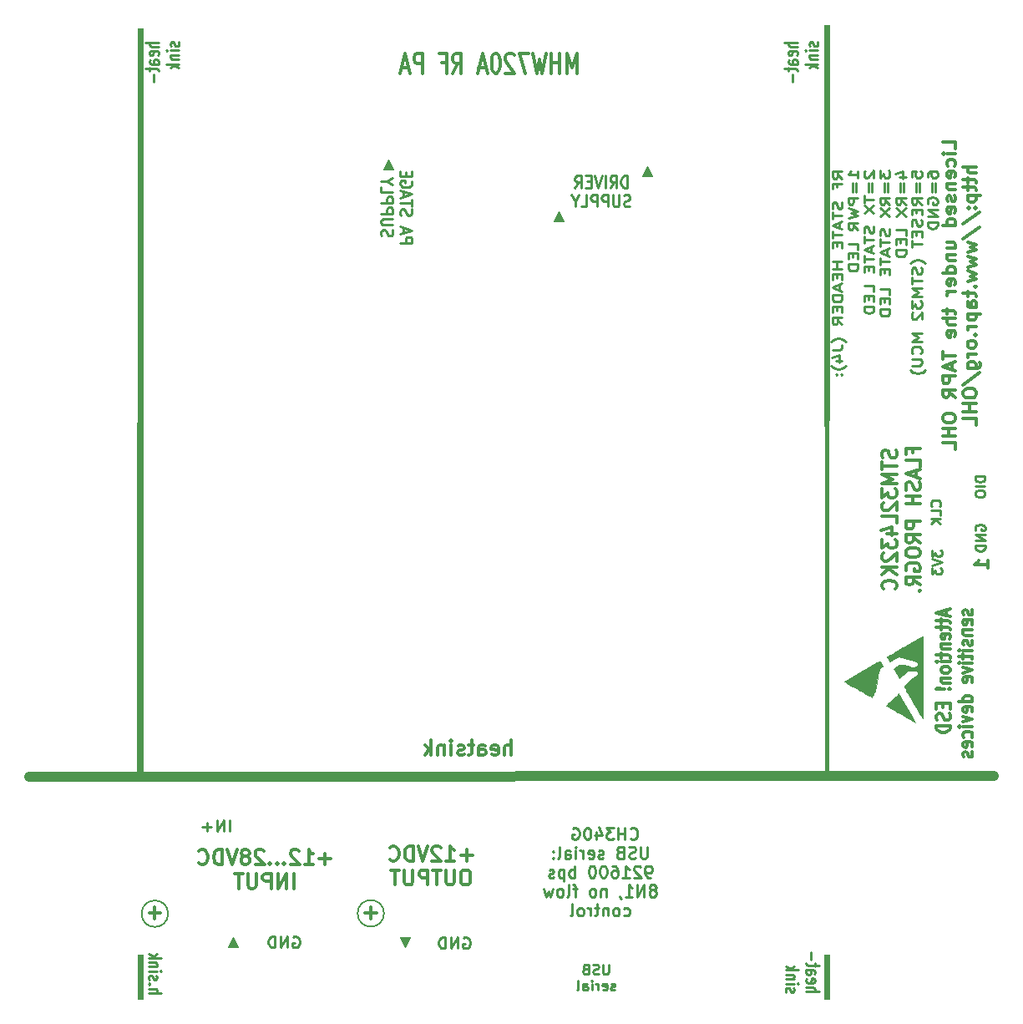
<source format=gbo>
G04 #@! TF.GenerationSoftware,KiCad,Pcbnew,8.0.9-8.0.9-0~ubuntu24.04.1*
G04 #@! TF.CreationDate,2025-11-08T17:49:53+02:00*
G04 #@! TF.ProjectId,TACNPR,5441434e-5052-42e6-9b69-6361645f7063,rev?*
G04 #@! TF.SameCoordinates,Original*
G04 #@! TF.FileFunction,Legend,Bot*
G04 #@! TF.FilePolarity,Positive*
%FSLAX46Y46*%
G04 Gerber Fmt 4.6, Leading zero omitted, Abs format (unit mm)*
G04 Created by KiCad (PCBNEW 8.0.9-8.0.9-0~ubuntu24.04.1) date 2025-11-08 17:49:53*
%MOMM*%
%LPD*%
G01*
G04 APERTURE LIST*
%ADD10C,0.100000*%
%ADD11C,0.200000*%
%ADD12C,1.000000*%
%ADD13C,0.250000*%
%ADD14C,0.275000*%
%ADD15C,0.350000*%
%ADD16C,0.300000*%
%ADD17C,0.325000*%
%ADD18C,0.375000*%
%ADD19C,0.010000*%
%ADD20C,3.900000*%
%ADD21C,7.000000*%
%ADD22C,2.050000*%
%ADD23C,2.250000*%
%ADD24R,1.700000X1.700000*%
%ADD25O,1.700000X1.700000*%
%ADD26R,2.600000X2.600000*%
%ADD27C,2.600000*%
%ADD28C,2.350000*%
%ADD29O,0.890000X1.550000*%
%ADD30O,1.250000X0.950000*%
%ADD31C,3.250000*%
%ADD32C,1.200000*%
%ADD33C,1.300000*%
%ADD34C,2.000000*%
%ADD35O,5.550000X2.100000*%
G04 APERTURE END LIST*
D10*
X100838000Y-135737600D02*
X100330000Y-135737600D01*
X100330000Y-131235600D01*
X100838000Y-131235600D01*
X100838000Y-135737600D01*
G36*
X100838000Y-135737600D02*
G01*
X100330000Y-135737600D01*
X100330000Y-131235600D01*
X100838000Y-131235600D01*
X100838000Y-135737600D01*
G37*
X170434000Y-41484400D02*
X169926000Y-41484400D01*
X169926000Y-36982400D01*
X170434000Y-36982400D01*
X170434000Y-41484400D01*
G36*
X170434000Y-41484400D02*
G01*
X169926000Y-41484400D01*
X169926000Y-36982400D01*
X170434000Y-36982400D01*
X170434000Y-41484400D01*
G37*
X170406810Y-135743700D02*
X169898810Y-135743700D01*
X169898810Y-131241700D01*
X170406810Y-131241700D01*
X170406810Y-135743700D01*
G36*
X170406810Y-135743700D02*
G01*
X169898810Y-135743700D01*
X169898810Y-131241700D01*
X170406810Y-131241700D01*
X170406810Y-135743700D01*
G37*
X126238000Y-51663600D02*
X125222000Y-51663600D01*
X125730000Y-50647600D01*
X126238000Y-51663600D01*
G36*
X126238000Y-51663600D02*
G01*
X125222000Y-51663600D01*
X125730000Y-50647600D01*
X126238000Y-51663600D01*
G37*
X100838000Y-41840000D02*
X100330000Y-41840000D01*
X100330000Y-37338000D01*
X100838000Y-37338000D01*
X100838000Y-41840000D01*
G36*
X100838000Y-41840000D02*
G01*
X100330000Y-41840000D01*
X100330000Y-37338000D01*
X100838000Y-37338000D01*
X100838000Y-41840000D01*
G37*
X152463500Y-52324000D02*
X151447500Y-52324000D01*
X151955500Y-51308000D01*
X152463500Y-52324000D01*
G36*
X152463500Y-52324000D02*
G01*
X151447500Y-52324000D01*
X151955500Y-51308000D01*
X152463500Y-52324000D01*
G37*
X143510000Y-56896000D02*
X142494000Y-56896000D01*
X143002000Y-55880000D01*
X143510000Y-56896000D01*
G36*
X143510000Y-56896000D02*
G01*
X142494000Y-56896000D01*
X143002000Y-55880000D01*
X143510000Y-56896000D01*
G37*
X100838000Y-113639600D02*
X100279200Y-113639600D01*
X100330000Y-41459000D01*
X100838000Y-41459000D01*
X100838000Y-113639600D01*
G36*
X100838000Y-113639600D02*
G01*
X100279200Y-113639600D01*
X100330000Y-41459000D01*
X100838000Y-41459000D01*
X100838000Y-113639600D01*
G37*
X170383200Y-113487200D02*
X169976800Y-113487200D01*
X169926000Y-41332000D01*
X170434000Y-41332000D01*
X170383200Y-113487200D01*
G36*
X170383200Y-113487200D02*
G01*
X169976800Y-113487200D01*
X169926000Y-41332000D01*
X170434000Y-41332000D01*
X170383200Y-113487200D01*
G37*
D11*
X125292042Y-127050800D02*
G75*
G02*
X122611958Y-127050800I-1340042J0D01*
G01*
X122611958Y-127050800D02*
G75*
G02*
X125292042Y-127050800I1340042J0D01*
G01*
D10*
X127406400Y-130454400D02*
X126898400Y-129438400D01*
X127914400Y-129438400D01*
X127406400Y-130454400D01*
G36*
X127406400Y-130454400D02*
G01*
X126898400Y-129438400D01*
X127914400Y-129438400D01*
X127406400Y-130454400D01*
G37*
D12*
X89331800Y-113233200D02*
X187121800Y-113131600D01*
D10*
X110490000Y-130505200D02*
X109474000Y-130505200D01*
X109982000Y-129489200D01*
X110490000Y-130505200D01*
G36*
X110490000Y-130505200D02*
G01*
X109474000Y-130505200D01*
X109982000Y-129489200D01*
X110490000Y-130505200D01*
G37*
D11*
X103397242Y-127082359D02*
G75*
G02*
X100717158Y-127082359I-1340042J0D01*
G01*
X100717158Y-127082359D02*
G75*
G02*
X103397242Y-127082359I1340042J0D01*
G01*
D13*
X101417995Y-135106431D02*
X102717995Y-135106431D01*
X101417995Y-134677860D02*
X102098947Y-134677860D01*
X102098947Y-134677860D02*
X102222757Y-134725479D01*
X102222757Y-134725479D02*
X102284661Y-134820717D01*
X102284661Y-134820717D02*
X102284661Y-134963574D01*
X102284661Y-134963574D02*
X102222757Y-135058812D01*
X102222757Y-135058812D02*
X102160852Y-135106431D01*
X101541804Y-134201669D02*
X101479900Y-134154050D01*
X101479900Y-134154050D02*
X101417995Y-134201669D01*
X101417995Y-134201669D02*
X101479900Y-134249288D01*
X101479900Y-134249288D02*
X101541804Y-134201669D01*
X101541804Y-134201669D02*
X101417995Y-134201669D01*
X101479900Y-133773098D02*
X101417995Y-133677860D01*
X101417995Y-133677860D02*
X101417995Y-133487384D01*
X101417995Y-133487384D02*
X101479900Y-133392146D01*
X101479900Y-133392146D02*
X101603709Y-133344527D01*
X101603709Y-133344527D02*
X101665614Y-133344527D01*
X101665614Y-133344527D02*
X101789423Y-133392146D01*
X101789423Y-133392146D02*
X101851328Y-133487384D01*
X101851328Y-133487384D02*
X101851328Y-133630241D01*
X101851328Y-133630241D02*
X101913233Y-133725479D01*
X101913233Y-133725479D02*
X102037042Y-133773098D01*
X102037042Y-133773098D02*
X102098947Y-133773098D01*
X102098947Y-133773098D02*
X102222757Y-133725479D01*
X102222757Y-133725479D02*
X102284661Y-133630241D01*
X102284661Y-133630241D02*
X102284661Y-133487384D01*
X102284661Y-133487384D02*
X102222757Y-133392146D01*
X101417995Y-132915955D02*
X102284661Y-132915955D01*
X102717995Y-132915955D02*
X102656090Y-132963574D01*
X102656090Y-132963574D02*
X102594185Y-132915955D01*
X102594185Y-132915955D02*
X102656090Y-132868336D01*
X102656090Y-132868336D02*
X102717995Y-132915955D01*
X102717995Y-132915955D02*
X102594185Y-132915955D01*
X102284661Y-132439765D02*
X101417995Y-132439765D01*
X102160852Y-132439765D02*
X102222757Y-132392146D01*
X102222757Y-132392146D02*
X102284661Y-132296908D01*
X102284661Y-132296908D02*
X102284661Y-132154051D01*
X102284661Y-132154051D02*
X102222757Y-132058813D01*
X102222757Y-132058813D02*
X102098947Y-132011194D01*
X102098947Y-132011194D02*
X101417995Y-132011194D01*
X101417995Y-131535003D02*
X102717995Y-131535003D01*
X101913233Y-131439765D02*
X101417995Y-131154051D01*
X102284661Y-131154051D02*
X101789423Y-131535003D01*
D14*
X126917123Y-59114075D02*
X128117123Y-59114075D01*
X128117123Y-59114075D02*
X128117123Y-58695027D01*
X128117123Y-58695027D02*
X128059980Y-58590265D01*
X128059980Y-58590265D02*
X128002837Y-58537884D01*
X128002837Y-58537884D02*
X127888551Y-58485503D01*
X127888551Y-58485503D02*
X127717123Y-58485503D01*
X127717123Y-58485503D02*
X127602837Y-58537884D01*
X127602837Y-58537884D02*
X127545694Y-58590265D01*
X127545694Y-58590265D02*
X127488551Y-58695027D01*
X127488551Y-58695027D02*
X127488551Y-59114075D01*
X127259980Y-58066456D02*
X127259980Y-57542646D01*
X126917123Y-58171218D02*
X128117123Y-57804551D01*
X128117123Y-57804551D02*
X126917123Y-57437884D01*
X126974266Y-56285504D02*
X126917123Y-56128361D01*
X126917123Y-56128361D02*
X126917123Y-55866456D01*
X126917123Y-55866456D02*
X126974266Y-55761694D01*
X126974266Y-55761694D02*
X127031408Y-55709313D01*
X127031408Y-55709313D02*
X127145694Y-55656932D01*
X127145694Y-55656932D02*
X127259980Y-55656932D01*
X127259980Y-55656932D02*
X127374266Y-55709313D01*
X127374266Y-55709313D02*
X127431408Y-55761694D01*
X127431408Y-55761694D02*
X127488551Y-55866456D01*
X127488551Y-55866456D02*
X127545694Y-56075980D01*
X127545694Y-56075980D02*
X127602837Y-56180742D01*
X127602837Y-56180742D02*
X127659980Y-56233123D01*
X127659980Y-56233123D02*
X127774266Y-56285504D01*
X127774266Y-56285504D02*
X127888551Y-56285504D01*
X127888551Y-56285504D02*
X128002837Y-56233123D01*
X128002837Y-56233123D02*
X128059980Y-56180742D01*
X128059980Y-56180742D02*
X128117123Y-56075980D01*
X128117123Y-56075980D02*
X128117123Y-55814075D01*
X128117123Y-55814075D02*
X128059980Y-55656932D01*
X128117123Y-55342647D02*
X128117123Y-54714075D01*
X126917123Y-55028361D02*
X128117123Y-55028361D01*
X127259980Y-54399790D02*
X127259980Y-53875980D01*
X126917123Y-54504552D02*
X128117123Y-54137885D01*
X128117123Y-54137885D02*
X126917123Y-53771218D01*
X128059980Y-52828361D02*
X128117123Y-52933123D01*
X128117123Y-52933123D02*
X128117123Y-53090266D01*
X128117123Y-53090266D02*
X128059980Y-53247409D01*
X128059980Y-53247409D02*
X127945694Y-53352171D01*
X127945694Y-53352171D02*
X127831408Y-53404552D01*
X127831408Y-53404552D02*
X127602837Y-53456933D01*
X127602837Y-53456933D02*
X127431408Y-53456933D01*
X127431408Y-53456933D02*
X127202837Y-53404552D01*
X127202837Y-53404552D02*
X127088551Y-53352171D01*
X127088551Y-53352171D02*
X126974266Y-53247409D01*
X126974266Y-53247409D02*
X126917123Y-53090266D01*
X126917123Y-53090266D02*
X126917123Y-52985504D01*
X126917123Y-52985504D02*
X126974266Y-52828361D01*
X126974266Y-52828361D02*
X127031408Y-52775980D01*
X127031408Y-52775980D02*
X127431408Y-52775980D01*
X127431408Y-52775980D02*
X127431408Y-52985504D01*
X127545694Y-52304552D02*
X127545694Y-51937885D01*
X126917123Y-51780742D02*
X126917123Y-52304552D01*
X126917123Y-52304552D02*
X128117123Y-52304552D01*
X128117123Y-52304552D02*
X128117123Y-51780742D01*
X125042333Y-58380742D02*
X124985190Y-58223599D01*
X124985190Y-58223599D02*
X124985190Y-57961694D01*
X124985190Y-57961694D02*
X125042333Y-57856932D01*
X125042333Y-57856932D02*
X125099475Y-57804551D01*
X125099475Y-57804551D02*
X125213761Y-57752170D01*
X125213761Y-57752170D02*
X125328047Y-57752170D01*
X125328047Y-57752170D02*
X125442333Y-57804551D01*
X125442333Y-57804551D02*
X125499475Y-57856932D01*
X125499475Y-57856932D02*
X125556618Y-57961694D01*
X125556618Y-57961694D02*
X125613761Y-58171218D01*
X125613761Y-58171218D02*
X125670904Y-58275980D01*
X125670904Y-58275980D02*
X125728047Y-58328361D01*
X125728047Y-58328361D02*
X125842333Y-58380742D01*
X125842333Y-58380742D02*
X125956618Y-58380742D01*
X125956618Y-58380742D02*
X126070904Y-58328361D01*
X126070904Y-58328361D02*
X126128047Y-58275980D01*
X126128047Y-58275980D02*
X126185190Y-58171218D01*
X126185190Y-58171218D02*
X126185190Y-57909313D01*
X126185190Y-57909313D02*
X126128047Y-57752170D01*
X126185190Y-57280742D02*
X125213761Y-57280742D01*
X125213761Y-57280742D02*
X125099475Y-57228361D01*
X125099475Y-57228361D02*
X125042333Y-57175980D01*
X125042333Y-57175980D02*
X124985190Y-57071218D01*
X124985190Y-57071218D02*
X124985190Y-56861694D01*
X124985190Y-56861694D02*
X125042333Y-56756932D01*
X125042333Y-56756932D02*
X125099475Y-56704551D01*
X125099475Y-56704551D02*
X125213761Y-56652170D01*
X125213761Y-56652170D02*
X126185190Y-56652170D01*
X124985190Y-56128361D02*
X126185190Y-56128361D01*
X126185190Y-56128361D02*
X126185190Y-55709313D01*
X126185190Y-55709313D02*
X126128047Y-55604551D01*
X126128047Y-55604551D02*
X126070904Y-55552170D01*
X126070904Y-55552170D02*
X125956618Y-55499789D01*
X125956618Y-55499789D02*
X125785190Y-55499789D01*
X125785190Y-55499789D02*
X125670904Y-55552170D01*
X125670904Y-55552170D02*
X125613761Y-55604551D01*
X125613761Y-55604551D02*
X125556618Y-55709313D01*
X125556618Y-55709313D02*
X125556618Y-56128361D01*
X124985190Y-55028361D02*
X126185190Y-55028361D01*
X126185190Y-55028361D02*
X126185190Y-54609313D01*
X126185190Y-54609313D02*
X126128047Y-54504551D01*
X126128047Y-54504551D02*
X126070904Y-54452170D01*
X126070904Y-54452170D02*
X125956618Y-54399789D01*
X125956618Y-54399789D02*
X125785190Y-54399789D01*
X125785190Y-54399789D02*
X125670904Y-54452170D01*
X125670904Y-54452170D02*
X125613761Y-54504551D01*
X125613761Y-54504551D02*
X125556618Y-54609313D01*
X125556618Y-54609313D02*
X125556618Y-55028361D01*
X124985190Y-53404551D02*
X124985190Y-53928361D01*
X124985190Y-53928361D02*
X126185190Y-53928361D01*
X125556618Y-52828361D02*
X124985190Y-52828361D01*
X126185190Y-53195028D02*
X125556618Y-52828361D01*
X125556618Y-52828361D02*
X126185190Y-52461694D01*
D15*
X177196842Y-80088667D02*
X177268270Y-80288667D01*
X177268270Y-80288667D02*
X177268270Y-80622001D01*
X177268270Y-80622001D02*
X177196842Y-80755334D01*
X177196842Y-80755334D02*
X177125413Y-80822001D01*
X177125413Y-80822001D02*
X176982556Y-80888667D01*
X176982556Y-80888667D02*
X176839699Y-80888667D01*
X176839699Y-80888667D02*
X176696842Y-80822001D01*
X176696842Y-80822001D02*
X176625413Y-80755334D01*
X176625413Y-80755334D02*
X176553984Y-80622001D01*
X176553984Y-80622001D02*
X176482556Y-80355334D01*
X176482556Y-80355334D02*
X176411127Y-80222001D01*
X176411127Y-80222001D02*
X176339699Y-80155334D01*
X176339699Y-80155334D02*
X176196842Y-80088667D01*
X176196842Y-80088667D02*
X176053984Y-80088667D01*
X176053984Y-80088667D02*
X175911127Y-80155334D01*
X175911127Y-80155334D02*
X175839699Y-80222001D01*
X175839699Y-80222001D02*
X175768270Y-80355334D01*
X175768270Y-80355334D02*
X175768270Y-80688667D01*
X175768270Y-80688667D02*
X175839699Y-80888667D01*
X175768270Y-81288667D02*
X175768270Y-82088667D01*
X177268270Y-81688667D02*
X175768270Y-81688667D01*
X177268270Y-82555334D02*
X175768270Y-82555334D01*
X175768270Y-82555334D02*
X176839699Y-83022001D01*
X176839699Y-83022001D02*
X175768270Y-83488667D01*
X175768270Y-83488667D02*
X177268270Y-83488667D01*
X175768270Y-84022001D02*
X175768270Y-84888667D01*
X175768270Y-84888667D02*
X176339699Y-84422001D01*
X176339699Y-84422001D02*
X176339699Y-84622001D01*
X176339699Y-84622001D02*
X176411127Y-84755334D01*
X176411127Y-84755334D02*
X176482556Y-84822001D01*
X176482556Y-84822001D02*
X176625413Y-84888667D01*
X176625413Y-84888667D02*
X176982556Y-84888667D01*
X176982556Y-84888667D02*
X177125413Y-84822001D01*
X177125413Y-84822001D02*
X177196842Y-84755334D01*
X177196842Y-84755334D02*
X177268270Y-84622001D01*
X177268270Y-84622001D02*
X177268270Y-84222001D01*
X177268270Y-84222001D02*
X177196842Y-84088667D01*
X177196842Y-84088667D02*
X177125413Y-84022001D01*
X175911127Y-85422000D02*
X175839699Y-85488667D01*
X175839699Y-85488667D02*
X175768270Y-85622000D01*
X175768270Y-85622000D02*
X175768270Y-85955334D01*
X175768270Y-85955334D02*
X175839699Y-86088667D01*
X175839699Y-86088667D02*
X175911127Y-86155334D01*
X175911127Y-86155334D02*
X176053984Y-86222000D01*
X176053984Y-86222000D02*
X176196842Y-86222000D01*
X176196842Y-86222000D02*
X176411127Y-86155334D01*
X176411127Y-86155334D02*
X177268270Y-85355334D01*
X177268270Y-85355334D02*
X177268270Y-86222000D01*
X177268270Y-87488667D02*
X177268270Y-86822000D01*
X177268270Y-86822000D02*
X175768270Y-86822000D01*
X176268270Y-88555333D02*
X177268270Y-88555333D01*
X175696842Y-88222000D02*
X176768270Y-87888666D01*
X176768270Y-87888666D02*
X176768270Y-88755333D01*
X175768270Y-89155333D02*
X175768270Y-90021999D01*
X175768270Y-90021999D02*
X176339699Y-89555333D01*
X176339699Y-89555333D02*
X176339699Y-89755333D01*
X176339699Y-89755333D02*
X176411127Y-89888666D01*
X176411127Y-89888666D02*
X176482556Y-89955333D01*
X176482556Y-89955333D02*
X176625413Y-90021999D01*
X176625413Y-90021999D02*
X176982556Y-90021999D01*
X176982556Y-90021999D02*
X177125413Y-89955333D01*
X177125413Y-89955333D02*
X177196842Y-89888666D01*
X177196842Y-89888666D02*
X177268270Y-89755333D01*
X177268270Y-89755333D02*
X177268270Y-89355333D01*
X177268270Y-89355333D02*
X177196842Y-89221999D01*
X177196842Y-89221999D02*
X177125413Y-89155333D01*
X175911127Y-90555332D02*
X175839699Y-90621999D01*
X175839699Y-90621999D02*
X175768270Y-90755332D01*
X175768270Y-90755332D02*
X175768270Y-91088666D01*
X175768270Y-91088666D02*
X175839699Y-91221999D01*
X175839699Y-91221999D02*
X175911127Y-91288666D01*
X175911127Y-91288666D02*
X176053984Y-91355332D01*
X176053984Y-91355332D02*
X176196842Y-91355332D01*
X176196842Y-91355332D02*
X176411127Y-91288666D01*
X176411127Y-91288666D02*
X177268270Y-90488666D01*
X177268270Y-90488666D02*
X177268270Y-91355332D01*
X177268270Y-91955332D02*
X175768270Y-91955332D01*
X177268270Y-92755332D02*
X176411127Y-92155332D01*
X175768270Y-92755332D02*
X176625413Y-91955332D01*
X177125413Y-94155332D02*
X177196842Y-94088665D01*
X177196842Y-94088665D02*
X177268270Y-93888665D01*
X177268270Y-93888665D02*
X177268270Y-93755332D01*
X177268270Y-93755332D02*
X177196842Y-93555332D01*
X177196842Y-93555332D02*
X177053984Y-93421999D01*
X177053984Y-93421999D02*
X176911127Y-93355332D01*
X176911127Y-93355332D02*
X176625413Y-93288665D01*
X176625413Y-93288665D02*
X176411127Y-93288665D01*
X176411127Y-93288665D02*
X176125413Y-93355332D01*
X176125413Y-93355332D02*
X175982556Y-93421999D01*
X175982556Y-93421999D02*
X175839699Y-93555332D01*
X175839699Y-93555332D02*
X175768270Y-93755332D01*
X175768270Y-93755332D02*
X175768270Y-93888665D01*
X175768270Y-93888665D02*
X175839699Y-94088665D01*
X175839699Y-94088665D02*
X175911127Y-94155332D01*
X178897472Y-80355333D02*
X178897472Y-79888666D01*
X179683186Y-79888666D02*
X178183186Y-79888666D01*
X178183186Y-79888666D02*
X178183186Y-80555333D01*
X179683186Y-81755333D02*
X179683186Y-81088666D01*
X179683186Y-81088666D02*
X178183186Y-81088666D01*
X179254615Y-82155332D02*
X179254615Y-82821999D01*
X179683186Y-82021999D02*
X178183186Y-82488666D01*
X178183186Y-82488666D02*
X179683186Y-82955332D01*
X179611758Y-83355332D02*
X179683186Y-83555332D01*
X179683186Y-83555332D02*
X179683186Y-83888666D01*
X179683186Y-83888666D02*
X179611758Y-84021999D01*
X179611758Y-84021999D02*
X179540329Y-84088666D01*
X179540329Y-84088666D02*
X179397472Y-84155332D01*
X179397472Y-84155332D02*
X179254615Y-84155332D01*
X179254615Y-84155332D02*
X179111758Y-84088666D01*
X179111758Y-84088666D02*
X179040329Y-84021999D01*
X179040329Y-84021999D02*
X178968900Y-83888666D01*
X178968900Y-83888666D02*
X178897472Y-83621999D01*
X178897472Y-83621999D02*
X178826043Y-83488666D01*
X178826043Y-83488666D02*
X178754615Y-83421999D01*
X178754615Y-83421999D02*
X178611758Y-83355332D01*
X178611758Y-83355332D02*
X178468900Y-83355332D01*
X178468900Y-83355332D02*
X178326043Y-83421999D01*
X178326043Y-83421999D02*
X178254615Y-83488666D01*
X178254615Y-83488666D02*
X178183186Y-83621999D01*
X178183186Y-83621999D02*
X178183186Y-83955332D01*
X178183186Y-83955332D02*
X178254615Y-84155332D01*
X179683186Y-84755332D02*
X178183186Y-84755332D01*
X178897472Y-84755332D02*
X178897472Y-85555332D01*
X179683186Y-85555332D02*
X178183186Y-85555332D01*
X179683186Y-87288666D02*
X178183186Y-87288666D01*
X178183186Y-87288666D02*
X178183186Y-87821999D01*
X178183186Y-87821999D02*
X178254615Y-87955333D01*
X178254615Y-87955333D02*
X178326043Y-88021999D01*
X178326043Y-88021999D02*
X178468900Y-88088666D01*
X178468900Y-88088666D02*
X178683186Y-88088666D01*
X178683186Y-88088666D02*
X178826043Y-88021999D01*
X178826043Y-88021999D02*
X178897472Y-87955333D01*
X178897472Y-87955333D02*
X178968900Y-87821999D01*
X178968900Y-87821999D02*
X178968900Y-87288666D01*
X179683186Y-89488666D02*
X178968900Y-89021999D01*
X179683186Y-88688666D02*
X178183186Y-88688666D01*
X178183186Y-88688666D02*
X178183186Y-89221999D01*
X178183186Y-89221999D02*
X178254615Y-89355333D01*
X178254615Y-89355333D02*
X178326043Y-89421999D01*
X178326043Y-89421999D02*
X178468900Y-89488666D01*
X178468900Y-89488666D02*
X178683186Y-89488666D01*
X178683186Y-89488666D02*
X178826043Y-89421999D01*
X178826043Y-89421999D02*
X178897472Y-89355333D01*
X178897472Y-89355333D02*
X178968900Y-89221999D01*
X178968900Y-89221999D02*
X178968900Y-88688666D01*
X178183186Y-90355333D02*
X178183186Y-90621999D01*
X178183186Y-90621999D02*
X178254615Y-90755333D01*
X178254615Y-90755333D02*
X178397472Y-90888666D01*
X178397472Y-90888666D02*
X178683186Y-90955333D01*
X178683186Y-90955333D02*
X179183186Y-90955333D01*
X179183186Y-90955333D02*
X179468900Y-90888666D01*
X179468900Y-90888666D02*
X179611758Y-90755333D01*
X179611758Y-90755333D02*
X179683186Y-90621999D01*
X179683186Y-90621999D02*
X179683186Y-90355333D01*
X179683186Y-90355333D02*
X179611758Y-90221999D01*
X179611758Y-90221999D02*
X179468900Y-90088666D01*
X179468900Y-90088666D02*
X179183186Y-90021999D01*
X179183186Y-90021999D02*
X178683186Y-90021999D01*
X178683186Y-90021999D02*
X178397472Y-90088666D01*
X178397472Y-90088666D02*
X178254615Y-90221999D01*
X178254615Y-90221999D02*
X178183186Y-90355333D01*
X178254615Y-92288666D02*
X178183186Y-92155333D01*
X178183186Y-92155333D02*
X178183186Y-91955333D01*
X178183186Y-91955333D02*
X178254615Y-91755333D01*
X178254615Y-91755333D02*
X178397472Y-91622000D01*
X178397472Y-91622000D02*
X178540329Y-91555333D01*
X178540329Y-91555333D02*
X178826043Y-91488666D01*
X178826043Y-91488666D02*
X179040329Y-91488666D01*
X179040329Y-91488666D02*
X179326043Y-91555333D01*
X179326043Y-91555333D02*
X179468900Y-91622000D01*
X179468900Y-91622000D02*
X179611758Y-91755333D01*
X179611758Y-91755333D02*
X179683186Y-91955333D01*
X179683186Y-91955333D02*
X179683186Y-92088666D01*
X179683186Y-92088666D02*
X179611758Y-92288666D01*
X179611758Y-92288666D02*
X179540329Y-92355333D01*
X179540329Y-92355333D02*
X179040329Y-92355333D01*
X179040329Y-92355333D02*
X179040329Y-92088666D01*
X179683186Y-93755333D02*
X178968900Y-93288666D01*
X179683186Y-92955333D02*
X178183186Y-92955333D01*
X178183186Y-92955333D02*
X178183186Y-93488666D01*
X178183186Y-93488666D02*
X178254615Y-93622000D01*
X178254615Y-93622000D02*
X178326043Y-93688666D01*
X178326043Y-93688666D02*
X178468900Y-93755333D01*
X178468900Y-93755333D02*
X178683186Y-93755333D01*
X178683186Y-93755333D02*
X178826043Y-93688666D01*
X178826043Y-93688666D02*
X178897472Y-93622000D01*
X178897472Y-93622000D02*
X178968900Y-93488666D01*
X178968900Y-93488666D02*
X178968900Y-92955333D01*
X179540329Y-94355333D02*
X179611758Y-94422000D01*
X179611758Y-94422000D02*
X179683186Y-94355333D01*
X179683186Y-94355333D02*
X179611758Y-94288666D01*
X179611758Y-94288666D02*
X179540329Y-94355333D01*
X179540329Y-94355333D02*
X179683186Y-94355333D01*
D13*
X171743387Y-52545501D02*
X171267196Y-52145501D01*
X171743387Y-51859787D02*
X170743387Y-51859787D01*
X170743387Y-51859787D02*
X170743387Y-52316930D01*
X170743387Y-52316930D02*
X170791006Y-52431215D01*
X170791006Y-52431215D02*
X170838625Y-52488358D01*
X170838625Y-52488358D02*
X170933863Y-52545501D01*
X170933863Y-52545501D02*
X171076720Y-52545501D01*
X171076720Y-52545501D02*
X171171958Y-52488358D01*
X171171958Y-52488358D02*
X171219577Y-52431215D01*
X171219577Y-52431215D02*
X171267196Y-52316930D01*
X171267196Y-52316930D02*
X171267196Y-51859787D01*
X171219577Y-53459787D02*
X171219577Y-53059787D01*
X171743387Y-53059787D02*
X170743387Y-53059787D01*
X170743387Y-53059787D02*
X170743387Y-53631215D01*
X171695768Y-54945501D02*
X171743387Y-55116930D01*
X171743387Y-55116930D02*
X171743387Y-55402644D01*
X171743387Y-55402644D02*
X171695768Y-55516930D01*
X171695768Y-55516930D02*
X171648148Y-55574072D01*
X171648148Y-55574072D02*
X171552910Y-55631215D01*
X171552910Y-55631215D02*
X171457672Y-55631215D01*
X171457672Y-55631215D02*
X171362434Y-55574072D01*
X171362434Y-55574072D02*
X171314815Y-55516930D01*
X171314815Y-55516930D02*
X171267196Y-55402644D01*
X171267196Y-55402644D02*
X171219577Y-55174072D01*
X171219577Y-55174072D02*
X171171958Y-55059787D01*
X171171958Y-55059787D02*
X171124339Y-55002644D01*
X171124339Y-55002644D02*
X171029101Y-54945501D01*
X171029101Y-54945501D02*
X170933863Y-54945501D01*
X170933863Y-54945501D02*
X170838625Y-55002644D01*
X170838625Y-55002644D02*
X170791006Y-55059787D01*
X170791006Y-55059787D02*
X170743387Y-55174072D01*
X170743387Y-55174072D02*
X170743387Y-55459787D01*
X170743387Y-55459787D02*
X170791006Y-55631215D01*
X170743387Y-55974072D02*
X170743387Y-56659787D01*
X171743387Y-56316929D02*
X170743387Y-56316929D01*
X171457672Y-57002644D02*
X171457672Y-57574073D01*
X171743387Y-56888358D02*
X170743387Y-57288358D01*
X170743387Y-57288358D02*
X171743387Y-57688358D01*
X170743387Y-57916929D02*
X170743387Y-58602644D01*
X171743387Y-58259786D02*
X170743387Y-58259786D01*
X171219577Y-59002644D02*
X171219577Y-59402644D01*
X171743387Y-59574072D02*
X171743387Y-59002644D01*
X171743387Y-59002644D02*
X170743387Y-59002644D01*
X170743387Y-59002644D02*
X170743387Y-59574072D01*
X171743387Y-61002644D02*
X170743387Y-61002644D01*
X171219577Y-61002644D02*
X171219577Y-61688358D01*
X171743387Y-61688358D02*
X170743387Y-61688358D01*
X171219577Y-62259787D02*
X171219577Y-62659787D01*
X171743387Y-62831215D02*
X171743387Y-62259787D01*
X171743387Y-62259787D02*
X170743387Y-62259787D01*
X170743387Y-62259787D02*
X170743387Y-62831215D01*
X171457672Y-63288358D02*
X171457672Y-63859787D01*
X171743387Y-63174072D02*
X170743387Y-63574072D01*
X170743387Y-63574072D02*
X171743387Y-63974072D01*
X171743387Y-64374072D02*
X170743387Y-64374072D01*
X170743387Y-64374072D02*
X170743387Y-64659786D01*
X170743387Y-64659786D02*
X170791006Y-64831215D01*
X170791006Y-64831215D02*
X170886244Y-64945500D01*
X170886244Y-64945500D02*
X170981482Y-65002643D01*
X170981482Y-65002643D02*
X171171958Y-65059786D01*
X171171958Y-65059786D02*
X171314815Y-65059786D01*
X171314815Y-65059786D02*
X171505291Y-65002643D01*
X171505291Y-65002643D02*
X171600529Y-64945500D01*
X171600529Y-64945500D02*
X171695768Y-64831215D01*
X171695768Y-64831215D02*
X171743387Y-64659786D01*
X171743387Y-64659786D02*
X171743387Y-64374072D01*
X171219577Y-65574072D02*
X171219577Y-65974072D01*
X171743387Y-66145500D02*
X171743387Y-65574072D01*
X171743387Y-65574072D02*
X170743387Y-65574072D01*
X170743387Y-65574072D02*
X170743387Y-66145500D01*
X171743387Y-67345500D02*
X171267196Y-66945500D01*
X171743387Y-66659786D02*
X170743387Y-66659786D01*
X170743387Y-66659786D02*
X170743387Y-67116929D01*
X170743387Y-67116929D02*
X170791006Y-67231214D01*
X170791006Y-67231214D02*
X170838625Y-67288357D01*
X170838625Y-67288357D02*
X170933863Y-67345500D01*
X170933863Y-67345500D02*
X171076720Y-67345500D01*
X171076720Y-67345500D02*
X171171958Y-67288357D01*
X171171958Y-67288357D02*
X171219577Y-67231214D01*
X171219577Y-67231214D02*
X171267196Y-67116929D01*
X171267196Y-67116929D02*
X171267196Y-66659786D01*
X172124339Y-69116929D02*
X172076720Y-69059786D01*
X172076720Y-69059786D02*
X171933863Y-68945500D01*
X171933863Y-68945500D02*
X171838625Y-68888358D01*
X171838625Y-68888358D02*
X171695768Y-68831215D01*
X171695768Y-68831215D02*
X171457672Y-68774072D01*
X171457672Y-68774072D02*
X171267196Y-68774072D01*
X171267196Y-68774072D02*
X171029101Y-68831215D01*
X171029101Y-68831215D02*
X170886244Y-68888358D01*
X170886244Y-68888358D02*
X170791006Y-68945500D01*
X170791006Y-68945500D02*
X170648148Y-69059786D01*
X170648148Y-69059786D02*
X170600529Y-69116929D01*
X170743387Y-69916929D02*
X171457672Y-69916929D01*
X171457672Y-69916929D02*
X171600529Y-69859786D01*
X171600529Y-69859786D02*
X171695768Y-69745500D01*
X171695768Y-69745500D02*
X171743387Y-69574072D01*
X171743387Y-69574072D02*
X171743387Y-69459786D01*
X171076720Y-71002644D02*
X171743387Y-71002644D01*
X170695768Y-70716929D02*
X171410053Y-70431215D01*
X171410053Y-70431215D02*
X171410053Y-71174072D01*
X172124339Y-71516929D02*
X172076720Y-71574072D01*
X172076720Y-71574072D02*
X171933863Y-71688358D01*
X171933863Y-71688358D02*
X171838625Y-71745501D01*
X171838625Y-71745501D02*
X171695768Y-71802643D01*
X171695768Y-71802643D02*
X171457672Y-71859786D01*
X171457672Y-71859786D02*
X171267196Y-71859786D01*
X171267196Y-71859786D02*
X171029101Y-71802643D01*
X171029101Y-71802643D02*
X170886244Y-71745501D01*
X170886244Y-71745501D02*
X170791006Y-71688358D01*
X170791006Y-71688358D02*
X170648148Y-71574072D01*
X170648148Y-71574072D02*
X170600529Y-71516929D01*
X171648148Y-72431215D02*
X171695768Y-72488358D01*
X171695768Y-72488358D02*
X171743387Y-72431215D01*
X171743387Y-72431215D02*
X171695768Y-72374072D01*
X171695768Y-72374072D02*
X171648148Y-72431215D01*
X171648148Y-72431215D02*
X171743387Y-72431215D01*
X171124339Y-72431215D02*
X171171958Y-72488358D01*
X171171958Y-72488358D02*
X171219577Y-72431215D01*
X171219577Y-72431215D02*
X171171958Y-72374072D01*
X171171958Y-72374072D02*
X171124339Y-72431215D01*
X171124339Y-72431215D02*
X171219577Y-72431215D01*
X173353331Y-52488358D02*
X173353331Y-51802644D01*
X173353331Y-52145501D02*
X172353331Y-52145501D01*
X172353331Y-52145501D02*
X172496188Y-52031215D01*
X172496188Y-52031215D02*
X172591426Y-51916930D01*
X172591426Y-51916930D02*
X172639045Y-51802644D01*
X172829521Y-53002644D02*
X172829521Y-53916930D01*
X173115235Y-53916930D02*
X173115235Y-53002644D01*
X173353331Y-54488358D02*
X172353331Y-54488358D01*
X172353331Y-54488358D02*
X172353331Y-54945501D01*
X172353331Y-54945501D02*
X172400950Y-55059786D01*
X172400950Y-55059786D02*
X172448569Y-55116929D01*
X172448569Y-55116929D02*
X172543807Y-55174072D01*
X172543807Y-55174072D02*
X172686664Y-55174072D01*
X172686664Y-55174072D02*
X172781902Y-55116929D01*
X172781902Y-55116929D02*
X172829521Y-55059786D01*
X172829521Y-55059786D02*
X172877140Y-54945501D01*
X172877140Y-54945501D02*
X172877140Y-54488358D01*
X172353331Y-55574072D02*
X173353331Y-55859786D01*
X173353331Y-55859786D02*
X172639045Y-56088358D01*
X172639045Y-56088358D02*
X173353331Y-56316929D01*
X173353331Y-56316929D02*
X172353331Y-56602644D01*
X173353331Y-57745501D02*
X172877140Y-57345501D01*
X173353331Y-57059787D02*
X172353331Y-57059787D01*
X172353331Y-57059787D02*
X172353331Y-57516930D01*
X172353331Y-57516930D02*
X172400950Y-57631215D01*
X172400950Y-57631215D02*
X172448569Y-57688358D01*
X172448569Y-57688358D02*
X172543807Y-57745501D01*
X172543807Y-57745501D02*
X172686664Y-57745501D01*
X172686664Y-57745501D02*
X172781902Y-57688358D01*
X172781902Y-57688358D02*
X172829521Y-57631215D01*
X172829521Y-57631215D02*
X172877140Y-57516930D01*
X172877140Y-57516930D02*
X172877140Y-57059787D01*
X173353331Y-59745501D02*
X173353331Y-59174073D01*
X173353331Y-59174073D02*
X172353331Y-59174073D01*
X172829521Y-60145502D02*
X172829521Y-60545502D01*
X173353331Y-60716930D02*
X173353331Y-60145502D01*
X173353331Y-60145502D02*
X172353331Y-60145502D01*
X172353331Y-60145502D02*
X172353331Y-60716930D01*
X173353331Y-61231216D02*
X172353331Y-61231216D01*
X172353331Y-61231216D02*
X172353331Y-61516930D01*
X172353331Y-61516930D02*
X172400950Y-61688359D01*
X172400950Y-61688359D02*
X172496188Y-61802644D01*
X172496188Y-61802644D02*
X172591426Y-61859787D01*
X172591426Y-61859787D02*
X172781902Y-61916930D01*
X172781902Y-61916930D02*
X172924759Y-61916930D01*
X172924759Y-61916930D02*
X173115235Y-61859787D01*
X173115235Y-61859787D02*
X173210473Y-61802644D01*
X173210473Y-61802644D02*
X173305712Y-61688359D01*
X173305712Y-61688359D02*
X173353331Y-61516930D01*
X173353331Y-61516930D02*
X173353331Y-61231216D01*
X174058513Y-51802644D02*
X174010894Y-51859787D01*
X174010894Y-51859787D02*
X173963275Y-51974073D01*
X173963275Y-51974073D02*
X173963275Y-52259787D01*
X173963275Y-52259787D02*
X174010894Y-52374073D01*
X174010894Y-52374073D02*
X174058513Y-52431215D01*
X174058513Y-52431215D02*
X174153751Y-52488358D01*
X174153751Y-52488358D02*
X174248989Y-52488358D01*
X174248989Y-52488358D02*
X174391846Y-52431215D01*
X174391846Y-52431215D02*
X174963275Y-51745501D01*
X174963275Y-51745501D02*
X174963275Y-52488358D01*
X174439465Y-53002644D02*
X174439465Y-53916930D01*
X174725179Y-53916930D02*
X174725179Y-53002644D01*
X173963275Y-54316929D02*
X173963275Y-55002644D01*
X174963275Y-54659786D02*
X173963275Y-54659786D01*
X173963275Y-55288358D02*
X174963275Y-56088358D01*
X173963275Y-56088358D02*
X174963275Y-55288358D01*
X174915656Y-57402644D02*
X174963275Y-57574073D01*
X174963275Y-57574073D02*
X174963275Y-57859787D01*
X174963275Y-57859787D02*
X174915656Y-57974073D01*
X174915656Y-57974073D02*
X174868036Y-58031215D01*
X174868036Y-58031215D02*
X174772798Y-58088358D01*
X174772798Y-58088358D02*
X174677560Y-58088358D01*
X174677560Y-58088358D02*
X174582322Y-58031215D01*
X174582322Y-58031215D02*
X174534703Y-57974073D01*
X174534703Y-57974073D02*
X174487084Y-57859787D01*
X174487084Y-57859787D02*
X174439465Y-57631215D01*
X174439465Y-57631215D02*
X174391846Y-57516930D01*
X174391846Y-57516930D02*
X174344227Y-57459787D01*
X174344227Y-57459787D02*
X174248989Y-57402644D01*
X174248989Y-57402644D02*
X174153751Y-57402644D01*
X174153751Y-57402644D02*
X174058513Y-57459787D01*
X174058513Y-57459787D02*
X174010894Y-57516930D01*
X174010894Y-57516930D02*
X173963275Y-57631215D01*
X173963275Y-57631215D02*
X173963275Y-57916930D01*
X173963275Y-57916930D02*
X174010894Y-58088358D01*
X173963275Y-58431215D02*
X173963275Y-59116930D01*
X174963275Y-58774072D02*
X173963275Y-58774072D01*
X174677560Y-59459787D02*
X174677560Y-60031216D01*
X174963275Y-59345501D02*
X173963275Y-59745501D01*
X173963275Y-59745501D02*
X174963275Y-60145501D01*
X173963275Y-60374072D02*
X173963275Y-61059787D01*
X174963275Y-60716929D02*
X173963275Y-60716929D01*
X174439465Y-61459787D02*
X174439465Y-61859787D01*
X174963275Y-62031215D02*
X174963275Y-61459787D01*
X174963275Y-61459787D02*
X173963275Y-61459787D01*
X173963275Y-61459787D02*
X173963275Y-62031215D01*
X174963275Y-64031215D02*
X174963275Y-63459787D01*
X174963275Y-63459787D02*
X173963275Y-63459787D01*
X174439465Y-64431216D02*
X174439465Y-64831216D01*
X174963275Y-65002644D02*
X174963275Y-64431216D01*
X174963275Y-64431216D02*
X173963275Y-64431216D01*
X173963275Y-64431216D02*
X173963275Y-65002644D01*
X174963275Y-65516930D02*
X173963275Y-65516930D01*
X173963275Y-65516930D02*
X173963275Y-65802644D01*
X173963275Y-65802644D02*
X174010894Y-65974073D01*
X174010894Y-65974073D02*
X174106132Y-66088358D01*
X174106132Y-66088358D02*
X174201370Y-66145501D01*
X174201370Y-66145501D02*
X174391846Y-66202644D01*
X174391846Y-66202644D02*
X174534703Y-66202644D01*
X174534703Y-66202644D02*
X174725179Y-66145501D01*
X174725179Y-66145501D02*
X174820417Y-66088358D01*
X174820417Y-66088358D02*
X174915656Y-65974073D01*
X174915656Y-65974073D02*
X174963275Y-65802644D01*
X174963275Y-65802644D02*
X174963275Y-65516930D01*
X175573219Y-51745501D02*
X175573219Y-52488358D01*
X175573219Y-52488358D02*
X175954171Y-52088358D01*
X175954171Y-52088358D02*
X175954171Y-52259787D01*
X175954171Y-52259787D02*
X176001790Y-52374073D01*
X176001790Y-52374073D02*
X176049409Y-52431215D01*
X176049409Y-52431215D02*
X176144647Y-52488358D01*
X176144647Y-52488358D02*
X176382742Y-52488358D01*
X176382742Y-52488358D02*
X176477980Y-52431215D01*
X176477980Y-52431215D02*
X176525600Y-52374073D01*
X176525600Y-52374073D02*
X176573219Y-52259787D01*
X176573219Y-52259787D02*
X176573219Y-51916930D01*
X176573219Y-51916930D02*
X176525600Y-51802644D01*
X176525600Y-51802644D02*
X176477980Y-51745501D01*
X176049409Y-53002644D02*
X176049409Y-53916930D01*
X176335123Y-53916930D02*
X176335123Y-53002644D01*
X176573219Y-55174072D02*
X176097028Y-54774072D01*
X176573219Y-54488358D02*
X175573219Y-54488358D01*
X175573219Y-54488358D02*
X175573219Y-54945501D01*
X175573219Y-54945501D02*
X175620838Y-55059786D01*
X175620838Y-55059786D02*
X175668457Y-55116929D01*
X175668457Y-55116929D02*
X175763695Y-55174072D01*
X175763695Y-55174072D02*
X175906552Y-55174072D01*
X175906552Y-55174072D02*
X176001790Y-55116929D01*
X176001790Y-55116929D02*
X176049409Y-55059786D01*
X176049409Y-55059786D02*
X176097028Y-54945501D01*
X176097028Y-54945501D02*
X176097028Y-54488358D01*
X175573219Y-55574072D02*
X176573219Y-56374072D01*
X175573219Y-56374072D02*
X176573219Y-55574072D01*
X176525600Y-57688358D02*
X176573219Y-57859787D01*
X176573219Y-57859787D02*
X176573219Y-58145501D01*
X176573219Y-58145501D02*
X176525600Y-58259787D01*
X176525600Y-58259787D02*
X176477980Y-58316929D01*
X176477980Y-58316929D02*
X176382742Y-58374072D01*
X176382742Y-58374072D02*
X176287504Y-58374072D01*
X176287504Y-58374072D02*
X176192266Y-58316929D01*
X176192266Y-58316929D02*
X176144647Y-58259787D01*
X176144647Y-58259787D02*
X176097028Y-58145501D01*
X176097028Y-58145501D02*
X176049409Y-57916929D01*
X176049409Y-57916929D02*
X176001790Y-57802644D01*
X176001790Y-57802644D02*
X175954171Y-57745501D01*
X175954171Y-57745501D02*
X175858933Y-57688358D01*
X175858933Y-57688358D02*
X175763695Y-57688358D01*
X175763695Y-57688358D02*
X175668457Y-57745501D01*
X175668457Y-57745501D02*
X175620838Y-57802644D01*
X175620838Y-57802644D02*
X175573219Y-57916929D01*
X175573219Y-57916929D02*
X175573219Y-58202644D01*
X175573219Y-58202644D02*
X175620838Y-58374072D01*
X175573219Y-58716929D02*
X175573219Y-59402644D01*
X176573219Y-59059786D02*
X175573219Y-59059786D01*
X176287504Y-59745501D02*
X176287504Y-60316930D01*
X176573219Y-59631215D02*
X175573219Y-60031215D01*
X175573219Y-60031215D02*
X176573219Y-60431215D01*
X175573219Y-60659786D02*
X175573219Y-61345501D01*
X176573219Y-61002643D02*
X175573219Y-61002643D01*
X176049409Y-61745501D02*
X176049409Y-62145501D01*
X176573219Y-62316929D02*
X176573219Y-61745501D01*
X176573219Y-61745501D02*
X175573219Y-61745501D01*
X175573219Y-61745501D02*
X175573219Y-62316929D01*
X176573219Y-64316929D02*
X176573219Y-63745501D01*
X176573219Y-63745501D02*
X175573219Y-63745501D01*
X176049409Y-64716930D02*
X176049409Y-65116930D01*
X176573219Y-65288358D02*
X176573219Y-64716930D01*
X176573219Y-64716930D02*
X175573219Y-64716930D01*
X175573219Y-64716930D02*
X175573219Y-65288358D01*
X176573219Y-65802644D02*
X175573219Y-65802644D01*
X175573219Y-65802644D02*
X175573219Y-66088358D01*
X175573219Y-66088358D02*
X175620838Y-66259787D01*
X175620838Y-66259787D02*
X175716076Y-66374072D01*
X175716076Y-66374072D02*
X175811314Y-66431215D01*
X175811314Y-66431215D02*
X176001790Y-66488358D01*
X176001790Y-66488358D02*
X176144647Y-66488358D01*
X176144647Y-66488358D02*
X176335123Y-66431215D01*
X176335123Y-66431215D02*
X176430361Y-66374072D01*
X176430361Y-66374072D02*
X176525600Y-66259787D01*
X176525600Y-66259787D02*
X176573219Y-66088358D01*
X176573219Y-66088358D02*
X176573219Y-65802644D01*
X177516496Y-52374073D02*
X178183163Y-52374073D01*
X177135544Y-52088358D02*
X177849829Y-51802644D01*
X177849829Y-51802644D02*
X177849829Y-52545501D01*
X177659353Y-53002644D02*
X177659353Y-53916930D01*
X177945067Y-53916930D02*
X177945067Y-53002644D01*
X178183163Y-55174072D02*
X177706972Y-54774072D01*
X178183163Y-54488358D02*
X177183163Y-54488358D01*
X177183163Y-54488358D02*
X177183163Y-54945501D01*
X177183163Y-54945501D02*
X177230782Y-55059786D01*
X177230782Y-55059786D02*
X177278401Y-55116929D01*
X177278401Y-55116929D02*
X177373639Y-55174072D01*
X177373639Y-55174072D02*
X177516496Y-55174072D01*
X177516496Y-55174072D02*
X177611734Y-55116929D01*
X177611734Y-55116929D02*
X177659353Y-55059786D01*
X177659353Y-55059786D02*
X177706972Y-54945501D01*
X177706972Y-54945501D02*
X177706972Y-54488358D01*
X177183163Y-55574072D02*
X178183163Y-56374072D01*
X177183163Y-56374072D02*
X178183163Y-55574072D01*
X178183163Y-58316929D02*
X178183163Y-57745501D01*
X178183163Y-57745501D02*
X177183163Y-57745501D01*
X177659353Y-58716930D02*
X177659353Y-59116930D01*
X178183163Y-59288358D02*
X178183163Y-58716930D01*
X178183163Y-58716930D02*
X177183163Y-58716930D01*
X177183163Y-58716930D02*
X177183163Y-59288358D01*
X178183163Y-59802644D02*
X177183163Y-59802644D01*
X177183163Y-59802644D02*
X177183163Y-60088358D01*
X177183163Y-60088358D02*
X177230782Y-60259787D01*
X177230782Y-60259787D02*
X177326020Y-60374072D01*
X177326020Y-60374072D02*
X177421258Y-60431215D01*
X177421258Y-60431215D02*
X177611734Y-60488358D01*
X177611734Y-60488358D02*
X177754591Y-60488358D01*
X177754591Y-60488358D02*
X177945067Y-60431215D01*
X177945067Y-60431215D02*
X178040305Y-60374072D01*
X178040305Y-60374072D02*
X178135544Y-60259787D01*
X178135544Y-60259787D02*
X178183163Y-60088358D01*
X178183163Y-60088358D02*
X178183163Y-59802644D01*
X178793107Y-52431215D02*
X178793107Y-51859787D01*
X178793107Y-51859787D02*
X179269297Y-51802644D01*
X179269297Y-51802644D02*
X179221678Y-51859787D01*
X179221678Y-51859787D02*
X179174059Y-51974073D01*
X179174059Y-51974073D02*
X179174059Y-52259787D01*
X179174059Y-52259787D02*
X179221678Y-52374073D01*
X179221678Y-52374073D02*
X179269297Y-52431215D01*
X179269297Y-52431215D02*
X179364535Y-52488358D01*
X179364535Y-52488358D02*
X179602630Y-52488358D01*
X179602630Y-52488358D02*
X179697868Y-52431215D01*
X179697868Y-52431215D02*
X179745488Y-52374073D01*
X179745488Y-52374073D02*
X179793107Y-52259787D01*
X179793107Y-52259787D02*
X179793107Y-51974073D01*
X179793107Y-51974073D02*
X179745488Y-51859787D01*
X179745488Y-51859787D02*
X179697868Y-51802644D01*
X179269297Y-53002644D02*
X179269297Y-53916930D01*
X179555011Y-53916930D02*
X179555011Y-53002644D01*
X179793107Y-55174072D02*
X179316916Y-54774072D01*
X179793107Y-54488358D02*
X178793107Y-54488358D01*
X178793107Y-54488358D02*
X178793107Y-54945501D01*
X178793107Y-54945501D02*
X178840726Y-55059786D01*
X178840726Y-55059786D02*
X178888345Y-55116929D01*
X178888345Y-55116929D02*
X178983583Y-55174072D01*
X178983583Y-55174072D02*
X179126440Y-55174072D01*
X179126440Y-55174072D02*
X179221678Y-55116929D01*
X179221678Y-55116929D02*
X179269297Y-55059786D01*
X179269297Y-55059786D02*
X179316916Y-54945501D01*
X179316916Y-54945501D02*
X179316916Y-54488358D01*
X179269297Y-55688358D02*
X179269297Y-56088358D01*
X179793107Y-56259786D02*
X179793107Y-55688358D01*
X179793107Y-55688358D02*
X178793107Y-55688358D01*
X178793107Y-55688358D02*
X178793107Y-56259786D01*
X179745488Y-56716929D02*
X179793107Y-56888358D01*
X179793107Y-56888358D02*
X179793107Y-57174072D01*
X179793107Y-57174072D02*
X179745488Y-57288358D01*
X179745488Y-57288358D02*
X179697868Y-57345500D01*
X179697868Y-57345500D02*
X179602630Y-57402643D01*
X179602630Y-57402643D02*
X179507392Y-57402643D01*
X179507392Y-57402643D02*
X179412154Y-57345500D01*
X179412154Y-57345500D02*
X179364535Y-57288358D01*
X179364535Y-57288358D02*
X179316916Y-57174072D01*
X179316916Y-57174072D02*
X179269297Y-56945500D01*
X179269297Y-56945500D02*
X179221678Y-56831215D01*
X179221678Y-56831215D02*
X179174059Y-56774072D01*
X179174059Y-56774072D02*
X179078821Y-56716929D01*
X179078821Y-56716929D02*
X178983583Y-56716929D01*
X178983583Y-56716929D02*
X178888345Y-56774072D01*
X178888345Y-56774072D02*
X178840726Y-56831215D01*
X178840726Y-56831215D02*
X178793107Y-56945500D01*
X178793107Y-56945500D02*
X178793107Y-57231215D01*
X178793107Y-57231215D02*
X178840726Y-57402643D01*
X179269297Y-57916929D02*
X179269297Y-58316929D01*
X179793107Y-58488357D02*
X179793107Y-57916929D01*
X179793107Y-57916929D02*
X178793107Y-57916929D01*
X178793107Y-57916929D02*
X178793107Y-58488357D01*
X178793107Y-58831214D02*
X178793107Y-59516929D01*
X179793107Y-59174071D02*
X178793107Y-59174071D01*
X180174059Y-61174072D02*
X180126440Y-61116929D01*
X180126440Y-61116929D02*
X179983583Y-61002643D01*
X179983583Y-61002643D02*
X179888345Y-60945501D01*
X179888345Y-60945501D02*
X179745488Y-60888358D01*
X179745488Y-60888358D02*
X179507392Y-60831215D01*
X179507392Y-60831215D02*
X179316916Y-60831215D01*
X179316916Y-60831215D02*
X179078821Y-60888358D01*
X179078821Y-60888358D02*
X178935964Y-60945501D01*
X178935964Y-60945501D02*
X178840726Y-61002643D01*
X178840726Y-61002643D02*
X178697868Y-61116929D01*
X178697868Y-61116929D02*
X178650249Y-61174072D01*
X179745488Y-61574072D02*
X179793107Y-61745501D01*
X179793107Y-61745501D02*
X179793107Y-62031215D01*
X179793107Y-62031215D02*
X179745488Y-62145501D01*
X179745488Y-62145501D02*
X179697868Y-62202643D01*
X179697868Y-62202643D02*
X179602630Y-62259786D01*
X179602630Y-62259786D02*
X179507392Y-62259786D01*
X179507392Y-62259786D02*
X179412154Y-62202643D01*
X179412154Y-62202643D02*
X179364535Y-62145501D01*
X179364535Y-62145501D02*
X179316916Y-62031215D01*
X179316916Y-62031215D02*
X179269297Y-61802643D01*
X179269297Y-61802643D02*
X179221678Y-61688358D01*
X179221678Y-61688358D02*
X179174059Y-61631215D01*
X179174059Y-61631215D02*
X179078821Y-61574072D01*
X179078821Y-61574072D02*
X178983583Y-61574072D01*
X178983583Y-61574072D02*
X178888345Y-61631215D01*
X178888345Y-61631215D02*
X178840726Y-61688358D01*
X178840726Y-61688358D02*
X178793107Y-61802643D01*
X178793107Y-61802643D02*
X178793107Y-62088358D01*
X178793107Y-62088358D02*
X178840726Y-62259786D01*
X178793107Y-62602643D02*
X178793107Y-63288358D01*
X179793107Y-62945500D02*
X178793107Y-62945500D01*
X179793107Y-63688358D02*
X178793107Y-63688358D01*
X178793107Y-63688358D02*
X179507392Y-64088358D01*
X179507392Y-64088358D02*
X178793107Y-64488358D01*
X178793107Y-64488358D02*
X179793107Y-64488358D01*
X178793107Y-64945501D02*
X178793107Y-65688358D01*
X178793107Y-65688358D02*
X179174059Y-65288358D01*
X179174059Y-65288358D02*
X179174059Y-65459787D01*
X179174059Y-65459787D02*
X179221678Y-65574073D01*
X179221678Y-65574073D02*
X179269297Y-65631215D01*
X179269297Y-65631215D02*
X179364535Y-65688358D01*
X179364535Y-65688358D02*
X179602630Y-65688358D01*
X179602630Y-65688358D02*
X179697868Y-65631215D01*
X179697868Y-65631215D02*
X179745488Y-65574073D01*
X179745488Y-65574073D02*
X179793107Y-65459787D01*
X179793107Y-65459787D02*
X179793107Y-65116930D01*
X179793107Y-65116930D02*
X179745488Y-65002644D01*
X179745488Y-65002644D02*
X179697868Y-64945501D01*
X178888345Y-66145501D02*
X178840726Y-66202644D01*
X178840726Y-66202644D02*
X178793107Y-66316930D01*
X178793107Y-66316930D02*
X178793107Y-66602644D01*
X178793107Y-66602644D02*
X178840726Y-66716930D01*
X178840726Y-66716930D02*
X178888345Y-66774072D01*
X178888345Y-66774072D02*
X178983583Y-66831215D01*
X178983583Y-66831215D02*
X179078821Y-66831215D01*
X179078821Y-66831215D02*
X179221678Y-66774072D01*
X179221678Y-66774072D02*
X179793107Y-66088358D01*
X179793107Y-66088358D02*
X179793107Y-66831215D01*
X179793107Y-68259787D02*
X178793107Y-68259787D01*
X178793107Y-68259787D02*
X179507392Y-68659787D01*
X179507392Y-68659787D02*
X178793107Y-69059787D01*
X178793107Y-69059787D02*
X179793107Y-69059787D01*
X179697868Y-70316930D02*
X179745488Y-70259787D01*
X179745488Y-70259787D02*
X179793107Y-70088359D01*
X179793107Y-70088359D02*
X179793107Y-69974073D01*
X179793107Y-69974073D02*
X179745488Y-69802644D01*
X179745488Y-69802644D02*
X179650249Y-69688359D01*
X179650249Y-69688359D02*
X179555011Y-69631216D01*
X179555011Y-69631216D02*
X179364535Y-69574073D01*
X179364535Y-69574073D02*
X179221678Y-69574073D01*
X179221678Y-69574073D02*
X179031202Y-69631216D01*
X179031202Y-69631216D02*
X178935964Y-69688359D01*
X178935964Y-69688359D02*
X178840726Y-69802644D01*
X178840726Y-69802644D02*
X178793107Y-69974073D01*
X178793107Y-69974073D02*
X178793107Y-70088359D01*
X178793107Y-70088359D02*
X178840726Y-70259787D01*
X178840726Y-70259787D02*
X178888345Y-70316930D01*
X178793107Y-70831216D02*
X179602630Y-70831216D01*
X179602630Y-70831216D02*
X179697868Y-70888359D01*
X179697868Y-70888359D02*
X179745488Y-70945502D01*
X179745488Y-70945502D02*
X179793107Y-71059787D01*
X179793107Y-71059787D02*
X179793107Y-71288359D01*
X179793107Y-71288359D02*
X179745488Y-71402644D01*
X179745488Y-71402644D02*
X179697868Y-71459787D01*
X179697868Y-71459787D02*
X179602630Y-71516930D01*
X179602630Y-71516930D02*
X178793107Y-71516930D01*
X180174059Y-71974073D02*
X180126440Y-72031216D01*
X180126440Y-72031216D02*
X179983583Y-72145502D01*
X179983583Y-72145502D02*
X179888345Y-72202645D01*
X179888345Y-72202645D02*
X179745488Y-72259787D01*
X179745488Y-72259787D02*
X179507392Y-72316930D01*
X179507392Y-72316930D02*
X179316916Y-72316930D01*
X179316916Y-72316930D02*
X179078821Y-72259787D01*
X179078821Y-72259787D02*
X178935964Y-72202645D01*
X178935964Y-72202645D02*
X178840726Y-72145502D01*
X178840726Y-72145502D02*
X178697868Y-72031216D01*
X178697868Y-72031216D02*
X178650249Y-71974073D01*
X180403051Y-52374073D02*
X180403051Y-52145501D01*
X180403051Y-52145501D02*
X180450670Y-52031215D01*
X180450670Y-52031215D02*
X180498289Y-51974073D01*
X180498289Y-51974073D02*
X180641146Y-51859787D01*
X180641146Y-51859787D02*
X180831622Y-51802644D01*
X180831622Y-51802644D02*
X181212574Y-51802644D01*
X181212574Y-51802644D02*
X181307812Y-51859787D01*
X181307812Y-51859787D02*
X181355432Y-51916930D01*
X181355432Y-51916930D02*
X181403051Y-52031215D01*
X181403051Y-52031215D02*
X181403051Y-52259787D01*
X181403051Y-52259787D02*
X181355432Y-52374073D01*
X181355432Y-52374073D02*
X181307812Y-52431215D01*
X181307812Y-52431215D02*
X181212574Y-52488358D01*
X181212574Y-52488358D02*
X180974479Y-52488358D01*
X180974479Y-52488358D02*
X180879241Y-52431215D01*
X180879241Y-52431215D02*
X180831622Y-52374073D01*
X180831622Y-52374073D02*
X180784003Y-52259787D01*
X180784003Y-52259787D02*
X180784003Y-52031215D01*
X180784003Y-52031215D02*
X180831622Y-51916930D01*
X180831622Y-51916930D02*
X180879241Y-51859787D01*
X180879241Y-51859787D02*
X180974479Y-51802644D01*
X180879241Y-53002644D02*
X180879241Y-53916930D01*
X181164955Y-53916930D02*
X181164955Y-53002644D01*
X180450670Y-55116929D02*
X180403051Y-55002644D01*
X180403051Y-55002644D02*
X180403051Y-54831215D01*
X180403051Y-54831215D02*
X180450670Y-54659786D01*
X180450670Y-54659786D02*
X180545908Y-54545501D01*
X180545908Y-54545501D02*
X180641146Y-54488358D01*
X180641146Y-54488358D02*
X180831622Y-54431215D01*
X180831622Y-54431215D02*
X180974479Y-54431215D01*
X180974479Y-54431215D02*
X181164955Y-54488358D01*
X181164955Y-54488358D02*
X181260193Y-54545501D01*
X181260193Y-54545501D02*
X181355432Y-54659786D01*
X181355432Y-54659786D02*
X181403051Y-54831215D01*
X181403051Y-54831215D02*
X181403051Y-54945501D01*
X181403051Y-54945501D02*
X181355432Y-55116929D01*
X181355432Y-55116929D02*
X181307812Y-55174072D01*
X181307812Y-55174072D02*
X180974479Y-55174072D01*
X180974479Y-55174072D02*
X180974479Y-54945501D01*
X181403051Y-55688358D02*
X180403051Y-55688358D01*
X180403051Y-55688358D02*
X181403051Y-56374072D01*
X181403051Y-56374072D02*
X180403051Y-56374072D01*
X181403051Y-56945501D02*
X180403051Y-56945501D01*
X180403051Y-56945501D02*
X180403051Y-57231215D01*
X180403051Y-57231215D02*
X180450670Y-57402644D01*
X180450670Y-57402644D02*
X180545908Y-57516929D01*
X180545908Y-57516929D02*
X180641146Y-57574072D01*
X180641146Y-57574072D02*
X180831622Y-57631215D01*
X180831622Y-57631215D02*
X180974479Y-57631215D01*
X180974479Y-57631215D02*
X181164955Y-57574072D01*
X181164955Y-57574072D02*
X181260193Y-57516929D01*
X181260193Y-57516929D02*
X181355432Y-57402644D01*
X181355432Y-57402644D02*
X181403051Y-57231215D01*
X181403051Y-57231215D02*
X181403051Y-56945501D01*
D16*
X182289905Y-96285539D02*
X182289905Y-96856968D01*
X182689905Y-96171253D02*
X181289905Y-96571253D01*
X181289905Y-96571253D02*
X182689905Y-96971253D01*
X181756572Y-97199824D02*
X181756572Y-97656967D01*
X181289905Y-97371253D02*
X182489905Y-97371253D01*
X182489905Y-97371253D02*
X182623239Y-97428396D01*
X182623239Y-97428396D02*
X182689905Y-97542681D01*
X182689905Y-97542681D02*
X182689905Y-97656967D01*
X181756572Y-97885538D02*
X181756572Y-98342681D01*
X181289905Y-98056967D02*
X182489905Y-98056967D01*
X182489905Y-98056967D02*
X182623239Y-98114110D01*
X182623239Y-98114110D02*
X182689905Y-98228395D01*
X182689905Y-98228395D02*
X182689905Y-98342681D01*
X182623239Y-99199824D02*
X182689905Y-99085538D01*
X182689905Y-99085538D02*
X182689905Y-98856967D01*
X182689905Y-98856967D02*
X182623239Y-98742681D01*
X182623239Y-98742681D02*
X182489905Y-98685538D01*
X182489905Y-98685538D02*
X181956572Y-98685538D01*
X181956572Y-98685538D02*
X181823239Y-98742681D01*
X181823239Y-98742681D02*
X181756572Y-98856967D01*
X181756572Y-98856967D02*
X181756572Y-99085538D01*
X181756572Y-99085538D02*
X181823239Y-99199824D01*
X181823239Y-99199824D02*
X181956572Y-99256967D01*
X181956572Y-99256967D02*
X182089905Y-99256967D01*
X182089905Y-99256967D02*
X182223239Y-98685538D01*
X181756572Y-99771252D02*
X182689905Y-99771252D01*
X181889905Y-99771252D02*
X181823239Y-99828395D01*
X181823239Y-99828395D02*
X181756572Y-99942680D01*
X181756572Y-99942680D02*
X181756572Y-100114109D01*
X181756572Y-100114109D02*
X181823239Y-100228395D01*
X181823239Y-100228395D02*
X181956572Y-100285538D01*
X181956572Y-100285538D02*
X182689905Y-100285538D01*
X181756572Y-100685537D02*
X181756572Y-101142680D01*
X181289905Y-100856966D02*
X182489905Y-100856966D01*
X182489905Y-100856966D02*
X182623239Y-100914109D01*
X182623239Y-100914109D02*
X182689905Y-101028394D01*
X182689905Y-101028394D02*
X182689905Y-101142680D01*
X182689905Y-101542680D02*
X181756572Y-101542680D01*
X181289905Y-101542680D02*
X181356572Y-101485537D01*
X181356572Y-101485537D02*
X181423239Y-101542680D01*
X181423239Y-101542680D02*
X181356572Y-101599823D01*
X181356572Y-101599823D02*
X181289905Y-101542680D01*
X181289905Y-101542680D02*
X181423239Y-101542680D01*
X182689905Y-102285537D02*
X182623239Y-102171252D01*
X182623239Y-102171252D02*
X182556572Y-102114109D01*
X182556572Y-102114109D02*
X182423239Y-102056966D01*
X182423239Y-102056966D02*
X182023239Y-102056966D01*
X182023239Y-102056966D02*
X181889905Y-102114109D01*
X181889905Y-102114109D02*
X181823239Y-102171252D01*
X181823239Y-102171252D02*
X181756572Y-102285537D01*
X181756572Y-102285537D02*
X181756572Y-102456966D01*
X181756572Y-102456966D02*
X181823239Y-102571252D01*
X181823239Y-102571252D02*
X181889905Y-102628395D01*
X181889905Y-102628395D02*
X182023239Y-102685537D01*
X182023239Y-102685537D02*
X182423239Y-102685537D01*
X182423239Y-102685537D02*
X182556572Y-102628395D01*
X182556572Y-102628395D02*
X182623239Y-102571252D01*
X182623239Y-102571252D02*
X182689905Y-102456966D01*
X182689905Y-102456966D02*
X182689905Y-102285537D01*
X181756572Y-103199823D02*
X182689905Y-103199823D01*
X181889905Y-103199823D02*
X181823239Y-103256966D01*
X181823239Y-103256966D02*
X181756572Y-103371251D01*
X181756572Y-103371251D02*
X181756572Y-103542680D01*
X181756572Y-103542680D02*
X181823239Y-103656966D01*
X181823239Y-103656966D02*
X181956572Y-103714109D01*
X181956572Y-103714109D02*
X182689905Y-103714109D01*
X182556572Y-104285537D02*
X182623239Y-104342680D01*
X182623239Y-104342680D02*
X182689905Y-104285537D01*
X182689905Y-104285537D02*
X182623239Y-104228394D01*
X182623239Y-104228394D02*
X182556572Y-104285537D01*
X182556572Y-104285537D02*
X182689905Y-104285537D01*
X182156572Y-104285537D02*
X181356572Y-104228394D01*
X181356572Y-104228394D02*
X181289905Y-104285537D01*
X181289905Y-104285537D02*
X181356572Y-104342680D01*
X181356572Y-104342680D02*
X182156572Y-104285537D01*
X182156572Y-104285537D02*
X181289905Y-104285537D01*
X181956572Y-105771252D02*
X181956572Y-106171252D01*
X182689905Y-106342680D02*
X182689905Y-105771252D01*
X182689905Y-105771252D02*
X181289905Y-105771252D01*
X181289905Y-105771252D02*
X181289905Y-106342680D01*
X182623239Y-106799823D02*
X182689905Y-106971252D01*
X182689905Y-106971252D02*
X182689905Y-107256966D01*
X182689905Y-107256966D02*
X182623239Y-107371252D01*
X182623239Y-107371252D02*
X182556572Y-107428394D01*
X182556572Y-107428394D02*
X182423239Y-107485537D01*
X182423239Y-107485537D02*
X182289905Y-107485537D01*
X182289905Y-107485537D02*
X182156572Y-107428394D01*
X182156572Y-107428394D02*
X182089905Y-107371252D01*
X182089905Y-107371252D02*
X182023239Y-107256966D01*
X182023239Y-107256966D02*
X181956572Y-107028394D01*
X181956572Y-107028394D02*
X181889905Y-106914109D01*
X181889905Y-106914109D02*
X181823239Y-106856966D01*
X181823239Y-106856966D02*
X181689905Y-106799823D01*
X181689905Y-106799823D02*
X181556572Y-106799823D01*
X181556572Y-106799823D02*
X181423239Y-106856966D01*
X181423239Y-106856966D02*
X181356572Y-106914109D01*
X181356572Y-106914109D02*
X181289905Y-107028394D01*
X181289905Y-107028394D02*
X181289905Y-107314109D01*
X181289905Y-107314109D02*
X181356572Y-107485537D01*
X182689905Y-107999823D02*
X181289905Y-107999823D01*
X181289905Y-107999823D02*
X181289905Y-108285537D01*
X181289905Y-108285537D02*
X181356572Y-108456966D01*
X181356572Y-108456966D02*
X181489905Y-108571251D01*
X181489905Y-108571251D02*
X181623239Y-108628394D01*
X181623239Y-108628394D02*
X181889905Y-108685537D01*
X181889905Y-108685537D02*
X182089905Y-108685537D01*
X182089905Y-108685537D02*
X182356572Y-108628394D01*
X182356572Y-108628394D02*
X182489905Y-108571251D01*
X182489905Y-108571251D02*
X182623239Y-108456966D01*
X182623239Y-108456966D02*
X182689905Y-108285537D01*
X182689905Y-108285537D02*
X182689905Y-107999823D01*
X184877161Y-96285539D02*
X184943827Y-96399825D01*
X184943827Y-96399825D02*
X184943827Y-96628396D01*
X184943827Y-96628396D02*
X184877161Y-96742682D01*
X184877161Y-96742682D02*
X184743827Y-96799825D01*
X184743827Y-96799825D02*
X184677161Y-96799825D01*
X184677161Y-96799825D02*
X184543827Y-96742682D01*
X184543827Y-96742682D02*
X184477161Y-96628396D01*
X184477161Y-96628396D02*
X184477161Y-96456968D01*
X184477161Y-96456968D02*
X184410494Y-96342682D01*
X184410494Y-96342682D02*
X184277161Y-96285539D01*
X184277161Y-96285539D02*
X184210494Y-96285539D01*
X184210494Y-96285539D02*
X184077161Y-96342682D01*
X184077161Y-96342682D02*
X184010494Y-96456968D01*
X184010494Y-96456968D02*
X184010494Y-96628396D01*
X184010494Y-96628396D02*
X184077161Y-96742682D01*
X184877161Y-97771254D02*
X184943827Y-97656968D01*
X184943827Y-97656968D02*
X184943827Y-97428397D01*
X184943827Y-97428397D02*
X184877161Y-97314111D01*
X184877161Y-97314111D02*
X184743827Y-97256968D01*
X184743827Y-97256968D02*
X184210494Y-97256968D01*
X184210494Y-97256968D02*
X184077161Y-97314111D01*
X184077161Y-97314111D02*
X184010494Y-97428397D01*
X184010494Y-97428397D02*
X184010494Y-97656968D01*
X184010494Y-97656968D02*
X184077161Y-97771254D01*
X184077161Y-97771254D02*
X184210494Y-97828397D01*
X184210494Y-97828397D02*
X184343827Y-97828397D01*
X184343827Y-97828397D02*
X184477161Y-97256968D01*
X184010494Y-98342682D02*
X184943827Y-98342682D01*
X184143827Y-98342682D02*
X184077161Y-98399825D01*
X184077161Y-98399825D02*
X184010494Y-98514110D01*
X184010494Y-98514110D02*
X184010494Y-98685539D01*
X184010494Y-98685539D02*
X184077161Y-98799825D01*
X184077161Y-98799825D02*
X184210494Y-98856968D01*
X184210494Y-98856968D02*
X184943827Y-98856968D01*
X184877161Y-99371253D02*
X184943827Y-99485539D01*
X184943827Y-99485539D02*
X184943827Y-99714110D01*
X184943827Y-99714110D02*
X184877161Y-99828396D01*
X184877161Y-99828396D02*
X184743827Y-99885539D01*
X184743827Y-99885539D02*
X184677161Y-99885539D01*
X184677161Y-99885539D02*
X184543827Y-99828396D01*
X184543827Y-99828396D02*
X184477161Y-99714110D01*
X184477161Y-99714110D02*
X184477161Y-99542682D01*
X184477161Y-99542682D02*
X184410494Y-99428396D01*
X184410494Y-99428396D02*
X184277161Y-99371253D01*
X184277161Y-99371253D02*
X184210494Y-99371253D01*
X184210494Y-99371253D02*
X184077161Y-99428396D01*
X184077161Y-99428396D02*
X184010494Y-99542682D01*
X184010494Y-99542682D02*
X184010494Y-99714110D01*
X184010494Y-99714110D02*
X184077161Y-99828396D01*
X184943827Y-100399825D02*
X184010494Y-100399825D01*
X183543827Y-100399825D02*
X183610494Y-100342682D01*
X183610494Y-100342682D02*
X183677161Y-100399825D01*
X183677161Y-100399825D02*
X183610494Y-100456968D01*
X183610494Y-100456968D02*
X183543827Y-100399825D01*
X183543827Y-100399825D02*
X183677161Y-100399825D01*
X184010494Y-100799825D02*
X184010494Y-101256968D01*
X183543827Y-100971254D02*
X184743827Y-100971254D01*
X184743827Y-100971254D02*
X184877161Y-101028397D01*
X184877161Y-101028397D02*
X184943827Y-101142682D01*
X184943827Y-101142682D02*
X184943827Y-101256968D01*
X184943827Y-101656968D02*
X184010494Y-101656968D01*
X183543827Y-101656968D02*
X183610494Y-101599825D01*
X183610494Y-101599825D02*
X183677161Y-101656968D01*
X183677161Y-101656968D02*
X183610494Y-101714111D01*
X183610494Y-101714111D02*
X183543827Y-101656968D01*
X183543827Y-101656968D02*
X183677161Y-101656968D01*
X184010494Y-102114111D02*
X184943827Y-102399825D01*
X184943827Y-102399825D02*
X184010494Y-102685540D01*
X184877161Y-103599826D02*
X184943827Y-103485540D01*
X184943827Y-103485540D02*
X184943827Y-103256969D01*
X184943827Y-103256969D02*
X184877161Y-103142683D01*
X184877161Y-103142683D02*
X184743827Y-103085540D01*
X184743827Y-103085540D02*
X184210494Y-103085540D01*
X184210494Y-103085540D02*
X184077161Y-103142683D01*
X184077161Y-103142683D02*
X184010494Y-103256969D01*
X184010494Y-103256969D02*
X184010494Y-103485540D01*
X184010494Y-103485540D02*
X184077161Y-103599826D01*
X184077161Y-103599826D02*
X184210494Y-103656969D01*
X184210494Y-103656969D02*
X184343827Y-103656969D01*
X184343827Y-103656969D02*
X184477161Y-103085540D01*
X184943827Y-105599826D02*
X183543827Y-105599826D01*
X184877161Y-105599826D02*
X184943827Y-105485540D01*
X184943827Y-105485540D02*
X184943827Y-105256968D01*
X184943827Y-105256968D02*
X184877161Y-105142683D01*
X184877161Y-105142683D02*
X184810494Y-105085540D01*
X184810494Y-105085540D02*
X184677161Y-105028397D01*
X184677161Y-105028397D02*
X184277161Y-105028397D01*
X184277161Y-105028397D02*
X184143827Y-105085540D01*
X184143827Y-105085540D02*
X184077161Y-105142683D01*
X184077161Y-105142683D02*
X184010494Y-105256968D01*
X184010494Y-105256968D02*
X184010494Y-105485540D01*
X184010494Y-105485540D02*
X184077161Y-105599826D01*
X184877161Y-106628397D02*
X184943827Y-106514111D01*
X184943827Y-106514111D02*
X184943827Y-106285540D01*
X184943827Y-106285540D02*
X184877161Y-106171254D01*
X184877161Y-106171254D02*
X184743827Y-106114111D01*
X184743827Y-106114111D02*
X184210494Y-106114111D01*
X184210494Y-106114111D02*
X184077161Y-106171254D01*
X184077161Y-106171254D02*
X184010494Y-106285540D01*
X184010494Y-106285540D02*
X184010494Y-106514111D01*
X184010494Y-106514111D02*
X184077161Y-106628397D01*
X184077161Y-106628397D02*
X184210494Y-106685540D01*
X184210494Y-106685540D02*
X184343827Y-106685540D01*
X184343827Y-106685540D02*
X184477161Y-106114111D01*
X184010494Y-107085539D02*
X184943827Y-107371253D01*
X184943827Y-107371253D02*
X184010494Y-107656968D01*
X184943827Y-108114111D02*
X184010494Y-108114111D01*
X183543827Y-108114111D02*
X183610494Y-108056968D01*
X183610494Y-108056968D02*
X183677161Y-108114111D01*
X183677161Y-108114111D02*
X183610494Y-108171254D01*
X183610494Y-108171254D02*
X183543827Y-108114111D01*
X183543827Y-108114111D02*
X183677161Y-108114111D01*
X184877161Y-109199826D02*
X184943827Y-109085540D01*
X184943827Y-109085540D02*
X184943827Y-108856968D01*
X184943827Y-108856968D02*
X184877161Y-108742683D01*
X184877161Y-108742683D02*
X184810494Y-108685540D01*
X184810494Y-108685540D02*
X184677161Y-108628397D01*
X184677161Y-108628397D02*
X184277161Y-108628397D01*
X184277161Y-108628397D02*
X184143827Y-108685540D01*
X184143827Y-108685540D02*
X184077161Y-108742683D01*
X184077161Y-108742683D02*
X184010494Y-108856968D01*
X184010494Y-108856968D02*
X184010494Y-109085540D01*
X184010494Y-109085540D02*
X184077161Y-109199826D01*
X184877161Y-110171254D02*
X184943827Y-110056968D01*
X184943827Y-110056968D02*
X184943827Y-109828397D01*
X184943827Y-109828397D02*
X184877161Y-109714111D01*
X184877161Y-109714111D02*
X184743827Y-109656968D01*
X184743827Y-109656968D02*
X184210494Y-109656968D01*
X184210494Y-109656968D02*
X184077161Y-109714111D01*
X184077161Y-109714111D02*
X184010494Y-109828397D01*
X184010494Y-109828397D02*
X184010494Y-110056968D01*
X184010494Y-110056968D02*
X184077161Y-110171254D01*
X184077161Y-110171254D02*
X184210494Y-110228397D01*
X184210494Y-110228397D02*
X184343827Y-110228397D01*
X184343827Y-110228397D02*
X184477161Y-109656968D01*
X184877161Y-110685539D02*
X184943827Y-110799825D01*
X184943827Y-110799825D02*
X184943827Y-111028396D01*
X184943827Y-111028396D02*
X184877161Y-111142682D01*
X184877161Y-111142682D02*
X184743827Y-111199825D01*
X184743827Y-111199825D02*
X184677161Y-111199825D01*
X184677161Y-111199825D02*
X184543827Y-111142682D01*
X184543827Y-111142682D02*
X184477161Y-111028396D01*
X184477161Y-111028396D02*
X184477161Y-110856968D01*
X184477161Y-110856968D02*
X184410494Y-110742682D01*
X184410494Y-110742682D02*
X184277161Y-110685539D01*
X184277161Y-110685539D02*
X184210494Y-110685539D01*
X184210494Y-110685539D02*
X184077161Y-110742682D01*
X184077161Y-110742682D02*
X184010494Y-110856968D01*
X184010494Y-110856968D02*
X184010494Y-111028396D01*
X184010494Y-111028396D02*
X184077161Y-111142682D01*
D14*
X149939047Y-53486376D02*
X149939047Y-52286376D01*
X149939047Y-52286376D02*
X149677142Y-52286376D01*
X149677142Y-52286376D02*
X149519999Y-52343519D01*
X149519999Y-52343519D02*
X149415237Y-52457805D01*
X149415237Y-52457805D02*
X149362856Y-52572091D01*
X149362856Y-52572091D02*
X149310475Y-52800662D01*
X149310475Y-52800662D02*
X149310475Y-52972091D01*
X149310475Y-52972091D02*
X149362856Y-53200662D01*
X149362856Y-53200662D02*
X149415237Y-53314948D01*
X149415237Y-53314948D02*
X149519999Y-53429234D01*
X149519999Y-53429234D02*
X149677142Y-53486376D01*
X149677142Y-53486376D02*
X149939047Y-53486376D01*
X148210475Y-53486376D02*
X148577142Y-52914948D01*
X148839047Y-53486376D02*
X148839047Y-52286376D01*
X148839047Y-52286376D02*
X148419999Y-52286376D01*
X148419999Y-52286376D02*
X148315237Y-52343519D01*
X148315237Y-52343519D02*
X148262856Y-52400662D01*
X148262856Y-52400662D02*
X148210475Y-52514948D01*
X148210475Y-52514948D02*
X148210475Y-52686376D01*
X148210475Y-52686376D02*
X148262856Y-52800662D01*
X148262856Y-52800662D02*
X148315237Y-52857805D01*
X148315237Y-52857805D02*
X148419999Y-52914948D01*
X148419999Y-52914948D02*
X148839047Y-52914948D01*
X147739047Y-53486376D02*
X147739047Y-52286376D01*
X147372380Y-52286376D02*
X147005713Y-53486376D01*
X147005713Y-53486376D02*
X146639046Y-52286376D01*
X146272380Y-52857805D02*
X145905713Y-52857805D01*
X145748570Y-53486376D02*
X146272380Y-53486376D01*
X146272380Y-53486376D02*
X146272380Y-52286376D01*
X146272380Y-52286376D02*
X145748570Y-52286376D01*
X144648570Y-53486376D02*
X145015237Y-52914948D01*
X145277142Y-53486376D02*
X145277142Y-52286376D01*
X145277142Y-52286376D02*
X144858094Y-52286376D01*
X144858094Y-52286376D02*
X144753332Y-52343519D01*
X144753332Y-52343519D02*
X144700951Y-52400662D01*
X144700951Y-52400662D02*
X144648570Y-52514948D01*
X144648570Y-52514948D02*
X144648570Y-52686376D01*
X144648570Y-52686376D02*
X144700951Y-52800662D01*
X144700951Y-52800662D02*
X144753332Y-52857805D01*
X144753332Y-52857805D02*
X144858094Y-52914948D01*
X144858094Y-52914948D02*
X145277142Y-52914948D01*
X150227142Y-55361167D02*
X150069999Y-55418309D01*
X150069999Y-55418309D02*
X149808094Y-55418309D01*
X149808094Y-55418309D02*
X149703332Y-55361167D01*
X149703332Y-55361167D02*
X149650951Y-55304024D01*
X149650951Y-55304024D02*
X149598570Y-55189738D01*
X149598570Y-55189738D02*
X149598570Y-55075452D01*
X149598570Y-55075452D02*
X149650951Y-54961167D01*
X149650951Y-54961167D02*
X149703332Y-54904024D01*
X149703332Y-54904024D02*
X149808094Y-54846881D01*
X149808094Y-54846881D02*
X150017618Y-54789738D01*
X150017618Y-54789738D02*
X150122380Y-54732595D01*
X150122380Y-54732595D02*
X150174761Y-54675452D01*
X150174761Y-54675452D02*
X150227142Y-54561167D01*
X150227142Y-54561167D02*
X150227142Y-54446881D01*
X150227142Y-54446881D02*
X150174761Y-54332595D01*
X150174761Y-54332595D02*
X150122380Y-54275452D01*
X150122380Y-54275452D02*
X150017618Y-54218309D01*
X150017618Y-54218309D02*
X149755713Y-54218309D01*
X149755713Y-54218309D02*
X149598570Y-54275452D01*
X149127142Y-54218309D02*
X149127142Y-55189738D01*
X149127142Y-55189738D02*
X149074761Y-55304024D01*
X149074761Y-55304024D02*
X149022380Y-55361167D01*
X149022380Y-55361167D02*
X148917618Y-55418309D01*
X148917618Y-55418309D02*
X148708094Y-55418309D01*
X148708094Y-55418309D02*
X148603332Y-55361167D01*
X148603332Y-55361167D02*
X148550951Y-55304024D01*
X148550951Y-55304024D02*
X148498570Y-55189738D01*
X148498570Y-55189738D02*
X148498570Y-54218309D01*
X147974761Y-55418309D02*
X147974761Y-54218309D01*
X147974761Y-54218309D02*
X147555713Y-54218309D01*
X147555713Y-54218309D02*
X147450951Y-54275452D01*
X147450951Y-54275452D02*
X147398570Y-54332595D01*
X147398570Y-54332595D02*
X147346189Y-54446881D01*
X147346189Y-54446881D02*
X147346189Y-54618309D01*
X147346189Y-54618309D02*
X147398570Y-54732595D01*
X147398570Y-54732595D02*
X147450951Y-54789738D01*
X147450951Y-54789738D02*
X147555713Y-54846881D01*
X147555713Y-54846881D02*
X147974761Y-54846881D01*
X146874761Y-55418309D02*
X146874761Y-54218309D01*
X146874761Y-54218309D02*
X146455713Y-54218309D01*
X146455713Y-54218309D02*
X146350951Y-54275452D01*
X146350951Y-54275452D02*
X146298570Y-54332595D01*
X146298570Y-54332595D02*
X146246189Y-54446881D01*
X146246189Y-54446881D02*
X146246189Y-54618309D01*
X146246189Y-54618309D02*
X146298570Y-54732595D01*
X146298570Y-54732595D02*
X146350951Y-54789738D01*
X146350951Y-54789738D02*
X146455713Y-54846881D01*
X146455713Y-54846881D02*
X146874761Y-54846881D01*
X145250951Y-55418309D02*
X145774761Y-55418309D01*
X145774761Y-55418309D02*
X145774761Y-54218309D01*
X144674761Y-54846881D02*
X144674761Y-55418309D01*
X145041428Y-54218309D02*
X144674761Y-54846881D01*
X144674761Y-54846881D02*
X144308094Y-54218309D01*
D17*
X183230841Y-49563598D02*
X183230841Y-48896931D01*
X183230841Y-48896931D02*
X181930841Y-48896931D01*
X183230841Y-50030264D02*
X182364175Y-50030264D01*
X181930841Y-50030264D02*
X181992746Y-49963597D01*
X181992746Y-49963597D02*
X182054651Y-50030264D01*
X182054651Y-50030264D02*
X181992746Y-50096931D01*
X181992746Y-50096931D02*
X181930841Y-50030264D01*
X181930841Y-50030264D02*
X182054651Y-50030264D01*
X183168937Y-51296931D02*
X183230841Y-51163598D01*
X183230841Y-51163598D02*
X183230841Y-50896931D01*
X183230841Y-50896931D02*
X183168937Y-50763598D01*
X183168937Y-50763598D02*
X183107032Y-50696931D01*
X183107032Y-50696931D02*
X182983222Y-50630264D01*
X182983222Y-50630264D02*
X182611794Y-50630264D01*
X182611794Y-50630264D02*
X182487984Y-50696931D01*
X182487984Y-50696931D02*
X182426079Y-50763598D01*
X182426079Y-50763598D02*
X182364175Y-50896931D01*
X182364175Y-50896931D02*
X182364175Y-51163598D01*
X182364175Y-51163598D02*
X182426079Y-51296931D01*
X183168937Y-52430264D02*
X183230841Y-52296931D01*
X183230841Y-52296931D02*
X183230841Y-52030264D01*
X183230841Y-52030264D02*
X183168937Y-51896931D01*
X183168937Y-51896931D02*
X183045127Y-51830264D01*
X183045127Y-51830264D02*
X182549889Y-51830264D01*
X182549889Y-51830264D02*
X182426079Y-51896931D01*
X182426079Y-51896931D02*
X182364175Y-52030264D01*
X182364175Y-52030264D02*
X182364175Y-52296931D01*
X182364175Y-52296931D02*
X182426079Y-52430264D01*
X182426079Y-52430264D02*
X182549889Y-52496931D01*
X182549889Y-52496931D02*
X182673698Y-52496931D01*
X182673698Y-52496931D02*
X182797508Y-51830264D01*
X182364175Y-53096931D02*
X183230841Y-53096931D01*
X182487984Y-53096931D02*
X182426079Y-53163598D01*
X182426079Y-53163598D02*
X182364175Y-53296931D01*
X182364175Y-53296931D02*
X182364175Y-53496931D01*
X182364175Y-53496931D02*
X182426079Y-53630264D01*
X182426079Y-53630264D02*
X182549889Y-53696931D01*
X182549889Y-53696931D02*
X183230841Y-53696931D01*
X183168937Y-54296931D02*
X183230841Y-54430265D01*
X183230841Y-54430265D02*
X183230841Y-54696931D01*
X183230841Y-54696931D02*
X183168937Y-54830265D01*
X183168937Y-54830265D02*
X183045127Y-54896931D01*
X183045127Y-54896931D02*
X182983222Y-54896931D01*
X182983222Y-54896931D02*
X182859413Y-54830265D01*
X182859413Y-54830265D02*
X182797508Y-54696931D01*
X182797508Y-54696931D02*
X182797508Y-54496931D01*
X182797508Y-54496931D02*
X182735603Y-54363598D01*
X182735603Y-54363598D02*
X182611794Y-54296931D01*
X182611794Y-54296931D02*
X182549889Y-54296931D01*
X182549889Y-54296931D02*
X182426079Y-54363598D01*
X182426079Y-54363598D02*
X182364175Y-54496931D01*
X182364175Y-54496931D02*
X182364175Y-54696931D01*
X182364175Y-54696931D02*
X182426079Y-54830265D01*
X183168937Y-56030264D02*
X183230841Y-55896931D01*
X183230841Y-55896931D02*
X183230841Y-55630264D01*
X183230841Y-55630264D02*
X183168937Y-55496931D01*
X183168937Y-55496931D02*
X183045127Y-55430264D01*
X183045127Y-55430264D02*
X182549889Y-55430264D01*
X182549889Y-55430264D02*
X182426079Y-55496931D01*
X182426079Y-55496931D02*
X182364175Y-55630264D01*
X182364175Y-55630264D02*
X182364175Y-55896931D01*
X182364175Y-55896931D02*
X182426079Y-56030264D01*
X182426079Y-56030264D02*
X182549889Y-56096931D01*
X182549889Y-56096931D02*
X182673698Y-56096931D01*
X182673698Y-56096931D02*
X182797508Y-55430264D01*
X183230841Y-57296931D02*
X181930841Y-57296931D01*
X183168937Y-57296931D02*
X183230841Y-57163598D01*
X183230841Y-57163598D02*
X183230841Y-56896931D01*
X183230841Y-56896931D02*
X183168937Y-56763598D01*
X183168937Y-56763598D02*
X183107032Y-56696931D01*
X183107032Y-56696931D02*
X182983222Y-56630264D01*
X182983222Y-56630264D02*
X182611794Y-56630264D01*
X182611794Y-56630264D02*
X182487984Y-56696931D01*
X182487984Y-56696931D02*
X182426079Y-56763598D01*
X182426079Y-56763598D02*
X182364175Y-56896931D01*
X182364175Y-56896931D02*
X182364175Y-57163598D01*
X182364175Y-57163598D02*
X182426079Y-57296931D01*
X182364175Y-59630265D02*
X183230841Y-59630265D01*
X182364175Y-59030265D02*
X183045127Y-59030265D01*
X183045127Y-59030265D02*
X183168937Y-59096932D01*
X183168937Y-59096932D02*
X183230841Y-59230265D01*
X183230841Y-59230265D02*
X183230841Y-59430265D01*
X183230841Y-59430265D02*
X183168937Y-59563598D01*
X183168937Y-59563598D02*
X183107032Y-59630265D01*
X182364175Y-60296932D02*
X183230841Y-60296932D01*
X182487984Y-60296932D02*
X182426079Y-60363599D01*
X182426079Y-60363599D02*
X182364175Y-60496932D01*
X182364175Y-60496932D02*
X182364175Y-60696932D01*
X182364175Y-60696932D02*
X182426079Y-60830265D01*
X182426079Y-60830265D02*
X182549889Y-60896932D01*
X182549889Y-60896932D02*
X183230841Y-60896932D01*
X183230841Y-62163599D02*
X181930841Y-62163599D01*
X183168937Y-62163599D02*
X183230841Y-62030266D01*
X183230841Y-62030266D02*
X183230841Y-61763599D01*
X183230841Y-61763599D02*
X183168937Y-61630266D01*
X183168937Y-61630266D02*
X183107032Y-61563599D01*
X183107032Y-61563599D02*
X182983222Y-61496932D01*
X182983222Y-61496932D02*
X182611794Y-61496932D01*
X182611794Y-61496932D02*
X182487984Y-61563599D01*
X182487984Y-61563599D02*
X182426079Y-61630266D01*
X182426079Y-61630266D02*
X182364175Y-61763599D01*
X182364175Y-61763599D02*
X182364175Y-62030266D01*
X182364175Y-62030266D02*
X182426079Y-62163599D01*
X183168937Y-63363599D02*
X183230841Y-63230266D01*
X183230841Y-63230266D02*
X183230841Y-62963599D01*
X183230841Y-62963599D02*
X183168937Y-62830266D01*
X183168937Y-62830266D02*
X183045127Y-62763599D01*
X183045127Y-62763599D02*
X182549889Y-62763599D01*
X182549889Y-62763599D02*
X182426079Y-62830266D01*
X182426079Y-62830266D02*
X182364175Y-62963599D01*
X182364175Y-62963599D02*
X182364175Y-63230266D01*
X182364175Y-63230266D02*
X182426079Y-63363599D01*
X182426079Y-63363599D02*
X182549889Y-63430266D01*
X182549889Y-63430266D02*
X182673698Y-63430266D01*
X182673698Y-63430266D02*
X182797508Y-62763599D01*
X183230841Y-64030266D02*
X182364175Y-64030266D01*
X182611794Y-64030266D02*
X182487984Y-64096933D01*
X182487984Y-64096933D02*
X182426079Y-64163599D01*
X182426079Y-64163599D02*
X182364175Y-64296933D01*
X182364175Y-64296933D02*
X182364175Y-64430266D01*
X182364175Y-65763600D02*
X182364175Y-66296933D01*
X181930841Y-65963600D02*
X183045127Y-65963600D01*
X183045127Y-65963600D02*
X183168937Y-66030267D01*
X183168937Y-66030267D02*
X183230841Y-66163600D01*
X183230841Y-66163600D02*
X183230841Y-66296933D01*
X183230841Y-66763600D02*
X181930841Y-66763600D01*
X183230841Y-67363600D02*
X182549889Y-67363600D01*
X182549889Y-67363600D02*
X182426079Y-67296933D01*
X182426079Y-67296933D02*
X182364175Y-67163600D01*
X182364175Y-67163600D02*
X182364175Y-66963600D01*
X182364175Y-66963600D02*
X182426079Y-66830267D01*
X182426079Y-66830267D02*
X182487984Y-66763600D01*
X183168937Y-68563600D02*
X183230841Y-68430267D01*
X183230841Y-68430267D02*
X183230841Y-68163600D01*
X183230841Y-68163600D02*
X183168937Y-68030267D01*
X183168937Y-68030267D02*
X183045127Y-67963600D01*
X183045127Y-67963600D02*
X182549889Y-67963600D01*
X182549889Y-67963600D02*
X182426079Y-68030267D01*
X182426079Y-68030267D02*
X182364175Y-68163600D01*
X182364175Y-68163600D02*
X182364175Y-68430267D01*
X182364175Y-68430267D02*
X182426079Y-68563600D01*
X182426079Y-68563600D02*
X182549889Y-68630267D01*
X182549889Y-68630267D02*
X182673698Y-68630267D01*
X182673698Y-68630267D02*
X182797508Y-67963600D01*
X181930841Y-70096934D02*
X181930841Y-70896934D01*
X183230841Y-70496934D02*
X181930841Y-70496934D01*
X182859413Y-71296934D02*
X182859413Y-71963601D01*
X183230841Y-71163601D02*
X181930841Y-71630268D01*
X181930841Y-71630268D02*
X183230841Y-72096934D01*
X183230841Y-72563601D02*
X181930841Y-72563601D01*
X181930841Y-72563601D02*
X181930841Y-73096934D01*
X181930841Y-73096934D02*
X181992746Y-73230268D01*
X181992746Y-73230268D02*
X182054651Y-73296934D01*
X182054651Y-73296934D02*
X182178460Y-73363601D01*
X182178460Y-73363601D02*
X182364175Y-73363601D01*
X182364175Y-73363601D02*
X182487984Y-73296934D01*
X182487984Y-73296934D02*
X182549889Y-73230268D01*
X182549889Y-73230268D02*
X182611794Y-73096934D01*
X182611794Y-73096934D02*
X182611794Y-72563601D01*
X183230841Y-74763601D02*
X182611794Y-74296934D01*
X183230841Y-73963601D02*
X181930841Y-73963601D01*
X181930841Y-73963601D02*
X181930841Y-74496934D01*
X181930841Y-74496934D02*
X181992746Y-74630268D01*
X181992746Y-74630268D02*
X182054651Y-74696934D01*
X182054651Y-74696934D02*
X182178460Y-74763601D01*
X182178460Y-74763601D02*
X182364175Y-74763601D01*
X182364175Y-74763601D02*
X182487984Y-74696934D01*
X182487984Y-74696934D02*
X182549889Y-74630268D01*
X182549889Y-74630268D02*
X182611794Y-74496934D01*
X182611794Y-74496934D02*
X182611794Y-73963601D01*
X181930841Y-76696935D02*
X181930841Y-76963601D01*
X181930841Y-76963601D02*
X181992746Y-77096935D01*
X181992746Y-77096935D02*
X182116556Y-77230268D01*
X182116556Y-77230268D02*
X182364175Y-77296935D01*
X182364175Y-77296935D02*
X182797508Y-77296935D01*
X182797508Y-77296935D02*
X183045127Y-77230268D01*
X183045127Y-77230268D02*
X183168937Y-77096935D01*
X183168937Y-77096935D02*
X183230841Y-76963601D01*
X183230841Y-76963601D02*
X183230841Y-76696935D01*
X183230841Y-76696935D02*
X183168937Y-76563601D01*
X183168937Y-76563601D02*
X183045127Y-76430268D01*
X183045127Y-76430268D02*
X182797508Y-76363601D01*
X182797508Y-76363601D02*
X182364175Y-76363601D01*
X182364175Y-76363601D02*
X182116556Y-76430268D01*
X182116556Y-76430268D02*
X181992746Y-76563601D01*
X181992746Y-76563601D02*
X181930841Y-76696935D01*
X183230841Y-77896935D02*
X181930841Y-77896935D01*
X182549889Y-77896935D02*
X182549889Y-78696935D01*
X183230841Y-78696935D02*
X181930841Y-78696935D01*
X183230841Y-80030269D02*
X183230841Y-79363602D01*
X183230841Y-79363602D02*
X181930841Y-79363602D01*
X185323768Y-51396930D02*
X184023768Y-51396930D01*
X185323768Y-51996930D02*
X184642816Y-51996930D01*
X184642816Y-51996930D02*
X184519006Y-51930263D01*
X184519006Y-51930263D02*
X184457102Y-51796930D01*
X184457102Y-51796930D02*
X184457102Y-51596930D01*
X184457102Y-51596930D02*
X184519006Y-51463597D01*
X184519006Y-51463597D02*
X184580911Y-51396930D01*
X184457102Y-52463597D02*
X184457102Y-52996930D01*
X184023768Y-52663597D02*
X185138054Y-52663597D01*
X185138054Y-52663597D02*
X185261864Y-52730264D01*
X185261864Y-52730264D02*
X185323768Y-52863597D01*
X185323768Y-52863597D02*
X185323768Y-52996930D01*
X184457102Y-53263597D02*
X184457102Y-53796930D01*
X184023768Y-53463597D02*
X185138054Y-53463597D01*
X185138054Y-53463597D02*
X185261864Y-53530264D01*
X185261864Y-53530264D02*
X185323768Y-53663597D01*
X185323768Y-53663597D02*
X185323768Y-53796930D01*
X184457102Y-54263597D02*
X185757102Y-54263597D01*
X184519006Y-54263597D02*
X184457102Y-54396930D01*
X184457102Y-54396930D02*
X184457102Y-54663597D01*
X184457102Y-54663597D02*
X184519006Y-54796930D01*
X184519006Y-54796930D02*
X184580911Y-54863597D01*
X184580911Y-54863597D02*
X184704721Y-54930264D01*
X184704721Y-54930264D02*
X185076149Y-54930264D01*
X185076149Y-54930264D02*
X185199959Y-54863597D01*
X185199959Y-54863597D02*
X185261864Y-54796930D01*
X185261864Y-54796930D02*
X185323768Y-54663597D01*
X185323768Y-54663597D02*
X185323768Y-54396930D01*
X185323768Y-54396930D02*
X185261864Y-54263597D01*
X185199959Y-55530264D02*
X185261864Y-55596931D01*
X185261864Y-55596931D02*
X185323768Y-55530264D01*
X185323768Y-55530264D02*
X185261864Y-55463597D01*
X185261864Y-55463597D02*
X185199959Y-55530264D01*
X185199959Y-55530264D02*
X185323768Y-55530264D01*
X184519006Y-55530264D02*
X184580911Y-55596931D01*
X184580911Y-55596931D02*
X184642816Y-55530264D01*
X184642816Y-55530264D02*
X184580911Y-55463597D01*
X184580911Y-55463597D02*
X184519006Y-55530264D01*
X184519006Y-55530264D02*
X184642816Y-55530264D01*
X183961864Y-57196931D02*
X185633292Y-55996931D01*
X183961864Y-58663598D02*
X185633292Y-57463598D01*
X184457102Y-58996932D02*
X185323768Y-59263598D01*
X185323768Y-59263598D02*
X184704721Y-59530265D01*
X184704721Y-59530265D02*
X185323768Y-59796932D01*
X185323768Y-59796932D02*
X184457102Y-60063598D01*
X184457102Y-60463599D02*
X185323768Y-60730265D01*
X185323768Y-60730265D02*
X184704721Y-60996932D01*
X184704721Y-60996932D02*
X185323768Y-61263599D01*
X185323768Y-61263599D02*
X184457102Y-61530265D01*
X184457102Y-61930266D02*
X185323768Y-62196932D01*
X185323768Y-62196932D02*
X184704721Y-62463599D01*
X184704721Y-62463599D02*
X185323768Y-62730266D01*
X185323768Y-62730266D02*
X184457102Y-62996932D01*
X185199959Y-63530266D02*
X185261864Y-63596933D01*
X185261864Y-63596933D02*
X185323768Y-63530266D01*
X185323768Y-63530266D02*
X185261864Y-63463599D01*
X185261864Y-63463599D02*
X185199959Y-63530266D01*
X185199959Y-63530266D02*
X185323768Y-63530266D01*
X184457102Y-63996933D02*
X184457102Y-64530266D01*
X184023768Y-64196933D02*
X185138054Y-64196933D01*
X185138054Y-64196933D02*
X185261864Y-64263600D01*
X185261864Y-64263600D02*
X185323768Y-64396933D01*
X185323768Y-64396933D02*
X185323768Y-64530266D01*
X185323768Y-65596933D02*
X184642816Y-65596933D01*
X184642816Y-65596933D02*
X184519006Y-65530266D01*
X184519006Y-65530266D02*
X184457102Y-65396933D01*
X184457102Y-65396933D02*
X184457102Y-65130266D01*
X184457102Y-65130266D02*
X184519006Y-64996933D01*
X185261864Y-65596933D02*
X185323768Y-65463600D01*
X185323768Y-65463600D02*
X185323768Y-65130266D01*
X185323768Y-65130266D02*
X185261864Y-64996933D01*
X185261864Y-64996933D02*
X185138054Y-64930266D01*
X185138054Y-64930266D02*
X185014244Y-64930266D01*
X185014244Y-64930266D02*
X184890435Y-64996933D01*
X184890435Y-64996933D02*
X184828530Y-65130266D01*
X184828530Y-65130266D02*
X184828530Y-65463600D01*
X184828530Y-65463600D02*
X184766625Y-65596933D01*
X184457102Y-66263600D02*
X185757102Y-66263600D01*
X184519006Y-66263600D02*
X184457102Y-66396933D01*
X184457102Y-66396933D02*
X184457102Y-66663600D01*
X184457102Y-66663600D02*
X184519006Y-66796933D01*
X184519006Y-66796933D02*
X184580911Y-66863600D01*
X184580911Y-66863600D02*
X184704721Y-66930267D01*
X184704721Y-66930267D02*
X185076149Y-66930267D01*
X185076149Y-66930267D02*
X185199959Y-66863600D01*
X185199959Y-66863600D02*
X185261864Y-66796933D01*
X185261864Y-66796933D02*
X185323768Y-66663600D01*
X185323768Y-66663600D02*
X185323768Y-66396933D01*
X185323768Y-66396933D02*
X185261864Y-66263600D01*
X185323768Y-67530267D02*
X184457102Y-67530267D01*
X184704721Y-67530267D02*
X184580911Y-67596934D01*
X184580911Y-67596934D02*
X184519006Y-67663600D01*
X184519006Y-67663600D02*
X184457102Y-67796934D01*
X184457102Y-67796934D02*
X184457102Y-67930267D01*
X185199959Y-68396934D02*
X185261864Y-68463601D01*
X185261864Y-68463601D02*
X185323768Y-68396934D01*
X185323768Y-68396934D02*
X185261864Y-68330267D01*
X185261864Y-68330267D02*
X185199959Y-68396934D01*
X185199959Y-68396934D02*
X185323768Y-68396934D01*
X185323768Y-69263601D02*
X185261864Y-69130268D01*
X185261864Y-69130268D02*
X185199959Y-69063601D01*
X185199959Y-69063601D02*
X185076149Y-68996934D01*
X185076149Y-68996934D02*
X184704721Y-68996934D01*
X184704721Y-68996934D02*
X184580911Y-69063601D01*
X184580911Y-69063601D02*
X184519006Y-69130268D01*
X184519006Y-69130268D02*
X184457102Y-69263601D01*
X184457102Y-69263601D02*
X184457102Y-69463601D01*
X184457102Y-69463601D02*
X184519006Y-69596934D01*
X184519006Y-69596934D02*
X184580911Y-69663601D01*
X184580911Y-69663601D02*
X184704721Y-69730268D01*
X184704721Y-69730268D02*
X185076149Y-69730268D01*
X185076149Y-69730268D02*
X185199959Y-69663601D01*
X185199959Y-69663601D02*
X185261864Y-69596934D01*
X185261864Y-69596934D02*
X185323768Y-69463601D01*
X185323768Y-69463601D02*
X185323768Y-69263601D01*
X185323768Y-70330268D02*
X184457102Y-70330268D01*
X184704721Y-70330268D02*
X184580911Y-70396935D01*
X184580911Y-70396935D02*
X184519006Y-70463601D01*
X184519006Y-70463601D02*
X184457102Y-70596935D01*
X184457102Y-70596935D02*
X184457102Y-70730268D01*
X184457102Y-71796935D02*
X185509483Y-71796935D01*
X185509483Y-71796935D02*
X185633292Y-71730268D01*
X185633292Y-71730268D02*
X185695197Y-71663602D01*
X185695197Y-71663602D02*
X185757102Y-71530268D01*
X185757102Y-71530268D02*
X185757102Y-71330268D01*
X185757102Y-71330268D02*
X185695197Y-71196935D01*
X185261864Y-71796935D02*
X185323768Y-71663602D01*
X185323768Y-71663602D02*
X185323768Y-71396935D01*
X185323768Y-71396935D02*
X185261864Y-71263602D01*
X185261864Y-71263602D02*
X185199959Y-71196935D01*
X185199959Y-71196935D02*
X185076149Y-71130268D01*
X185076149Y-71130268D02*
X184704721Y-71130268D01*
X184704721Y-71130268D02*
X184580911Y-71196935D01*
X184580911Y-71196935D02*
X184519006Y-71263602D01*
X184519006Y-71263602D02*
X184457102Y-71396935D01*
X184457102Y-71396935D02*
X184457102Y-71663602D01*
X184457102Y-71663602D02*
X184519006Y-71796935D01*
X183961864Y-73463602D02*
X185633292Y-72263602D01*
X184023768Y-74196936D02*
X184023768Y-74463602D01*
X184023768Y-74463602D02*
X184085673Y-74596936D01*
X184085673Y-74596936D02*
X184209483Y-74730269D01*
X184209483Y-74730269D02*
X184457102Y-74796936D01*
X184457102Y-74796936D02*
X184890435Y-74796936D01*
X184890435Y-74796936D02*
X185138054Y-74730269D01*
X185138054Y-74730269D02*
X185261864Y-74596936D01*
X185261864Y-74596936D02*
X185323768Y-74463602D01*
X185323768Y-74463602D02*
X185323768Y-74196936D01*
X185323768Y-74196936D02*
X185261864Y-74063602D01*
X185261864Y-74063602D02*
X185138054Y-73930269D01*
X185138054Y-73930269D02*
X184890435Y-73863602D01*
X184890435Y-73863602D02*
X184457102Y-73863602D01*
X184457102Y-73863602D02*
X184209483Y-73930269D01*
X184209483Y-73930269D02*
X184085673Y-74063602D01*
X184085673Y-74063602D02*
X184023768Y-74196936D01*
X185323768Y-75396936D02*
X184023768Y-75396936D01*
X184642816Y-75396936D02*
X184642816Y-76196936D01*
X185323768Y-76196936D02*
X184023768Y-76196936D01*
X185323768Y-77530270D02*
X185323768Y-76863603D01*
X185323768Y-76863603D02*
X184023768Y-76863603D01*
D18*
X134241656Y-121171142D02*
X133098799Y-121171142D01*
X133670227Y-121742570D02*
X133670227Y-120599713D01*
X131598798Y-121742570D02*
X132455941Y-121742570D01*
X132027370Y-121742570D02*
X132027370Y-120242570D01*
X132027370Y-120242570D02*
X132170227Y-120456856D01*
X132170227Y-120456856D02*
X132313084Y-120599713D01*
X132313084Y-120599713D02*
X132455941Y-120671142D01*
X131027370Y-120385427D02*
X130955942Y-120313999D01*
X130955942Y-120313999D02*
X130813085Y-120242570D01*
X130813085Y-120242570D02*
X130455942Y-120242570D01*
X130455942Y-120242570D02*
X130313085Y-120313999D01*
X130313085Y-120313999D02*
X130241656Y-120385427D01*
X130241656Y-120385427D02*
X130170227Y-120528284D01*
X130170227Y-120528284D02*
X130170227Y-120671142D01*
X130170227Y-120671142D02*
X130241656Y-120885427D01*
X130241656Y-120885427D02*
X131098799Y-121742570D01*
X131098799Y-121742570D02*
X130170227Y-121742570D01*
X129741656Y-120242570D02*
X129241656Y-121742570D01*
X129241656Y-121742570D02*
X128741656Y-120242570D01*
X128241657Y-121742570D02*
X128241657Y-120242570D01*
X128241657Y-120242570D02*
X127884514Y-120242570D01*
X127884514Y-120242570D02*
X127670228Y-120313999D01*
X127670228Y-120313999D02*
X127527371Y-120456856D01*
X127527371Y-120456856D02*
X127455942Y-120599713D01*
X127455942Y-120599713D02*
X127384514Y-120885427D01*
X127384514Y-120885427D02*
X127384514Y-121099713D01*
X127384514Y-121099713D02*
X127455942Y-121385427D01*
X127455942Y-121385427D02*
X127527371Y-121528284D01*
X127527371Y-121528284D02*
X127670228Y-121671142D01*
X127670228Y-121671142D02*
X127884514Y-121742570D01*
X127884514Y-121742570D02*
X128241657Y-121742570D01*
X125884514Y-121599713D02*
X125955942Y-121671142D01*
X125955942Y-121671142D02*
X126170228Y-121742570D01*
X126170228Y-121742570D02*
X126313085Y-121742570D01*
X126313085Y-121742570D02*
X126527371Y-121671142D01*
X126527371Y-121671142D02*
X126670228Y-121528284D01*
X126670228Y-121528284D02*
X126741657Y-121385427D01*
X126741657Y-121385427D02*
X126813085Y-121099713D01*
X126813085Y-121099713D02*
X126813085Y-120885427D01*
X126813085Y-120885427D02*
X126741657Y-120599713D01*
X126741657Y-120599713D02*
X126670228Y-120456856D01*
X126670228Y-120456856D02*
X126527371Y-120313999D01*
X126527371Y-120313999D02*
X126313085Y-120242570D01*
X126313085Y-120242570D02*
X126170228Y-120242570D01*
X126170228Y-120242570D02*
X125955942Y-120313999D01*
X125955942Y-120313999D02*
X125884514Y-120385427D01*
X133705942Y-122657486D02*
X133420228Y-122657486D01*
X133420228Y-122657486D02*
X133277371Y-122728915D01*
X133277371Y-122728915D02*
X133134514Y-122871772D01*
X133134514Y-122871772D02*
X133063085Y-123157486D01*
X133063085Y-123157486D02*
X133063085Y-123657486D01*
X133063085Y-123657486D02*
X133134514Y-123943200D01*
X133134514Y-123943200D02*
X133277371Y-124086058D01*
X133277371Y-124086058D02*
X133420228Y-124157486D01*
X133420228Y-124157486D02*
X133705942Y-124157486D01*
X133705942Y-124157486D02*
X133848800Y-124086058D01*
X133848800Y-124086058D02*
X133991657Y-123943200D01*
X133991657Y-123943200D02*
X134063085Y-123657486D01*
X134063085Y-123657486D02*
X134063085Y-123157486D01*
X134063085Y-123157486D02*
X133991657Y-122871772D01*
X133991657Y-122871772D02*
X133848800Y-122728915D01*
X133848800Y-122728915D02*
X133705942Y-122657486D01*
X132420228Y-122657486D02*
X132420228Y-123871772D01*
X132420228Y-123871772D02*
X132348799Y-124014629D01*
X132348799Y-124014629D02*
X132277371Y-124086058D01*
X132277371Y-124086058D02*
X132134513Y-124157486D01*
X132134513Y-124157486D02*
X131848799Y-124157486D01*
X131848799Y-124157486D02*
X131705942Y-124086058D01*
X131705942Y-124086058D02*
X131634513Y-124014629D01*
X131634513Y-124014629D02*
X131563085Y-123871772D01*
X131563085Y-123871772D02*
X131563085Y-122657486D01*
X131063084Y-122657486D02*
X130205942Y-122657486D01*
X130634513Y-124157486D02*
X130634513Y-122657486D01*
X129705942Y-124157486D02*
X129705942Y-122657486D01*
X129705942Y-122657486D02*
X129134513Y-122657486D01*
X129134513Y-122657486D02*
X128991656Y-122728915D01*
X128991656Y-122728915D02*
X128920227Y-122800343D01*
X128920227Y-122800343D02*
X128848799Y-122943200D01*
X128848799Y-122943200D02*
X128848799Y-123157486D01*
X128848799Y-123157486D02*
X128920227Y-123300343D01*
X128920227Y-123300343D02*
X128991656Y-123371772D01*
X128991656Y-123371772D02*
X129134513Y-123443200D01*
X129134513Y-123443200D02*
X129705942Y-123443200D01*
X128205942Y-122657486D02*
X128205942Y-123871772D01*
X128205942Y-123871772D02*
X128134513Y-124014629D01*
X128134513Y-124014629D02*
X128063085Y-124086058D01*
X128063085Y-124086058D02*
X127920227Y-124157486D01*
X127920227Y-124157486D02*
X127634513Y-124157486D01*
X127634513Y-124157486D02*
X127491656Y-124086058D01*
X127491656Y-124086058D02*
X127420227Y-124014629D01*
X127420227Y-124014629D02*
X127348799Y-123871772D01*
X127348799Y-123871772D02*
X127348799Y-122657486D01*
X126848798Y-122657486D02*
X125991656Y-122657486D01*
X126420227Y-124157486D02*
X126420227Y-122657486D01*
D14*
X116077885Y-129444161D02*
X116192171Y-129391780D01*
X116192171Y-129391780D02*
X116363599Y-129391780D01*
X116363599Y-129391780D02*
X116535028Y-129444161D01*
X116535028Y-129444161D02*
X116649313Y-129548923D01*
X116649313Y-129548923D02*
X116706456Y-129653685D01*
X116706456Y-129653685D02*
X116763599Y-129863209D01*
X116763599Y-129863209D02*
X116763599Y-130020352D01*
X116763599Y-130020352D02*
X116706456Y-130229876D01*
X116706456Y-130229876D02*
X116649313Y-130334638D01*
X116649313Y-130334638D02*
X116535028Y-130439400D01*
X116535028Y-130439400D02*
X116363599Y-130491780D01*
X116363599Y-130491780D02*
X116249313Y-130491780D01*
X116249313Y-130491780D02*
X116077885Y-130439400D01*
X116077885Y-130439400D02*
X116020742Y-130387019D01*
X116020742Y-130387019D02*
X116020742Y-130020352D01*
X116020742Y-130020352D02*
X116249313Y-130020352D01*
X115506456Y-130491780D02*
X115506456Y-129391780D01*
X115506456Y-129391780D02*
X114820742Y-130491780D01*
X114820742Y-130491780D02*
X114820742Y-129391780D01*
X114249313Y-130491780D02*
X114249313Y-129391780D01*
X114249313Y-129391780D02*
X113963599Y-129391780D01*
X113963599Y-129391780D02*
X113792170Y-129444161D01*
X113792170Y-129444161D02*
X113677885Y-129548923D01*
X113677885Y-129548923D02*
X113620742Y-129653685D01*
X113620742Y-129653685D02*
X113563599Y-129863209D01*
X113563599Y-129863209D02*
X113563599Y-130020352D01*
X113563599Y-130020352D02*
X113620742Y-130229876D01*
X113620742Y-130229876D02*
X113677885Y-130334638D01*
X113677885Y-130334638D02*
X113792170Y-130439400D01*
X113792170Y-130439400D02*
X113963599Y-130491780D01*
X113963599Y-130491780D02*
X114249313Y-130491780D01*
D18*
X119876056Y-121526742D02*
X118733199Y-121526742D01*
X119304627Y-122098170D02*
X119304627Y-120955313D01*
X117233198Y-122098170D02*
X118090341Y-122098170D01*
X117661770Y-122098170D02*
X117661770Y-120598170D01*
X117661770Y-120598170D02*
X117804627Y-120812456D01*
X117804627Y-120812456D02*
X117947484Y-120955313D01*
X117947484Y-120955313D02*
X118090341Y-121026742D01*
X116661770Y-120741027D02*
X116590342Y-120669599D01*
X116590342Y-120669599D02*
X116447485Y-120598170D01*
X116447485Y-120598170D02*
X116090342Y-120598170D01*
X116090342Y-120598170D02*
X115947485Y-120669599D01*
X115947485Y-120669599D02*
X115876056Y-120741027D01*
X115876056Y-120741027D02*
X115804627Y-120883884D01*
X115804627Y-120883884D02*
X115804627Y-121026742D01*
X115804627Y-121026742D02*
X115876056Y-121241027D01*
X115876056Y-121241027D02*
X116733199Y-122098170D01*
X116733199Y-122098170D02*
X115804627Y-122098170D01*
X115161771Y-121955313D02*
X115090342Y-122026742D01*
X115090342Y-122026742D02*
X115161771Y-122098170D01*
X115161771Y-122098170D02*
X115233199Y-122026742D01*
X115233199Y-122026742D02*
X115161771Y-121955313D01*
X115161771Y-121955313D02*
X115161771Y-122098170D01*
X114447485Y-121955313D02*
X114376056Y-122026742D01*
X114376056Y-122026742D02*
X114447485Y-122098170D01*
X114447485Y-122098170D02*
X114518913Y-122026742D01*
X114518913Y-122026742D02*
X114447485Y-121955313D01*
X114447485Y-121955313D02*
X114447485Y-122098170D01*
X113733199Y-121955313D02*
X113661770Y-122026742D01*
X113661770Y-122026742D02*
X113733199Y-122098170D01*
X113733199Y-122098170D02*
X113804627Y-122026742D01*
X113804627Y-122026742D02*
X113733199Y-121955313D01*
X113733199Y-121955313D02*
X113733199Y-122098170D01*
X113090341Y-120741027D02*
X113018913Y-120669599D01*
X113018913Y-120669599D02*
X112876056Y-120598170D01*
X112876056Y-120598170D02*
X112518913Y-120598170D01*
X112518913Y-120598170D02*
X112376056Y-120669599D01*
X112376056Y-120669599D02*
X112304627Y-120741027D01*
X112304627Y-120741027D02*
X112233198Y-120883884D01*
X112233198Y-120883884D02*
X112233198Y-121026742D01*
X112233198Y-121026742D02*
X112304627Y-121241027D01*
X112304627Y-121241027D02*
X113161770Y-122098170D01*
X113161770Y-122098170D02*
X112233198Y-122098170D01*
X111376056Y-121241027D02*
X111518913Y-121169599D01*
X111518913Y-121169599D02*
X111590342Y-121098170D01*
X111590342Y-121098170D02*
X111661770Y-120955313D01*
X111661770Y-120955313D02*
X111661770Y-120883884D01*
X111661770Y-120883884D02*
X111590342Y-120741027D01*
X111590342Y-120741027D02*
X111518913Y-120669599D01*
X111518913Y-120669599D02*
X111376056Y-120598170D01*
X111376056Y-120598170D02*
X111090342Y-120598170D01*
X111090342Y-120598170D02*
X110947485Y-120669599D01*
X110947485Y-120669599D02*
X110876056Y-120741027D01*
X110876056Y-120741027D02*
X110804627Y-120883884D01*
X110804627Y-120883884D02*
X110804627Y-120955313D01*
X110804627Y-120955313D02*
X110876056Y-121098170D01*
X110876056Y-121098170D02*
X110947485Y-121169599D01*
X110947485Y-121169599D02*
X111090342Y-121241027D01*
X111090342Y-121241027D02*
X111376056Y-121241027D01*
X111376056Y-121241027D02*
X111518913Y-121312456D01*
X111518913Y-121312456D02*
X111590342Y-121383884D01*
X111590342Y-121383884D02*
X111661770Y-121526742D01*
X111661770Y-121526742D02*
X111661770Y-121812456D01*
X111661770Y-121812456D02*
X111590342Y-121955313D01*
X111590342Y-121955313D02*
X111518913Y-122026742D01*
X111518913Y-122026742D02*
X111376056Y-122098170D01*
X111376056Y-122098170D02*
X111090342Y-122098170D01*
X111090342Y-122098170D02*
X110947485Y-122026742D01*
X110947485Y-122026742D02*
X110876056Y-121955313D01*
X110876056Y-121955313D02*
X110804627Y-121812456D01*
X110804627Y-121812456D02*
X110804627Y-121526742D01*
X110804627Y-121526742D02*
X110876056Y-121383884D01*
X110876056Y-121383884D02*
X110947485Y-121312456D01*
X110947485Y-121312456D02*
X111090342Y-121241027D01*
X110376056Y-120598170D02*
X109876056Y-122098170D01*
X109876056Y-122098170D02*
X109376056Y-120598170D01*
X108876057Y-122098170D02*
X108876057Y-120598170D01*
X108876057Y-120598170D02*
X108518914Y-120598170D01*
X108518914Y-120598170D02*
X108304628Y-120669599D01*
X108304628Y-120669599D02*
X108161771Y-120812456D01*
X108161771Y-120812456D02*
X108090342Y-120955313D01*
X108090342Y-120955313D02*
X108018914Y-121241027D01*
X108018914Y-121241027D02*
X108018914Y-121455313D01*
X108018914Y-121455313D02*
X108090342Y-121741027D01*
X108090342Y-121741027D02*
X108161771Y-121883884D01*
X108161771Y-121883884D02*
X108304628Y-122026742D01*
X108304628Y-122026742D02*
X108518914Y-122098170D01*
X108518914Y-122098170D02*
X108876057Y-122098170D01*
X106518914Y-121955313D02*
X106590342Y-122026742D01*
X106590342Y-122026742D02*
X106804628Y-122098170D01*
X106804628Y-122098170D02*
X106947485Y-122098170D01*
X106947485Y-122098170D02*
X107161771Y-122026742D01*
X107161771Y-122026742D02*
X107304628Y-121883884D01*
X107304628Y-121883884D02*
X107376057Y-121741027D01*
X107376057Y-121741027D02*
X107447485Y-121455313D01*
X107447485Y-121455313D02*
X107447485Y-121241027D01*
X107447485Y-121241027D02*
X107376057Y-120955313D01*
X107376057Y-120955313D02*
X107304628Y-120812456D01*
X107304628Y-120812456D02*
X107161771Y-120669599D01*
X107161771Y-120669599D02*
X106947485Y-120598170D01*
X106947485Y-120598170D02*
X106804628Y-120598170D01*
X106804628Y-120598170D02*
X106590342Y-120669599D01*
X106590342Y-120669599D02*
X106518914Y-120741027D01*
X116126057Y-124513086D02*
X116126057Y-123013086D01*
X115411771Y-124513086D02*
X115411771Y-123013086D01*
X115411771Y-123013086D02*
X114554628Y-124513086D01*
X114554628Y-124513086D02*
X114554628Y-123013086D01*
X113840342Y-124513086D02*
X113840342Y-123013086D01*
X113840342Y-123013086D02*
X113268913Y-123013086D01*
X113268913Y-123013086D02*
X113126056Y-123084515D01*
X113126056Y-123084515D02*
X113054627Y-123155943D01*
X113054627Y-123155943D02*
X112983199Y-123298800D01*
X112983199Y-123298800D02*
X112983199Y-123513086D01*
X112983199Y-123513086D02*
X113054627Y-123655943D01*
X113054627Y-123655943D02*
X113126056Y-123727372D01*
X113126056Y-123727372D02*
X113268913Y-123798800D01*
X113268913Y-123798800D02*
X113840342Y-123798800D01*
X112340342Y-123013086D02*
X112340342Y-124227372D01*
X112340342Y-124227372D02*
X112268913Y-124370229D01*
X112268913Y-124370229D02*
X112197485Y-124441658D01*
X112197485Y-124441658D02*
X112054627Y-124513086D01*
X112054627Y-124513086D02*
X111768913Y-124513086D01*
X111768913Y-124513086D02*
X111626056Y-124441658D01*
X111626056Y-124441658D02*
X111554627Y-124370229D01*
X111554627Y-124370229D02*
X111483199Y-124227372D01*
X111483199Y-124227372D02*
X111483199Y-123013086D01*
X110983198Y-123013086D02*
X110126056Y-123013086D01*
X110554627Y-124513086D02*
X110554627Y-123013086D01*
D13*
X148043904Y-132220647D02*
X148043904Y-133030170D01*
X148043904Y-133030170D02*
X147996285Y-133125408D01*
X147996285Y-133125408D02*
X147948666Y-133173028D01*
X147948666Y-133173028D02*
X147853428Y-133220647D01*
X147853428Y-133220647D02*
X147662952Y-133220647D01*
X147662952Y-133220647D02*
X147567714Y-133173028D01*
X147567714Y-133173028D02*
X147520095Y-133125408D01*
X147520095Y-133125408D02*
X147472476Y-133030170D01*
X147472476Y-133030170D02*
X147472476Y-132220647D01*
X147043904Y-133173028D02*
X146901047Y-133220647D01*
X146901047Y-133220647D02*
X146662952Y-133220647D01*
X146662952Y-133220647D02*
X146567714Y-133173028D01*
X146567714Y-133173028D02*
X146520095Y-133125408D01*
X146520095Y-133125408D02*
X146472476Y-133030170D01*
X146472476Y-133030170D02*
X146472476Y-132934932D01*
X146472476Y-132934932D02*
X146520095Y-132839694D01*
X146520095Y-132839694D02*
X146567714Y-132792075D01*
X146567714Y-132792075D02*
X146662952Y-132744456D01*
X146662952Y-132744456D02*
X146853428Y-132696837D01*
X146853428Y-132696837D02*
X146948666Y-132649218D01*
X146948666Y-132649218D02*
X146996285Y-132601599D01*
X146996285Y-132601599D02*
X147043904Y-132506361D01*
X147043904Y-132506361D02*
X147043904Y-132411123D01*
X147043904Y-132411123D02*
X146996285Y-132315885D01*
X146996285Y-132315885D02*
X146948666Y-132268266D01*
X146948666Y-132268266D02*
X146853428Y-132220647D01*
X146853428Y-132220647D02*
X146615333Y-132220647D01*
X146615333Y-132220647D02*
X146472476Y-132268266D01*
X145710571Y-132696837D02*
X145567714Y-132744456D01*
X145567714Y-132744456D02*
X145520095Y-132792075D01*
X145520095Y-132792075D02*
X145472476Y-132887313D01*
X145472476Y-132887313D02*
X145472476Y-133030170D01*
X145472476Y-133030170D02*
X145520095Y-133125408D01*
X145520095Y-133125408D02*
X145567714Y-133173028D01*
X145567714Y-133173028D02*
X145662952Y-133220647D01*
X145662952Y-133220647D02*
X146043904Y-133220647D01*
X146043904Y-133220647D02*
X146043904Y-132220647D01*
X146043904Y-132220647D02*
X145710571Y-132220647D01*
X145710571Y-132220647D02*
X145615333Y-132268266D01*
X145615333Y-132268266D02*
X145567714Y-132315885D01*
X145567714Y-132315885D02*
X145520095Y-132411123D01*
X145520095Y-132411123D02*
X145520095Y-132506361D01*
X145520095Y-132506361D02*
X145567714Y-132601599D01*
X145567714Y-132601599D02*
X145615333Y-132649218D01*
X145615333Y-132649218D02*
X145710571Y-132696837D01*
X145710571Y-132696837D02*
X146043904Y-132696837D01*
X148686761Y-134782972D02*
X148591523Y-134830591D01*
X148591523Y-134830591D02*
X148401047Y-134830591D01*
X148401047Y-134830591D02*
X148305809Y-134782972D01*
X148305809Y-134782972D02*
X148258190Y-134687733D01*
X148258190Y-134687733D02*
X148258190Y-134640114D01*
X148258190Y-134640114D02*
X148305809Y-134544876D01*
X148305809Y-134544876D02*
X148401047Y-134497257D01*
X148401047Y-134497257D02*
X148543904Y-134497257D01*
X148543904Y-134497257D02*
X148639142Y-134449638D01*
X148639142Y-134449638D02*
X148686761Y-134354400D01*
X148686761Y-134354400D02*
X148686761Y-134306781D01*
X148686761Y-134306781D02*
X148639142Y-134211543D01*
X148639142Y-134211543D02*
X148543904Y-134163924D01*
X148543904Y-134163924D02*
X148401047Y-134163924D01*
X148401047Y-134163924D02*
X148305809Y-134211543D01*
X147448666Y-134782972D02*
X147543904Y-134830591D01*
X147543904Y-134830591D02*
X147734380Y-134830591D01*
X147734380Y-134830591D02*
X147829618Y-134782972D01*
X147829618Y-134782972D02*
X147877237Y-134687733D01*
X147877237Y-134687733D02*
X147877237Y-134306781D01*
X147877237Y-134306781D02*
X147829618Y-134211543D01*
X147829618Y-134211543D02*
X147734380Y-134163924D01*
X147734380Y-134163924D02*
X147543904Y-134163924D01*
X147543904Y-134163924D02*
X147448666Y-134211543D01*
X147448666Y-134211543D02*
X147401047Y-134306781D01*
X147401047Y-134306781D02*
X147401047Y-134402019D01*
X147401047Y-134402019D02*
X147877237Y-134497257D01*
X146972475Y-134830591D02*
X146972475Y-134163924D01*
X146972475Y-134354400D02*
X146924856Y-134259162D01*
X146924856Y-134259162D02*
X146877237Y-134211543D01*
X146877237Y-134211543D02*
X146781999Y-134163924D01*
X146781999Y-134163924D02*
X146686761Y-134163924D01*
X146353427Y-134830591D02*
X146353427Y-134163924D01*
X146353427Y-133830591D02*
X146401046Y-133878210D01*
X146401046Y-133878210D02*
X146353427Y-133925829D01*
X146353427Y-133925829D02*
X146305808Y-133878210D01*
X146305808Y-133878210D02*
X146353427Y-133830591D01*
X146353427Y-133830591D02*
X146353427Y-133925829D01*
X145448666Y-134830591D02*
X145448666Y-134306781D01*
X145448666Y-134306781D02*
X145496285Y-134211543D01*
X145496285Y-134211543D02*
X145591523Y-134163924D01*
X145591523Y-134163924D02*
X145781999Y-134163924D01*
X145781999Y-134163924D02*
X145877237Y-134211543D01*
X145448666Y-134782972D02*
X145543904Y-134830591D01*
X145543904Y-134830591D02*
X145781999Y-134830591D01*
X145781999Y-134830591D02*
X145877237Y-134782972D01*
X145877237Y-134782972D02*
X145924856Y-134687733D01*
X145924856Y-134687733D02*
X145924856Y-134592495D01*
X145924856Y-134592495D02*
X145877237Y-134497257D01*
X145877237Y-134497257D02*
X145781999Y-134449638D01*
X145781999Y-134449638D02*
X145543904Y-134449638D01*
X145543904Y-134449638D02*
X145448666Y-134402019D01*
X144829618Y-134830591D02*
X144924856Y-134782972D01*
X144924856Y-134782972D02*
X144972475Y-134687733D01*
X144972475Y-134687733D02*
X144972475Y-133830591D01*
X150246971Y-119449191D02*
X150304114Y-119506334D01*
X150304114Y-119506334D02*
X150475542Y-119563476D01*
X150475542Y-119563476D02*
X150589828Y-119563476D01*
X150589828Y-119563476D02*
X150761257Y-119506334D01*
X150761257Y-119506334D02*
X150875542Y-119392048D01*
X150875542Y-119392048D02*
X150932685Y-119277762D01*
X150932685Y-119277762D02*
X150989828Y-119049191D01*
X150989828Y-119049191D02*
X150989828Y-118877762D01*
X150989828Y-118877762D02*
X150932685Y-118649191D01*
X150932685Y-118649191D02*
X150875542Y-118534905D01*
X150875542Y-118534905D02*
X150761257Y-118420619D01*
X150761257Y-118420619D02*
X150589828Y-118363476D01*
X150589828Y-118363476D02*
X150475542Y-118363476D01*
X150475542Y-118363476D02*
X150304114Y-118420619D01*
X150304114Y-118420619D02*
X150246971Y-118477762D01*
X149732685Y-119563476D02*
X149732685Y-118363476D01*
X149732685Y-118934905D02*
X149046971Y-118934905D01*
X149046971Y-119563476D02*
X149046971Y-118363476D01*
X148589828Y-118363476D02*
X147846971Y-118363476D01*
X147846971Y-118363476D02*
X148246971Y-118820619D01*
X148246971Y-118820619D02*
X148075542Y-118820619D01*
X148075542Y-118820619D02*
X147961257Y-118877762D01*
X147961257Y-118877762D02*
X147904114Y-118934905D01*
X147904114Y-118934905D02*
X147846971Y-119049191D01*
X147846971Y-119049191D02*
X147846971Y-119334905D01*
X147846971Y-119334905D02*
X147904114Y-119449191D01*
X147904114Y-119449191D02*
X147961257Y-119506334D01*
X147961257Y-119506334D02*
X148075542Y-119563476D01*
X148075542Y-119563476D02*
X148418399Y-119563476D01*
X148418399Y-119563476D02*
X148532685Y-119506334D01*
X148532685Y-119506334D02*
X148589828Y-119449191D01*
X146818400Y-118763476D02*
X146818400Y-119563476D01*
X147104114Y-118306334D02*
X147389828Y-119163476D01*
X147389828Y-119163476D02*
X146646971Y-119163476D01*
X145961257Y-118363476D02*
X145846971Y-118363476D01*
X145846971Y-118363476D02*
X145732685Y-118420619D01*
X145732685Y-118420619D02*
X145675543Y-118477762D01*
X145675543Y-118477762D02*
X145618400Y-118592048D01*
X145618400Y-118592048D02*
X145561257Y-118820619D01*
X145561257Y-118820619D02*
X145561257Y-119106334D01*
X145561257Y-119106334D02*
X145618400Y-119334905D01*
X145618400Y-119334905D02*
X145675543Y-119449191D01*
X145675543Y-119449191D02*
X145732685Y-119506334D01*
X145732685Y-119506334D02*
X145846971Y-119563476D01*
X145846971Y-119563476D02*
X145961257Y-119563476D01*
X145961257Y-119563476D02*
X146075543Y-119506334D01*
X146075543Y-119506334D02*
X146132685Y-119449191D01*
X146132685Y-119449191D02*
X146189828Y-119334905D01*
X146189828Y-119334905D02*
X146246971Y-119106334D01*
X146246971Y-119106334D02*
X146246971Y-118820619D01*
X146246971Y-118820619D02*
X146189828Y-118592048D01*
X146189828Y-118592048D02*
X146132685Y-118477762D01*
X146132685Y-118477762D02*
X146075543Y-118420619D01*
X146075543Y-118420619D02*
X145961257Y-118363476D01*
X144418400Y-118420619D02*
X144532686Y-118363476D01*
X144532686Y-118363476D02*
X144704114Y-118363476D01*
X144704114Y-118363476D02*
X144875543Y-118420619D01*
X144875543Y-118420619D02*
X144989828Y-118534905D01*
X144989828Y-118534905D02*
X145046971Y-118649191D01*
X145046971Y-118649191D02*
X145104114Y-118877762D01*
X145104114Y-118877762D02*
X145104114Y-119049191D01*
X145104114Y-119049191D02*
X145046971Y-119277762D01*
X145046971Y-119277762D02*
X144989828Y-119392048D01*
X144989828Y-119392048D02*
X144875543Y-119506334D01*
X144875543Y-119506334D02*
X144704114Y-119563476D01*
X144704114Y-119563476D02*
X144589828Y-119563476D01*
X144589828Y-119563476D02*
X144418400Y-119506334D01*
X144418400Y-119506334D02*
X144361257Y-119449191D01*
X144361257Y-119449191D02*
X144361257Y-119049191D01*
X144361257Y-119049191D02*
X144589828Y-119049191D01*
X151989828Y-120295409D02*
X151989828Y-121266838D01*
X151989828Y-121266838D02*
X151932685Y-121381124D01*
X151932685Y-121381124D02*
X151875543Y-121438267D01*
X151875543Y-121438267D02*
X151761257Y-121495409D01*
X151761257Y-121495409D02*
X151532685Y-121495409D01*
X151532685Y-121495409D02*
X151418400Y-121438267D01*
X151418400Y-121438267D02*
X151361257Y-121381124D01*
X151361257Y-121381124D02*
X151304114Y-121266838D01*
X151304114Y-121266838D02*
X151304114Y-120295409D01*
X150789828Y-121438267D02*
X150618400Y-121495409D01*
X150618400Y-121495409D02*
X150332685Y-121495409D01*
X150332685Y-121495409D02*
X150218400Y-121438267D01*
X150218400Y-121438267D02*
X150161257Y-121381124D01*
X150161257Y-121381124D02*
X150104114Y-121266838D01*
X150104114Y-121266838D02*
X150104114Y-121152552D01*
X150104114Y-121152552D02*
X150161257Y-121038267D01*
X150161257Y-121038267D02*
X150218400Y-120981124D01*
X150218400Y-120981124D02*
X150332685Y-120923981D01*
X150332685Y-120923981D02*
X150561257Y-120866838D01*
X150561257Y-120866838D02*
X150675542Y-120809695D01*
X150675542Y-120809695D02*
X150732685Y-120752552D01*
X150732685Y-120752552D02*
X150789828Y-120638267D01*
X150789828Y-120638267D02*
X150789828Y-120523981D01*
X150789828Y-120523981D02*
X150732685Y-120409695D01*
X150732685Y-120409695D02*
X150675542Y-120352552D01*
X150675542Y-120352552D02*
X150561257Y-120295409D01*
X150561257Y-120295409D02*
X150275542Y-120295409D01*
X150275542Y-120295409D02*
X150104114Y-120352552D01*
X149189828Y-120866838D02*
X149018400Y-120923981D01*
X149018400Y-120923981D02*
X148961257Y-120981124D01*
X148961257Y-120981124D02*
X148904114Y-121095409D01*
X148904114Y-121095409D02*
X148904114Y-121266838D01*
X148904114Y-121266838D02*
X148961257Y-121381124D01*
X148961257Y-121381124D02*
X149018400Y-121438267D01*
X149018400Y-121438267D02*
X149132685Y-121495409D01*
X149132685Y-121495409D02*
X149589828Y-121495409D01*
X149589828Y-121495409D02*
X149589828Y-120295409D01*
X149589828Y-120295409D02*
X149189828Y-120295409D01*
X149189828Y-120295409D02*
X149075543Y-120352552D01*
X149075543Y-120352552D02*
X149018400Y-120409695D01*
X149018400Y-120409695D02*
X148961257Y-120523981D01*
X148961257Y-120523981D02*
X148961257Y-120638267D01*
X148961257Y-120638267D02*
X149018400Y-120752552D01*
X149018400Y-120752552D02*
X149075543Y-120809695D01*
X149075543Y-120809695D02*
X149189828Y-120866838D01*
X149189828Y-120866838D02*
X149589828Y-120866838D01*
X147532685Y-121438267D02*
X147418399Y-121495409D01*
X147418399Y-121495409D02*
X147189828Y-121495409D01*
X147189828Y-121495409D02*
X147075542Y-121438267D01*
X147075542Y-121438267D02*
X147018399Y-121323981D01*
X147018399Y-121323981D02*
X147018399Y-121266838D01*
X147018399Y-121266838D02*
X147075542Y-121152552D01*
X147075542Y-121152552D02*
X147189828Y-121095409D01*
X147189828Y-121095409D02*
X147361257Y-121095409D01*
X147361257Y-121095409D02*
X147475542Y-121038267D01*
X147475542Y-121038267D02*
X147532685Y-120923981D01*
X147532685Y-120923981D02*
X147532685Y-120866838D01*
X147532685Y-120866838D02*
X147475542Y-120752552D01*
X147475542Y-120752552D02*
X147361257Y-120695409D01*
X147361257Y-120695409D02*
X147189828Y-120695409D01*
X147189828Y-120695409D02*
X147075542Y-120752552D01*
X146046970Y-121438267D02*
X146161256Y-121495409D01*
X146161256Y-121495409D02*
X146389828Y-121495409D01*
X146389828Y-121495409D02*
X146504113Y-121438267D01*
X146504113Y-121438267D02*
X146561256Y-121323981D01*
X146561256Y-121323981D02*
X146561256Y-120866838D01*
X146561256Y-120866838D02*
X146504113Y-120752552D01*
X146504113Y-120752552D02*
X146389828Y-120695409D01*
X146389828Y-120695409D02*
X146161256Y-120695409D01*
X146161256Y-120695409D02*
X146046970Y-120752552D01*
X146046970Y-120752552D02*
X145989828Y-120866838D01*
X145989828Y-120866838D02*
X145989828Y-120981124D01*
X145989828Y-120981124D02*
X146561256Y-121095409D01*
X145475542Y-121495409D02*
X145475542Y-120695409D01*
X145475542Y-120923981D02*
X145418399Y-120809695D01*
X145418399Y-120809695D02*
X145361257Y-120752552D01*
X145361257Y-120752552D02*
X145246971Y-120695409D01*
X145246971Y-120695409D02*
X145132685Y-120695409D01*
X144732685Y-121495409D02*
X144732685Y-120695409D01*
X144732685Y-120295409D02*
X144789828Y-120352552D01*
X144789828Y-120352552D02*
X144732685Y-120409695D01*
X144732685Y-120409695D02*
X144675542Y-120352552D01*
X144675542Y-120352552D02*
X144732685Y-120295409D01*
X144732685Y-120295409D02*
X144732685Y-120409695D01*
X143646971Y-121495409D02*
X143646971Y-120866838D01*
X143646971Y-120866838D02*
X143704113Y-120752552D01*
X143704113Y-120752552D02*
X143818399Y-120695409D01*
X143818399Y-120695409D02*
X144046971Y-120695409D01*
X144046971Y-120695409D02*
X144161256Y-120752552D01*
X143646971Y-121438267D02*
X143761256Y-121495409D01*
X143761256Y-121495409D02*
X144046971Y-121495409D01*
X144046971Y-121495409D02*
X144161256Y-121438267D01*
X144161256Y-121438267D02*
X144218399Y-121323981D01*
X144218399Y-121323981D02*
X144218399Y-121209695D01*
X144218399Y-121209695D02*
X144161256Y-121095409D01*
X144161256Y-121095409D02*
X144046971Y-121038267D01*
X144046971Y-121038267D02*
X143761256Y-121038267D01*
X143761256Y-121038267D02*
X143646971Y-120981124D01*
X142904114Y-121495409D02*
X143018399Y-121438267D01*
X143018399Y-121438267D02*
X143075542Y-121323981D01*
X143075542Y-121323981D02*
X143075542Y-120295409D01*
X142446971Y-121381124D02*
X142389828Y-121438267D01*
X142389828Y-121438267D02*
X142446971Y-121495409D01*
X142446971Y-121495409D02*
X142504114Y-121438267D01*
X142504114Y-121438267D02*
X142446971Y-121381124D01*
X142446971Y-121381124D02*
X142446971Y-121495409D01*
X142446971Y-120752552D02*
X142389828Y-120809695D01*
X142389828Y-120809695D02*
X142446971Y-120866838D01*
X142446971Y-120866838D02*
X142504114Y-120809695D01*
X142504114Y-120809695D02*
X142446971Y-120752552D01*
X142446971Y-120752552D02*
X142446971Y-120866838D01*
X152332684Y-123427342D02*
X152104113Y-123427342D01*
X152104113Y-123427342D02*
X151989827Y-123370200D01*
X151989827Y-123370200D02*
X151932684Y-123313057D01*
X151932684Y-123313057D02*
X151818399Y-123141628D01*
X151818399Y-123141628D02*
X151761256Y-122913057D01*
X151761256Y-122913057D02*
X151761256Y-122455914D01*
X151761256Y-122455914D02*
X151818399Y-122341628D01*
X151818399Y-122341628D02*
X151875542Y-122284485D01*
X151875542Y-122284485D02*
X151989827Y-122227342D01*
X151989827Y-122227342D02*
X152218399Y-122227342D01*
X152218399Y-122227342D02*
X152332684Y-122284485D01*
X152332684Y-122284485D02*
X152389827Y-122341628D01*
X152389827Y-122341628D02*
X152446970Y-122455914D01*
X152446970Y-122455914D02*
X152446970Y-122741628D01*
X152446970Y-122741628D02*
X152389827Y-122855914D01*
X152389827Y-122855914D02*
X152332684Y-122913057D01*
X152332684Y-122913057D02*
X152218399Y-122970200D01*
X152218399Y-122970200D02*
X151989827Y-122970200D01*
X151989827Y-122970200D02*
X151875542Y-122913057D01*
X151875542Y-122913057D02*
X151818399Y-122855914D01*
X151818399Y-122855914D02*
X151761256Y-122741628D01*
X151304113Y-122341628D02*
X151246970Y-122284485D01*
X151246970Y-122284485D02*
X151132685Y-122227342D01*
X151132685Y-122227342D02*
X150846970Y-122227342D01*
X150846970Y-122227342D02*
X150732685Y-122284485D01*
X150732685Y-122284485D02*
X150675542Y-122341628D01*
X150675542Y-122341628D02*
X150618399Y-122455914D01*
X150618399Y-122455914D02*
X150618399Y-122570200D01*
X150618399Y-122570200D02*
X150675542Y-122741628D01*
X150675542Y-122741628D02*
X151361256Y-123427342D01*
X151361256Y-123427342D02*
X150618399Y-123427342D01*
X149475542Y-123427342D02*
X150161256Y-123427342D01*
X149818399Y-123427342D02*
X149818399Y-122227342D01*
X149818399Y-122227342D02*
X149932685Y-122398771D01*
X149932685Y-122398771D02*
X150046970Y-122513057D01*
X150046970Y-122513057D02*
X150161256Y-122570200D01*
X148446971Y-122227342D02*
X148675542Y-122227342D01*
X148675542Y-122227342D02*
X148789828Y-122284485D01*
X148789828Y-122284485D02*
X148846971Y-122341628D01*
X148846971Y-122341628D02*
X148961256Y-122513057D01*
X148961256Y-122513057D02*
X149018399Y-122741628D01*
X149018399Y-122741628D02*
X149018399Y-123198771D01*
X149018399Y-123198771D02*
X148961256Y-123313057D01*
X148961256Y-123313057D02*
X148904113Y-123370200D01*
X148904113Y-123370200D02*
X148789828Y-123427342D01*
X148789828Y-123427342D02*
X148561256Y-123427342D01*
X148561256Y-123427342D02*
X148446971Y-123370200D01*
X148446971Y-123370200D02*
X148389828Y-123313057D01*
X148389828Y-123313057D02*
X148332685Y-123198771D01*
X148332685Y-123198771D02*
X148332685Y-122913057D01*
X148332685Y-122913057D02*
X148389828Y-122798771D01*
X148389828Y-122798771D02*
X148446971Y-122741628D01*
X148446971Y-122741628D02*
X148561256Y-122684485D01*
X148561256Y-122684485D02*
X148789828Y-122684485D01*
X148789828Y-122684485D02*
X148904113Y-122741628D01*
X148904113Y-122741628D02*
X148961256Y-122798771D01*
X148961256Y-122798771D02*
X149018399Y-122913057D01*
X147589828Y-122227342D02*
X147475542Y-122227342D01*
X147475542Y-122227342D02*
X147361256Y-122284485D01*
X147361256Y-122284485D02*
X147304114Y-122341628D01*
X147304114Y-122341628D02*
X147246971Y-122455914D01*
X147246971Y-122455914D02*
X147189828Y-122684485D01*
X147189828Y-122684485D02*
X147189828Y-122970200D01*
X147189828Y-122970200D02*
X147246971Y-123198771D01*
X147246971Y-123198771D02*
X147304114Y-123313057D01*
X147304114Y-123313057D02*
X147361256Y-123370200D01*
X147361256Y-123370200D02*
X147475542Y-123427342D01*
X147475542Y-123427342D02*
X147589828Y-123427342D01*
X147589828Y-123427342D02*
X147704114Y-123370200D01*
X147704114Y-123370200D02*
X147761256Y-123313057D01*
X147761256Y-123313057D02*
X147818399Y-123198771D01*
X147818399Y-123198771D02*
X147875542Y-122970200D01*
X147875542Y-122970200D02*
X147875542Y-122684485D01*
X147875542Y-122684485D02*
X147818399Y-122455914D01*
X147818399Y-122455914D02*
X147761256Y-122341628D01*
X147761256Y-122341628D02*
X147704114Y-122284485D01*
X147704114Y-122284485D02*
X147589828Y-122227342D01*
X146446971Y-122227342D02*
X146332685Y-122227342D01*
X146332685Y-122227342D02*
X146218399Y-122284485D01*
X146218399Y-122284485D02*
X146161257Y-122341628D01*
X146161257Y-122341628D02*
X146104114Y-122455914D01*
X146104114Y-122455914D02*
X146046971Y-122684485D01*
X146046971Y-122684485D02*
X146046971Y-122970200D01*
X146046971Y-122970200D02*
X146104114Y-123198771D01*
X146104114Y-123198771D02*
X146161257Y-123313057D01*
X146161257Y-123313057D02*
X146218399Y-123370200D01*
X146218399Y-123370200D02*
X146332685Y-123427342D01*
X146332685Y-123427342D02*
X146446971Y-123427342D01*
X146446971Y-123427342D02*
X146561257Y-123370200D01*
X146561257Y-123370200D02*
X146618399Y-123313057D01*
X146618399Y-123313057D02*
X146675542Y-123198771D01*
X146675542Y-123198771D02*
X146732685Y-122970200D01*
X146732685Y-122970200D02*
X146732685Y-122684485D01*
X146732685Y-122684485D02*
X146675542Y-122455914D01*
X146675542Y-122455914D02*
X146618399Y-122341628D01*
X146618399Y-122341628D02*
X146561257Y-122284485D01*
X146561257Y-122284485D02*
X146446971Y-122227342D01*
X144618399Y-123427342D02*
X144618399Y-122227342D01*
X144618399Y-122684485D02*
X144504114Y-122627342D01*
X144504114Y-122627342D02*
X144275542Y-122627342D01*
X144275542Y-122627342D02*
X144161256Y-122684485D01*
X144161256Y-122684485D02*
X144104114Y-122741628D01*
X144104114Y-122741628D02*
X144046971Y-122855914D01*
X144046971Y-122855914D02*
X144046971Y-123198771D01*
X144046971Y-123198771D02*
X144104114Y-123313057D01*
X144104114Y-123313057D02*
X144161256Y-123370200D01*
X144161256Y-123370200D02*
X144275542Y-123427342D01*
X144275542Y-123427342D02*
X144504114Y-123427342D01*
X144504114Y-123427342D02*
X144618399Y-123370200D01*
X143532685Y-122627342D02*
X143532685Y-123827342D01*
X143532685Y-122684485D02*
X143418400Y-122627342D01*
X143418400Y-122627342D02*
X143189828Y-122627342D01*
X143189828Y-122627342D02*
X143075542Y-122684485D01*
X143075542Y-122684485D02*
X143018400Y-122741628D01*
X143018400Y-122741628D02*
X142961257Y-122855914D01*
X142961257Y-122855914D02*
X142961257Y-123198771D01*
X142961257Y-123198771D02*
X143018400Y-123313057D01*
X143018400Y-123313057D02*
X143075542Y-123370200D01*
X143075542Y-123370200D02*
X143189828Y-123427342D01*
X143189828Y-123427342D02*
X143418400Y-123427342D01*
X143418400Y-123427342D02*
X143532685Y-123370200D01*
X142504114Y-123370200D02*
X142389828Y-123427342D01*
X142389828Y-123427342D02*
X142161257Y-123427342D01*
X142161257Y-123427342D02*
X142046971Y-123370200D01*
X142046971Y-123370200D02*
X141989828Y-123255914D01*
X141989828Y-123255914D02*
X141989828Y-123198771D01*
X141989828Y-123198771D02*
X142046971Y-123084485D01*
X142046971Y-123084485D02*
X142161257Y-123027342D01*
X142161257Y-123027342D02*
X142332686Y-123027342D01*
X142332686Y-123027342D02*
X142446971Y-122970200D01*
X142446971Y-122970200D02*
X142504114Y-122855914D01*
X142504114Y-122855914D02*
X142504114Y-122798771D01*
X142504114Y-122798771D02*
X142446971Y-122684485D01*
X142446971Y-122684485D02*
X142332686Y-122627342D01*
X142332686Y-122627342D02*
X142161257Y-122627342D01*
X142161257Y-122627342D02*
X142046971Y-122684485D01*
X152646971Y-124673561D02*
X152761256Y-124616418D01*
X152761256Y-124616418D02*
X152818399Y-124559275D01*
X152818399Y-124559275D02*
X152875542Y-124444990D01*
X152875542Y-124444990D02*
X152875542Y-124387847D01*
X152875542Y-124387847D02*
X152818399Y-124273561D01*
X152818399Y-124273561D02*
X152761256Y-124216418D01*
X152761256Y-124216418D02*
X152646971Y-124159275D01*
X152646971Y-124159275D02*
X152418399Y-124159275D01*
X152418399Y-124159275D02*
X152304114Y-124216418D01*
X152304114Y-124216418D02*
X152246971Y-124273561D01*
X152246971Y-124273561D02*
X152189828Y-124387847D01*
X152189828Y-124387847D02*
X152189828Y-124444990D01*
X152189828Y-124444990D02*
X152246971Y-124559275D01*
X152246971Y-124559275D02*
X152304114Y-124616418D01*
X152304114Y-124616418D02*
X152418399Y-124673561D01*
X152418399Y-124673561D02*
X152646971Y-124673561D01*
X152646971Y-124673561D02*
X152761256Y-124730704D01*
X152761256Y-124730704D02*
X152818399Y-124787847D01*
X152818399Y-124787847D02*
X152875542Y-124902133D01*
X152875542Y-124902133D02*
X152875542Y-125130704D01*
X152875542Y-125130704D02*
X152818399Y-125244990D01*
X152818399Y-125244990D02*
X152761256Y-125302133D01*
X152761256Y-125302133D02*
X152646971Y-125359275D01*
X152646971Y-125359275D02*
X152418399Y-125359275D01*
X152418399Y-125359275D02*
X152304114Y-125302133D01*
X152304114Y-125302133D02*
X152246971Y-125244990D01*
X152246971Y-125244990D02*
X152189828Y-125130704D01*
X152189828Y-125130704D02*
X152189828Y-124902133D01*
X152189828Y-124902133D02*
X152246971Y-124787847D01*
X152246971Y-124787847D02*
X152304114Y-124730704D01*
X152304114Y-124730704D02*
X152418399Y-124673561D01*
X151675542Y-125359275D02*
X151675542Y-124159275D01*
X151675542Y-124159275D02*
X150989828Y-125359275D01*
X150989828Y-125359275D02*
X150989828Y-124159275D01*
X149789828Y-125359275D02*
X150475542Y-125359275D01*
X150132685Y-125359275D02*
X150132685Y-124159275D01*
X150132685Y-124159275D02*
X150246971Y-124330704D01*
X150246971Y-124330704D02*
X150361256Y-124444990D01*
X150361256Y-124444990D02*
X150475542Y-124502133D01*
X149218399Y-125302133D02*
X149218399Y-125359275D01*
X149218399Y-125359275D02*
X149275542Y-125473561D01*
X149275542Y-125473561D02*
X149332685Y-125530704D01*
X147789827Y-124559275D02*
X147789827Y-125359275D01*
X147789827Y-124673561D02*
X147732684Y-124616418D01*
X147732684Y-124616418D02*
X147618399Y-124559275D01*
X147618399Y-124559275D02*
X147446970Y-124559275D01*
X147446970Y-124559275D02*
X147332684Y-124616418D01*
X147332684Y-124616418D02*
X147275542Y-124730704D01*
X147275542Y-124730704D02*
X147275542Y-125359275D01*
X146532685Y-125359275D02*
X146646970Y-125302133D01*
X146646970Y-125302133D02*
X146704113Y-125244990D01*
X146704113Y-125244990D02*
X146761256Y-125130704D01*
X146761256Y-125130704D02*
X146761256Y-124787847D01*
X146761256Y-124787847D02*
X146704113Y-124673561D01*
X146704113Y-124673561D02*
X146646970Y-124616418D01*
X146646970Y-124616418D02*
X146532685Y-124559275D01*
X146532685Y-124559275D02*
X146361256Y-124559275D01*
X146361256Y-124559275D02*
X146246970Y-124616418D01*
X146246970Y-124616418D02*
X146189828Y-124673561D01*
X146189828Y-124673561D02*
X146132685Y-124787847D01*
X146132685Y-124787847D02*
X146132685Y-125130704D01*
X146132685Y-125130704D02*
X146189828Y-125244990D01*
X146189828Y-125244990D02*
X146246970Y-125302133D01*
X146246970Y-125302133D02*
X146361256Y-125359275D01*
X146361256Y-125359275D02*
X146532685Y-125359275D01*
X144875542Y-124559275D02*
X144418399Y-124559275D01*
X144704113Y-125359275D02*
X144704113Y-124330704D01*
X144704113Y-124330704D02*
X144646970Y-124216418D01*
X144646970Y-124216418D02*
X144532685Y-124159275D01*
X144532685Y-124159275D02*
X144418399Y-124159275D01*
X143846971Y-125359275D02*
X143961256Y-125302133D01*
X143961256Y-125302133D02*
X144018399Y-125187847D01*
X144018399Y-125187847D02*
X144018399Y-124159275D01*
X143218400Y-125359275D02*
X143332685Y-125302133D01*
X143332685Y-125302133D02*
X143389828Y-125244990D01*
X143389828Y-125244990D02*
X143446971Y-125130704D01*
X143446971Y-125130704D02*
X143446971Y-124787847D01*
X143446971Y-124787847D02*
X143389828Y-124673561D01*
X143389828Y-124673561D02*
X143332685Y-124616418D01*
X143332685Y-124616418D02*
X143218400Y-124559275D01*
X143218400Y-124559275D02*
X143046971Y-124559275D01*
X143046971Y-124559275D02*
X142932685Y-124616418D01*
X142932685Y-124616418D02*
X142875543Y-124673561D01*
X142875543Y-124673561D02*
X142818400Y-124787847D01*
X142818400Y-124787847D02*
X142818400Y-125130704D01*
X142818400Y-125130704D02*
X142875543Y-125244990D01*
X142875543Y-125244990D02*
X142932685Y-125302133D01*
X142932685Y-125302133D02*
X143046971Y-125359275D01*
X143046971Y-125359275D02*
X143218400Y-125359275D01*
X142418400Y-124559275D02*
X142189829Y-125359275D01*
X142189829Y-125359275D02*
X141961257Y-124787847D01*
X141961257Y-124787847D02*
X141732686Y-125359275D01*
X141732686Y-125359275D02*
X141504114Y-124559275D01*
X149589827Y-127234066D02*
X149704112Y-127291208D01*
X149704112Y-127291208D02*
X149932684Y-127291208D01*
X149932684Y-127291208D02*
X150046969Y-127234066D01*
X150046969Y-127234066D02*
X150104112Y-127176923D01*
X150104112Y-127176923D02*
X150161255Y-127062637D01*
X150161255Y-127062637D02*
X150161255Y-126719780D01*
X150161255Y-126719780D02*
X150104112Y-126605494D01*
X150104112Y-126605494D02*
X150046969Y-126548351D01*
X150046969Y-126548351D02*
X149932684Y-126491208D01*
X149932684Y-126491208D02*
X149704112Y-126491208D01*
X149704112Y-126491208D02*
X149589827Y-126548351D01*
X148904113Y-127291208D02*
X149018398Y-127234066D01*
X149018398Y-127234066D02*
X149075541Y-127176923D01*
X149075541Y-127176923D02*
X149132684Y-127062637D01*
X149132684Y-127062637D02*
X149132684Y-126719780D01*
X149132684Y-126719780D02*
X149075541Y-126605494D01*
X149075541Y-126605494D02*
X149018398Y-126548351D01*
X149018398Y-126548351D02*
X148904113Y-126491208D01*
X148904113Y-126491208D02*
X148732684Y-126491208D01*
X148732684Y-126491208D02*
X148618398Y-126548351D01*
X148618398Y-126548351D02*
X148561256Y-126605494D01*
X148561256Y-126605494D02*
X148504113Y-126719780D01*
X148504113Y-126719780D02*
X148504113Y-127062637D01*
X148504113Y-127062637D02*
X148561256Y-127176923D01*
X148561256Y-127176923D02*
X148618398Y-127234066D01*
X148618398Y-127234066D02*
X148732684Y-127291208D01*
X148732684Y-127291208D02*
X148904113Y-127291208D01*
X147989827Y-126491208D02*
X147989827Y-127291208D01*
X147989827Y-126605494D02*
X147932684Y-126548351D01*
X147932684Y-126548351D02*
X147818399Y-126491208D01*
X147818399Y-126491208D02*
X147646970Y-126491208D01*
X147646970Y-126491208D02*
X147532684Y-126548351D01*
X147532684Y-126548351D02*
X147475542Y-126662637D01*
X147475542Y-126662637D02*
X147475542Y-127291208D01*
X147075542Y-126491208D02*
X146618399Y-126491208D01*
X146904113Y-126091208D02*
X146904113Y-127119780D01*
X146904113Y-127119780D02*
X146846970Y-127234066D01*
X146846970Y-127234066D02*
X146732685Y-127291208D01*
X146732685Y-127291208D02*
X146618399Y-127291208D01*
X146218399Y-127291208D02*
X146218399Y-126491208D01*
X146218399Y-126719780D02*
X146161256Y-126605494D01*
X146161256Y-126605494D02*
X146104114Y-126548351D01*
X146104114Y-126548351D02*
X145989828Y-126491208D01*
X145989828Y-126491208D02*
X145875542Y-126491208D01*
X145304114Y-127291208D02*
X145418399Y-127234066D01*
X145418399Y-127234066D02*
X145475542Y-127176923D01*
X145475542Y-127176923D02*
X145532685Y-127062637D01*
X145532685Y-127062637D02*
X145532685Y-126719780D01*
X145532685Y-126719780D02*
X145475542Y-126605494D01*
X145475542Y-126605494D02*
X145418399Y-126548351D01*
X145418399Y-126548351D02*
X145304114Y-126491208D01*
X145304114Y-126491208D02*
X145132685Y-126491208D01*
X145132685Y-126491208D02*
X145018399Y-126548351D01*
X145018399Y-126548351D02*
X144961257Y-126605494D01*
X144961257Y-126605494D02*
X144904114Y-126719780D01*
X144904114Y-126719780D02*
X144904114Y-127062637D01*
X144904114Y-127062637D02*
X144961257Y-127176923D01*
X144961257Y-127176923D02*
X145018399Y-127234066D01*
X145018399Y-127234066D02*
X145132685Y-127291208D01*
X145132685Y-127291208D02*
X145304114Y-127291208D01*
X144218400Y-127291208D02*
X144332685Y-127234066D01*
X144332685Y-127234066D02*
X144389828Y-127119780D01*
X144389828Y-127119780D02*
X144389828Y-126091208D01*
X180831619Y-90234443D02*
X180831619Y-90853490D01*
X180831619Y-90853490D02*
X181212571Y-90520157D01*
X181212571Y-90520157D02*
X181212571Y-90663014D01*
X181212571Y-90663014D02*
X181260190Y-90758252D01*
X181260190Y-90758252D02*
X181307809Y-90805871D01*
X181307809Y-90805871D02*
X181403047Y-90853490D01*
X181403047Y-90853490D02*
X181641142Y-90853490D01*
X181641142Y-90853490D02*
X181736380Y-90805871D01*
X181736380Y-90805871D02*
X181784000Y-90758252D01*
X181784000Y-90758252D02*
X181831619Y-90663014D01*
X181831619Y-90663014D02*
X181831619Y-90377300D01*
X181831619Y-90377300D02*
X181784000Y-90282062D01*
X181784000Y-90282062D02*
X181736380Y-90234443D01*
X180831619Y-91139205D02*
X181831619Y-91472538D01*
X181831619Y-91472538D02*
X180831619Y-91805871D01*
X180831619Y-92043967D02*
X180831619Y-92663014D01*
X180831619Y-92663014D02*
X181212571Y-92329681D01*
X181212571Y-92329681D02*
X181212571Y-92472538D01*
X181212571Y-92472538D02*
X181260190Y-92567776D01*
X181260190Y-92567776D02*
X181307809Y-92615395D01*
X181307809Y-92615395D02*
X181403047Y-92663014D01*
X181403047Y-92663014D02*
X181641142Y-92663014D01*
X181641142Y-92663014D02*
X181736380Y-92615395D01*
X181736380Y-92615395D02*
X181784000Y-92567776D01*
X181784000Y-92567776D02*
X181831619Y-92472538D01*
X181831619Y-92472538D02*
X181831619Y-92186824D01*
X181831619Y-92186824D02*
X181784000Y-92091586D01*
X181784000Y-92091586D02*
X181736380Y-92043967D01*
X102411941Y-38756568D02*
X101111941Y-38756568D01*
X102411941Y-39185139D02*
X101730989Y-39185139D01*
X101730989Y-39185139D02*
X101607179Y-39137520D01*
X101607179Y-39137520D02*
X101545275Y-39042282D01*
X101545275Y-39042282D02*
X101545275Y-38899425D01*
X101545275Y-38899425D02*
X101607179Y-38804187D01*
X101607179Y-38804187D02*
X101669084Y-38756568D01*
X102350037Y-40042282D02*
X102411941Y-39947044D01*
X102411941Y-39947044D02*
X102411941Y-39756568D01*
X102411941Y-39756568D02*
X102350037Y-39661330D01*
X102350037Y-39661330D02*
X102226227Y-39613711D01*
X102226227Y-39613711D02*
X101730989Y-39613711D01*
X101730989Y-39613711D02*
X101607179Y-39661330D01*
X101607179Y-39661330D02*
X101545275Y-39756568D01*
X101545275Y-39756568D02*
X101545275Y-39947044D01*
X101545275Y-39947044D02*
X101607179Y-40042282D01*
X101607179Y-40042282D02*
X101730989Y-40089901D01*
X101730989Y-40089901D02*
X101854798Y-40089901D01*
X101854798Y-40089901D02*
X101978608Y-39613711D01*
X102411941Y-40947044D02*
X101730989Y-40947044D01*
X101730989Y-40947044D02*
X101607179Y-40899425D01*
X101607179Y-40899425D02*
X101545275Y-40804187D01*
X101545275Y-40804187D02*
X101545275Y-40613711D01*
X101545275Y-40613711D02*
X101607179Y-40518473D01*
X102350037Y-40947044D02*
X102411941Y-40851806D01*
X102411941Y-40851806D02*
X102411941Y-40613711D01*
X102411941Y-40613711D02*
X102350037Y-40518473D01*
X102350037Y-40518473D02*
X102226227Y-40470854D01*
X102226227Y-40470854D02*
X102102417Y-40470854D01*
X102102417Y-40470854D02*
X101978608Y-40518473D01*
X101978608Y-40518473D02*
X101916703Y-40613711D01*
X101916703Y-40613711D02*
X101916703Y-40851806D01*
X101916703Y-40851806D02*
X101854798Y-40947044D01*
X101545275Y-41280378D02*
X101545275Y-41661330D01*
X101111941Y-41423235D02*
X102226227Y-41423235D01*
X102226227Y-41423235D02*
X102350037Y-41470854D01*
X102350037Y-41470854D02*
X102411941Y-41566092D01*
X102411941Y-41566092D02*
X102411941Y-41661330D01*
X101916703Y-41994664D02*
X101916703Y-42756569D01*
X104442964Y-38708949D02*
X104504868Y-38804187D01*
X104504868Y-38804187D02*
X104504868Y-38994663D01*
X104504868Y-38994663D02*
X104442964Y-39089901D01*
X104442964Y-39089901D02*
X104319154Y-39137520D01*
X104319154Y-39137520D02*
X104257249Y-39137520D01*
X104257249Y-39137520D02*
X104133440Y-39089901D01*
X104133440Y-39089901D02*
X104071535Y-38994663D01*
X104071535Y-38994663D02*
X104071535Y-38851806D01*
X104071535Y-38851806D02*
X104009630Y-38756568D01*
X104009630Y-38756568D02*
X103885821Y-38708949D01*
X103885821Y-38708949D02*
X103823916Y-38708949D01*
X103823916Y-38708949D02*
X103700106Y-38756568D01*
X103700106Y-38756568D02*
X103638202Y-38851806D01*
X103638202Y-38851806D02*
X103638202Y-38994663D01*
X103638202Y-38994663D02*
X103700106Y-39089901D01*
X104504868Y-39566092D02*
X103638202Y-39566092D01*
X103204868Y-39566092D02*
X103266773Y-39518473D01*
X103266773Y-39518473D02*
X103328678Y-39566092D01*
X103328678Y-39566092D02*
X103266773Y-39613711D01*
X103266773Y-39613711D02*
X103204868Y-39566092D01*
X103204868Y-39566092D02*
X103328678Y-39566092D01*
X103638202Y-40042282D02*
X104504868Y-40042282D01*
X103762011Y-40042282D02*
X103700106Y-40089901D01*
X103700106Y-40089901D02*
X103638202Y-40185139D01*
X103638202Y-40185139D02*
X103638202Y-40327996D01*
X103638202Y-40327996D02*
X103700106Y-40423234D01*
X103700106Y-40423234D02*
X103823916Y-40470853D01*
X103823916Y-40470853D02*
X104504868Y-40470853D01*
X104504868Y-40947044D02*
X103204868Y-40947044D01*
X104009630Y-41042282D02*
X104504868Y-41327996D01*
X103638202Y-41327996D02*
X104133440Y-40947044D01*
X167181941Y-38756568D02*
X165881941Y-38756568D01*
X167181941Y-39185139D02*
X166500989Y-39185139D01*
X166500989Y-39185139D02*
X166377179Y-39137520D01*
X166377179Y-39137520D02*
X166315275Y-39042282D01*
X166315275Y-39042282D02*
X166315275Y-38899425D01*
X166315275Y-38899425D02*
X166377179Y-38804187D01*
X166377179Y-38804187D02*
X166439084Y-38756568D01*
X167120037Y-40042282D02*
X167181941Y-39947044D01*
X167181941Y-39947044D02*
X167181941Y-39756568D01*
X167181941Y-39756568D02*
X167120037Y-39661330D01*
X167120037Y-39661330D02*
X166996227Y-39613711D01*
X166996227Y-39613711D02*
X166500989Y-39613711D01*
X166500989Y-39613711D02*
X166377179Y-39661330D01*
X166377179Y-39661330D02*
X166315275Y-39756568D01*
X166315275Y-39756568D02*
X166315275Y-39947044D01*
X166315275Y-39947044D02*
X166377179Y-40042282D01*
X166377179Y-40042282D02*
X166500989Y-40089901D01*
X166500989Y-40089901D02*
X166624798Y-40089901D01*
X166624798Y-40089901D02*
X166748608Y-39613711D01*
X167181941Y-40947044D02*
X166500989Y-40947044D01*
X166500989Y-40947044D02*
X166377179Y-40899425D01*
X166377179Y-40899425D02*
X166315275Y-40804187D01*
X166315275Y-40804187D02*
X166315275Y-40613711D01*
X166315275Y-40613711D02*
X166377179Y-40518473D01*
X167120037Y-40947044D02*
X167181941Y-40851806D01*
X167181941Y-40851806D02*
X167181941Y-40613711D01*
X167181941Y-40613711D02*
X167120037Y-40518473D01*
X167120037Y-40518473D02*
X166996227Y-40470854D01*
X166996227Y-40470854D02*
X166872417Y-40470854D01*
X166872417Y-40470854D02*
X166748608Y-40518473D01*
X166748608Y-40518473D02*
X166686703Y-40613711D01*
X166686703Y-40613711D02*
X166686703Y-40851806D01*
X166686703Y-40851806D02*
X166624798Y-40947044D01*
X166315275Y-41280378D02*
X166315275Y-41661330D01*
X165881941Y-41423235D02*
X166996227Y-41423235D01*
X166996227Y-41423235D02*
X167120037Y-41470854D01*
X167120037Y-41470854D02*
X167181941Y-41566092D01*
X167181941Y-41566092D02*
X167181941Y-41661330D01*
X166686703Y-41994664D02*
X166686703Y-42756569D01*
X169212964Y-38708949D02*
X169274868Y-38804187D01*
X169274868Y-38804187D02*
X169274868Y-38994663D01*
X169274868Y-38994663D02*
X169212964Y-39089901D01*
X169212964Y-39089901D02*
X169089154Y-39137520D01*
X169089154Y-39137520D02*
X169027249Y-39137520D01*
X169027249Y-39137520D02*
X168903440Y-39089901D01*
X168903440Y-39089901D02*
X168841535Y-38994663D01*
X168841535Y-38994663D02*
X168841535Y-38851806D01*
X168841535Y-38851806D02*
X168779630Y-38756568D01*
X168779630Y-38756568D02*
X168655821Y-38708949D01*
X168655821Y-38708949D02*
X168593916Y-38708949D01*
X168593916Y-38708949D02*
X168470106Y-38756568D01*
X168470106Y-38756568D02*
X168408202Y-38851806D01*
X168408202Y-38851806D02*
X168408202Y-38994663D01*
X168408202Y-38994663D02*
X168470106Y-39089901D01*
X169274868Y-39566092D02*
X168408202Y-39566092D01*
X167974868Y-39566092D02*
X168036773Y-39518473D01*
X168036773Y-39518473D02*
X168098678Y-39566092D01*
X168098678Y-39566092D02*
X168036773Y-39613711D01*
X168036773Y-39613711D02*
X167974868Y-39566092D01*
X167974868Y-39566092D02*
X168098678Y-39566092D01*
X168408202Y-40042282D02*
X169274868Y-40042282D01*
X168532011Y-40042282D02*
X168470106Y-40089901D01*
X168470106Y-40089901D02*
X168408202Y-40185139D01*
X168408202Y-40185139D02*
X168408202Y-40327996D01*
X168408202Y-40327996D02*
X168470106Y-40423234D01*
X168470106Y-40423234D02*
X168593916Y-40470853D01*
X168593916Y-40470853D02*
X169274868Y-40470853D01*
X169274868Y-40947044D02*
X167974868Y-40947044D01*
X168779630Y-41042282D02*
X169274868Y-41327996D01*
X168408202Y-41327996D02*
X168903440Y-40947044D01*
D14*
X109626228Y-118706180D02*
X109626228Y-117606180D01*
X109054799Y-118706180D02*
X109054799Y-117606180D01*
X109054799Y-117606180D02*
X108369085Y-118706180D01*
X108369085Y-118706180D02*
X108369085Y-117606180D01*
X107797656Y-118287133D02*
X106883371Y-118287133D01*
X107340513Y-118706180D02*
X107340513Y-117868085D01*
D13*
X168098058Y-134979431D02*
X169398058Y-134979431D01*
X168098058Y-134550860D02*
X168779010Y-134550860D01*
X168779010Y-134550860D02*
X168902820Y-134598479D01*
X168902820Y-134598479D02*
X168964724Y-134693717D01*
X168964724Y-134693717D02*
X168964724Y-134836574D01*
X168964724Y-134836574D02*
X168902820Y-134931812D01*
X168902820Y-134931812D02*
X168840915Y-134979431D01*
X168159963Y-133693717D02*
X168098058Y-133788955D01*
X168098058Y-133788955D02*
X168098058Y-133979431D01*
X168098058Y-133979431D02*
X168159963Y-134074669D01*
X168159963Y-134074669D02*
X168283772Y-134122288D01*
X168283772Y-134122288D02*
X168779010Y-134122288D01*
X168779010Y-134122288D02*
X168902820Y-134074669D01*
X168902820Y-134074669D02*
X168964724Y-133979431D01*
X168964724Y-133979431D02*
X168964724Y-133788955D01*
X168964724Y-133788955D02*
X168902820Y-133693717D01*
X168902820Y-133693717D02*
X168779010Y-133646098D01*
X168779010Y-133646098D02*
X168655201Y-133646098D01*
X168655201Y-133646098D02*
X168531391Y-134122288D01*
X168098058Y-132788955D02*
X168779010Y-132788955D01*
X168779010Y-132788955D02*
X168902820Y-132836574D01*
X168902820Y-132836574D02*
X168964724Y-132931812D01*
X168964724Y-132931812D02*
X168964724Y-133122288D01*
X168964724Y-133122288D02*
X168902820Y-133217526D01*
X168159963Y-132788955D02*
X168098058Y-132884193D01*
X168098058Y-132884193D02*
X168098058Y-133122288D01*
X168098058Y-133122288D02*
X168159963Y-133217526D01*
X168159963Y-133217526D02*
X168283772Y-133265145D01*
X168283772Y-133265145D02*
X168407582Y-133265145D01*
X168407582Y-133265145D02*
X168531391Y-133217526D01*
X168531391Y-133217526D02*
X168593296Y-133122288D01*
X168593296Y-133122288D02*
X168593296Y-132884193D01*
X168593296Y-132884193D02*
X168655201Y-132788955D01*
X168964724Y-132455621D02*
X168964724Y-132074669D01*
X169398058Y-132312764D02*
X168283772Y-132312764D01*
X168283772Y-132312764D02*
X168159963Y-132265145D01*
X168159963Y-132265145D02*
X168098058Y-132169907D01*
X168098058Y-132169907D02*
X168098058Y-132074669D01*
X168593296Y-131741335D02*
X168593296Y-130979431D01*
X166067036Y-135027050D02*
X166005131Y-134931812D01*
X166005131Y-134931812D02*
X166005131Y-134741336D01*
X166005131Y-134741336D02*
X166067036Y-134646098D01*
X166067036Y-134646098D02*
X166190845Y-134598479D01*
X166190845Y-134598479D02*
X166252750Y-134598479D01*
X166252750Y-134598479D02*
X166376559Y-134646098D01*
X166376559Y-134646098D02*
X166438464Y-134741336D01*
X166438464Y-134741336D02*
X166438464Y-134884193D01*
X166438464Y-134884193D02*
X166500369Y-134979431D01*
X166500369Y-134979431D02*
X166624178Y-135027050D01*
X166624178Y-135027050D02*
X166686083Y-135027050D01*
X166686083Y-135027050D02*
X166809893Y-134979431D01*
X166809893Y-134979431D02*
X166871797Y-134884193D01*
X166871797Y-134884193D02*
X166871797Y-134741336D01*
X166871797Y-134741336D02*
X166809893Y-134646098D01*
X166005131Y-134169907D02*
X166871797Y-134169907D01*
X167305131Y-134169907D02*
X167243226Y-134217526D01*
X167243226Y-134217526D02*
X167181321Y-134169907D01*
X167181321Y-134169907D02*
X167243226Y-134122288D01*
X167243226Y-134122288D02*
X167305131Y-134169907D01*
X167305131Y-134169907D02*
X167181321Y-134169907D01*
X166871797Y-133693717D02*
X166005131Y-133693717D01*
X166747988Y-133693717D02*
X166809893Y-133646098D01*
X166809893Y-133646098D02*
X166871797Y-133550860D01*
X166871797Y-133550860D02*
X166871797Y-133408003D01*
X166871797Y-133408003D02*
X166809893Y-133312765D01*
X166809893Y-133312765D02*
X166686083Y-133265146D01*
X166686083Y-133265146D02*
X166005131Y-133265146D01*
X166005131Y-132788955D02*
X167305131Y-132788955D01*
X166500369Y-132693717D02*
X166005131Y-132408003D01*
X166871797Y-132408003D02*
X166376559Y-132788955D01*
D18*
X102628628Y-127001400D02*
X101485771Y-127001400D01*
X102057199Y-127572828D02*
X102057199Y-126429971D01*
X124523428Y-127001400D02*
X123380571Y-127001400D01*
X123951999Y-127572828D02*
X123951999Y-126429971D01*
D13*
X185279238Y-88214095D02*
X185231619Y-88118857D01*
X185231619Y-88118857D02*
X185231619Y-87976000D01*
X185231619Y-87976000D02*
X185279238Y-87833143D01*
X185279238Y-87833143D02*
X185374476Y-87737905D01*
X185374476Y-87737905D02*
X185469714Y-87690286D01*
X185469714Y-87690286D02*
X185660190Y-87642667D01*
X185660190Y-87642667D02*
X185803047Y-87642667D01*
X185803047Y-87642667D02*
X185993523Y-87690286D01*
X185993523Y-87690286D02*
X186088761Y-87737905D01*
X186088761Y-87737905D02*
X186184000Y-87833143D01*
X186184000Y-87833143D02*
X186231619Y-87976000D01*
X186231619Y-87976000D02*
X186231619Y-88071238D01*
X186231619Y-88071238D02*
X186184000Y-88214095D01*
X186184000Y-88214095D02*
X186136380Y-88261714D01*
X186136380Y-88261714D02*
X185803047Y-88261714D01*
X185803047Y-88261714D02*
X185803047Y-88071238D01*
X186231619Y-88690286D02*
X185231619Y-88690286D01*
X185231619Y-88690286D02*
X186231619Y-89261714D01*
X186231619Y-89261714D02*
X185231619Y-89261714D01*
X186231619Y-89737905D02*
X185231619Y-89737905D01*
X185231619Y-89737905D02*
X185231619Y-89976000D01*
X185231619Y-89976000D02*
X185279238Y-90118857D01*
X185279238Y-90118857D02*
X185374476Y-90214095D01*
X185374476Y-90214095D02*
X185469714Y-90261714D01*
X185469714Y-90261714D02*
X185660190Y-90309333D01*
X185660190Y-90309333D02*
X185803047Y-90309333D01*
X185803047Y-90309333D02*
X185993523Y-90261714D01*
X185993523Y-90261714D02*
X186088761Y-90214095D01*
X186088761Y-90214095D02*
X186184000Y-90118857D01*
X186184000Y-90118857D02*
X186231619Y-89976000D01*
X186231619Y-89976000D02*
X186231619Y-89737905D01*
D16*
X138180289Y-111015928D02*
X138180289Y-109515928D01*
X137537432Y-111015928D02*
X137537432Y-110230214D01*
X137537432Y-110230214D02*
X137608860Y-110087357D01*
X137608860Y-110087357D02*
X137751717Y-110015928D01*
X137751717Y-110015928D02*
X137966003Y-110015928D01*
X137966003Y-110015928D02*
X138108860Y-110087357D01*
X138108860Y-110087357D02*
X138180289Y-110158785D01*
X136251717Y-110944500D02*
X136394574Y-111015928D01*
X136394574Y-111015928D02*
X136680289Y-111015928D01*
X136680289Y-111015928D02*
X136823146Y-110944500D01*
X136823146Y-110944500D02*
X136894574Y-110801642D01*
X136894574Y-110801642D02*
X136894574Y-110230214D01*
X136894574Y-110230214D02*
X136823146Y-110087357D01*
X136823146Y-110087357D02*
X136680289Y-110015928D01*
X136680289Y-110015928D02*
X136394574Y-110015928D01*
X136394574Y-110015928D02*
X136251717Y-110087357D01*
X136251717Y-110087357D02*
X136180289Y-110230214D01*
X136180289Y-110230214D02*
X136180289Y-110373071D01*
X136180289Y-110373071D02*
X136894574Y-110515928D01*
X134894575Y-111015928D02*
X134894575Y-110230214D01*
X134894575Y-110230214D02*
X134966003Y-110087357D01*
X134966003Y-110087357D02*
X135108860Y-110015928D01*
X135108860Y-110015928D02*
X135394575Y-110015928D01*
X135394575Y-110015928D02*
X135537432Y-110087357D01*
X134894575Y-110944500D02*
X135037432Y-111015928D01*
X135037432Y-111015928D02*
X135394575Y-111015928D01*
X135394575Y-111015928D02*
X135537432Y-110944500D01*
X135537432Y-110944500D02*
X135608860Y-110801642D01*
X135608860Y-110801642D02*
X135608860Y-110658785D01*
X135608860Y-110658785D02*
X135537432Y-110515928D01*
X135537432Y-110515928D02*
X135394575Y-110444500D01*
X135394575Y-110444500D02*
X135037432Y-110444500D01*
X135037432Y-110444500D02*
X134894575Y-110373071D01*
X134394574Y-110015928D02*
X133823146Y-110015928D01*
X134180289Y-109515928D02*
X134180289Y-110801642D01*
X134180289Y-110801642D02*
X134108860Y-110944500D01*
X134108860Y-110944500D02*
X133966003Y-111015928D01*
X133966003Y-111015928D02*
X133823146Y-111015928D01*
X133394574Y-110944500D02*
X133251717Y-111015928D01*
X133251717Y-111015928D02*
X132966003Y-111015928D01*
X132966003Y-111015928D02*
X132823146Y-110944500D01*
X132823146Y-110944500D02*
X132751717Y-110801642D01*
X132751717Y-110801642D02*
X132751717Y-110730214D01*
X132751717Y-110730214D02*
X132823146Y-110587357D01*
X132823146Y-110587357D02*
X132966003Y-110515928D01*
X132966003Y-110515928D02*
X133180289Y-110515928D01*
X133180289Y-110515928D02*
X133323146Y-110444500D01*
X133323146Y-110444500D02*
X133394574Y-110301642D01*
X133394574Y-110301642D02*
X133394574Y-110230214D01*
X133394574Y-110230214D02*
X133323146Y-110087357D01*
X133323146Y-110087357D02*
X133180289Y-110015928D01*
X133180289Y-110015928D02*
X132966003Y-110015928D01*
X132966003Y-110015928D02*
X132823146Y-110087357D01*
X132108860Y-111015928D02*
X132108860Y-110015928D01*
X132108860Y-109515928D02*
X132180288Y-109587357D01*
X132180288Y-109587357D02*
X132108860Y-109658785D01*
X132108860Y-109658785D02*
X132037431Y-109587357D01*
X132037431Y-109587357D02*
X132108860Y-109515928D01*
X132108860Y-109515928D02*
X132108860Y-109658785D01*
X131394574Y-110015928D02*
X131394574Y-111015928D01*
X131394574Y-110158785D02*
X131323145Y-110087357D01*
X131323145Y-110087357D02*
X131180288Y-110015928D01*
X131180288Y-110015928D02*
X130966002Y-110015928D01*
X130966002Y-110015928D02*
X130823145Y-110087357D01*
X130823145Y-110087357D02*
X130751717Y-110230214D01*
X130751717Y-110230214D02*
X130751717Y-111015928D01*
X130037431Y-111015928D02*
X130037431Y-109515928D01*
X129894574Y-110444500D02*
X129466002Y-111015928D01*
X129466002Y-110015928D02*
X130037431Y-110587357D01*
D14*
X133349885Y-129545761D02*
X133464171Y-129493380D01*
X133464171Y-129493380D02*
X133635599Y-129493380D01*
X133635599Y-129493380D02*
X133807028Y-129545761D01*
X133807028Y-129545761D02*
X133921313Y-129650523D01*
X133921313Y-129650523D02*
X133978456Y-129755285D01*
X133978456Y-129755285D02*
X134035599Y-129964809D01*
X134035599Y-129964809D02*
X134035599Y-130121952D01*
X134035599Y-130121952D02*
X133978456Y-130331476D01*
X133978456Y-130331476D02*
X133921313Y-130436238D01*
X133921313Y-130436238D02*
X133807028Y-130541000D01*
X133807028Y-130541000D02*
X133635599Y-130593380D01*
X133635599Y-130593380D02*
X133521313Y-130593380D01*
X133521313Y-130593380D02*
X133349885Y-130541000D01*
X133349885Y-130541000D02*
X133292742Y-130488619D01*
X133292742Y-130488619D02*
X133292742Y-130121952D01*
X133292742Y-130121952D02*
X133521313Y-130121952D01*
X132778456Y-130593380D02*
X132778456Y-129493380D01*
X132778456Y-129493380D02*
X132092742Y-130593380D01*
X132092742Y-130593380D02*
X132092742Y-129493380D01*
X131521313Y-130593380D02*
X131521313Y-129493380D01*
X131521313Y-129493380D02*
X131235599Y-129493380D01*
X131235599Y-129493380D02*
X131064170Y-129545761D01*
X131064170Y-129545761D02*
X130949885Y-129650523D01*
X130949885Y-129650523D02*
X130892742Y-129755285D01*
X130892742Y-129755285D02*
X130835599Y-129964809D01*
X130835599Y-129964809D02*
X130835599Y-130121952D01*
X130835599Y-130121952D02*
X130892742Y-130331476D01*
X130892742Y-130331476D02*
X130949885Y-130436238D01*
X130949885Y-130436238D02*
X131064170Y-130541000D01*
X131064170Y-130541000D02*
X131235599Y-130593380D01*
X131235599Y-130593380D02*
X131521313Y-130593380D01*
D13*
X186225219Y-82745391D02*
X185225219Y-82745391D01*
X185225219Y-82745391D02*
X185225219Y-82983486D01*
X185225219Y-82983486D02*
X185272838Y-83126343D01*
X185272838Y-83126343D02*
X185368076Y-83221581D01*
X185368076Y-83221581D02*
X185463314Y-83269200D01*
X185463314Y-83269200D02*
X185653790Y-83316819D01*
X185653790Y-83316819D02*
X185796647Y-83316819D01*
X185796647Y-83316819D02*
X185987123Y-83269200D01*
X185987123Y-83269200D02*
X186082361Y-83221581D01*
X186082361Y-83221581D02*
X186177600Y-83126343D01*
X186177600Y-83126343D02*
X186225219Y-82983486D01*
X186225219Y-82983486D02*
X186225219Y-82745391D01*
X186225219Y-83745391D02*
X185225219Y-83745391D01*
X185225219Y-84412057D02*
X185225219Y-84602533D01*
X185225219Y-84602533D02*
X185272838Y-84697771D01*
X185272838Y-84697771D02*
X185368076Y-84793009D01*
X185368076Y-84793009D02*
X185558552Y-84840628D01*
X185558552Y-84840628D02*
X185891885Y-84840628D01*
X185891885Y-84840628D02*
X186082361Y-84793009D01*
X186082361Y-84793009D02*
X186177600Y-84697771D01*
X186177600Y-84697771D02*
X186225219Y-84602533D01*
X186225219Y-84602533D02*
X186225219Y-84412057D01*
X186225219Y-84412057D02*
X186177600Y-84316819D01*
X186177600Y-84316819D02*
X186082361Y-84221581D01*
X186082361Y-84221581D02*
X185891885Y-84173962D01*
X185891885Y-84173962D02*
X185558552Y-84173962D01*
X185558552Y-84173962D02*
X185368076Y-84221581D01*
X185368076Y-84221581D02*
X185272838Y-84316819D01*
X185272838Y-84316819D02*
X185225219Y-84412057D01*
D15*
X186557466Y-92076000D02*
X186557466Y-91276000D01*
X186557466Y-91676000D02*
X185157466Y-91676000D01*
X185157466Y-91676000D02*
X185357466Y-91542667D01*
X185357466Y-91542667D02*
X185490800Y-91409334D01*
X185490800Y-91409334D02*
X185557466Y-91276000D01*
D13*
X181636380Y-85780761D02*
X181684000Y-85733142D01*
X181684000Y-85733142D02*
X181731619Y-85590285D01*
X181731619Y-85590285D02*
X181731619Y-85495047D01*
X181731619Y-85495047D02*
X181684000Y-85352190D01*
X181684000Y-85352190D02*
X181588761Y-85256952D01*
X181588761Y-85256952D02*
X181493523Y-85209333D01*
X181493523Y-85209333D02*
X181303047Y-85161714D01*
X181303047Y-85161714D02*
X181160190Y-85161714D01*
X181160190Y-85161714D02*
X180969714Y-85209333D01*
X180969714Y-85209333D02*
X180874476Y-85256952D01*
X180874476Y-85256952D02*
X180779238Y-85352190D01*
X180779238Y-85352190D02*
X180731619Y-85495047D01*
X180731619Y-85495047D02*
X180731619Y-85590285D01*
X180731619Y-85590285D02*
X180779238Y-85733142D01*
X180779238Y-85733142D02*
X180826857Y-85780761D01*
X181731619Y-86685523D02*
X181731619Y-86209333D01*
X181731619Y-86209333D02*
X180731619Y-86209333D01*
X181731619Y-87018857D02*
X180731619Y-87018857D01*
X181731619Y-87590285D02*
X181160190Y-87161714D01*
X180731619Y-87590285D02*
X181303047Y-87018857D01*
D18*
X144839142Y-41881738D02*
X144839142Y-39881738D01*
X144839142Y-39881738D02*
X144339142Y-41310309D01*
X144339142Y-41310309D02*
X143839142Y-39881738D01*
X143839142Y-39881738D02*
X143839142Y-41881738D01*
X143124856Y-41881738D02*
X143124856Y-39881738D01*
X143124856Y-40834119D02*
X142267713Y-40834119D01*
X142267713Y-41881738D02*
X142267713Y-39881738D01*
X141696284Y-39881738D02*
X141339141Y-41881738D01*
X141339141Y-41881738D02*
X141053427Y-40453166D01*
X141053427Y-40453166D02*
X140767712Y-41881738D01*
X140767712Y-41881738D02*
X140410570Y-39881738D01*
X139981998Y-39881738D02*
X138981998Y-39881738D01*
X138981998Y-39881738D02*
X139624855Y-41881738D01*
X138481998Y-40072214D02*
X138410570Y-39976976D01*
X138410570Y-39976976D02*
X138267713Y-39881738D01*
X138267713Y-39881738D02*
X137910570Y-39881738D01*
X137910570Y-39881738D02*
X137767713Y-39976976D01*
X137767713Y-39976976D02*
X137696284Y-40072214D01*
X137696284Y-40072214D02*
X137624855Y-40262690D01*
X137624855Y-40262690D02*
X137624855Y-40453166D01*
X137624855Y-40453166D02*
X137696284Y-40738880D01*
X137696284Y-40738880D02*
X138553427Y-41881738D01*
X138553427Y-41881738D02*
X137624855Y-41881738D01*
X136696284Y-39881738D02*
X136553427Y-39881738D01*
X136553427Y-39881738D02*
X136410570Y-39976976D01*
X136410570Y-39976976D02*
X136339142Y-40072214D01*
X136339142Y-40072214D02*
X136267713Y-40262690D01*
X136267713Y-40262690D02*
X136196284Y-40643642D01*
X136196284Y-40643642D02*
X136196284Y-41119833D01*
X136196284Y-41119833D02*
X136267713Y-41500785D01*
X136267713Y-41500785D02*
X136339142Y-41691261D01*
X136339142Y-41691261D02*
X136410570Y-41786500D01*
X136410570Y-41786500D02*
X136553427Y-41881738D01*
X136553427Y-41881738D02*
X136696284Y-41881738D01*
X136696284Y-41881738D02*
X136839142Y-41786500D01*
X136839142Y-41786500D02*
X136910570Y-41691261D01*
X136910570Y-41691261D02*
X136981999Y-41500785D01*
X136981999Y-41500785D02*
X137053427Y-41119833D01*
X137053427Y-41119833D02*
X137053427Y-40643642D01*
X137053427Y-40643642D02*
X136981999Y-40262690D01*
X136981999Y-40262690D02*
X136910570Y-40072214D01*
X136910570Y-40072214D02*
X136839142Y-39976976D01*
X136839142Y-39976976D02*
X136696284Y-39881738D01*
X135624856Y-41310309D02*
X134910571Y-41310309D01*
X135767713Y-41881738D02*
X135267713Y-39881738D01*
X135267713Y-39881738D02*
X134767713Y-41881738D01*
X132267714Y-41881738D02*
X132767714Y-40929357D01*
X133124857Y-41881738D02*
X133124857Y-39881738D01*
X133124857Y-39881738D02*
X132553428Y-39881738D01*
X132553428Y-39881738D02*
X132410571Y-39976976D01*
X132410571Y-39976976D02*
X132339142Y-40072214D01*
X132339142Y-40072214D02*
X132267714Y-40262690D01*
X132267714Y-40262690D02*
X132267714Y-40548404D01*
X132267714Y-40548404D02*
X132339142Y-40738880D01*
X132339142Y-40738880D02*
X132410571Y-40834119D01*
X132410571Y-40834119D02*
X132553428Y-40929357D01*
X132553428Y-40929357D02*
X133124857Y-40929357D01*
X131124857Y-40834119D02*
X131624857Y-40834119D01*
X131624857Y-41881738D02*
X131624857Y-39881738D01*
X131624857Y-39881738D02*
X130910571Y-39881738D01*
X129196286Y-41881738D02*
X129196286Y-39881738D01*
X129196286Y-39881738D02*
X128624857Y-39881738D01*
X128624857Y-39881738D02*
X128482000Y-39976976D01*
X128482000Y-39976976D02*
X128410571Y-40072214D01*
X128410571Y-40072214D02*
X128339143Y-40262690D01*
X128339143Y-40262690D02*
X128339143Y-40548404D01*
X128339143Y-40548404D02*
X128410571Y-40738880D01*
X128410571Y-40738880D02*
X128482000Y-40834119D01*
X128482000Y-40834119D02*
X128624857Y-40929357D01*
X128624857Y-40929357D02*
X129196286Y-40929357D01*
X127767714Y-41310309D02*
X127053429Y-41310309D01*
X127910571Y-41881738D02*
X127410571Y-39881738D01*
X127410571Y-39881738D02*
X126910571Y-41881738D01*
D19*
X177479978Y-104780920D02*
X177498434Y-104813992D01*
X177535643Y-104879404D01*
X177590020Y-104974401D01*
X177659978Y-105096227D01*
X177743931Y-105242128D01*
X177840293Y-105409348D01*
X177947477Y-105595132D01*
X178063897Y-105796724D01*
X178187967Y-106011370D01*
X178318102Y-106236313D01*
X178366757Y-106320391D01*
X178494589Y-106541380D01*
X178615647Y-106750790D01*
X178728360Y-106945898D01*
X178831159Y-107123981D01*
X178922474Y-107282314D01*
X179000733Y-107418175D01*
X179064368Y-107528840D01*
X179111807Y-107611586D01*
X179141482Y-107663688D01*
X179151820Y-107682424D01*
X179146314Y-107681582D01*
X179114671Y-107666207D01*
X179064119Y-107637931D01*
X179034197Y-107620585D01*
X178970388Y-107583696D01*
X178876409Y-107529414D01*
X178755317Y-107459502D01*
X178610165Y-107375723D01*
X178444007Y-107279838D01*
X178259899Y-107173612D01*
X178060895Y-107058808D01*
X177850049Y-106937187D01*
X177630417Y-106810513D01*
X177415416Y-106686478D01*
X177206530Y-106565890D01*
X177010249Y-106452499D01*
X176829514Y-106348009D01*
X176667267Y-106254121D01*
X176526449Y-106172540D01*
X176410002Y-106104969D01*
X176320869Y-106053111D01*
X176261990Y-106018669D01*
X176236308Y-106003346D01*
X176187272Y-105971908D01*
X176246735Y-105908603D01*
X176265140Y-105889500D01*
X176321270Y-105833799D01*
X176397687Y-105760126D01*
X176490492Y-105672062D01*
X176595788Y-105573188D01*
X176709677Y-105467082D01*
X176828262Y-105357325D01*
X176947644Y-105247498D01*
X177063925Y-105141180D01*
X177173209Y-105041952D01*
X177271596Y-104953393D01*
X177355190Y-104879085D01*
X177420092Y-104822607D01*
X177462405Y-104787539D01*
X177478230Y-104777462D01*
X177479978Y-104780920D01*
G36*
X177479978Y-104780920D02*
G01*
X177498434Y-104813992D01*
X177535643Y-104879404D01*
X177590020Y-104974401D01*
X177659978Y-105096227D01*
X177743931Y-105242128D01*
X177840293Y-105409348D01*
X177947477Y-105595132D01*
X178063897Y-105796724D01*
X178187967Y-106011370D01*
X178318102Y-106236313D01*
X178366757Y-106320391D01*
X178494589Y-106541380D01*
X178615647Y-106750790D01*
X178728360Y-106945898D01*
X178831159Y-107123981D01*
X178922474Y-107282314D01*
X179000733Y-107418175D01*
X179064368Y-107528840D01*
X179111807Y-107611586D01*
X179141482Y-107663688D01*
X179151820Y-107682424D01*
X179146314Y-107681582D01*
X179114671Y-107666207D01*
X179064119Y-107637931D01*
X179034197Y-107620585D01*
X178970388Y-107583696D01*
X178876409Y-107529414D01*
X178755317Y-107459502D01*
X178610165Y-107375723D01*
X178444007Y-107279838D01*
X178259899Y-107173612D01*
X178060895Y-107058808D01*
X177850049Y-106937187D01*
X177630417Y-106810513D01*
X177415416Y-106686478D01*
X177206530Y-106565890D01*
X177010249Y-106452499D01*
X176829514Y-106348009D01*
X176667267Y-106254121D01*
X176526449Y-106172540D01*
X176410002Y-106104969D01*
X176320869Y-106053111D01*
X176261990Y-106018669D01*
X176236308Y-106003346D01*
X176187272Y-105971908D01*
X176246735Y-105908603D01*
X176265140Y-105889500D01*
X176321270Y-105833799D01*
X176397687Y-105760126D01*
X176490492Y-105672062D01*
X176595788Y-105573188D01*
X176709677Y-105467082D01*
X176828262Y-105357325D01*
X176947644Y-105247498D01*
X177063925Y-105141180D01*
X177173209Y-105041952D01*
X177271596Y-104953393D01*
X177355190Y-104879085D01*
X177420092Y-104822607D01*
X177462405Y-104787539D01*
X177478230Y-104777462D01*
X177479978Y-104780920D01*
G37*
X175562799Y-101500939D02*
X175601663Y-101549512D01*
X175652785Y-101624701D01*
X175712488Y-101721452D01*
X175750681Y-101786337D01*
X175803791Y-101879701D01*
X175837261Y-101944733D01*
X175852975Y-101985790D01*
X175852816Y-102007228D01*
X175838665Y-102013406D01*
X175836358Y-102013877D01*
X175808215Y-102031534D01*
X175760358Y-102069597D01*
X175701712Y-102121051D01*
X175676520Y-102144790D01*
X175608709Y-102218406D01*
X175550748Y-102299814D01*
X175500939Y-102393850D01*
X175457582Y-102505355D01*
X175418977Y-102639164D01*
X175383426Y-102800117D01*
X175349228Y-102993052D01*
X175314684Y-103222806D01*
X175275747Y-103487248D01*
X175233934Y-103742889D01*
X175192020Y-103966422D01*
X175148795Y-104162843D01*
X175103051Y-104337150D01*
X175053579Y-104494342D01*
X174999169Y-104639415D01*
X174938613Y-104777367D01*
X174888674Y-104878752D01*
X174836122Y-104975595D01*
X174789207Y-105052180D01*
X174751617Y-105102521D01*
X174727044Y-105120631D01*
X174725233Y-105120097D01*
X174696274Y-105105509D01*
X174635629Y-105072433D01*
X174546694Y-105022828D01*
X174432865Y-104958653D01*
X174297537Y-104881865D01*
X174144105Y-104794423D01*
X173975965Y-104698284D01*
X173796511Y-104595407D01*
X173609141Y-104487750D01*
X173417247Y-104377271D01*
X173224227Y-104265929D01*
X173033475Y-104155681D01*
X172848387Y-104048485D01*
X172672358Y-103946301D01*
X172508784Y-103851085D01*
X172361059Y-103764797D01*
X172232580Y-103689394D01*
X172126741Y-103626834D01*
X172046938Y-103579076D01*
X171996566Y-103548078D01*
X171979021Y-103535798D01*
X171979519Y-103535148D01*
X172002862Y-103519620D01*
X172058943Y-103485409D01*
X172144780Y-103434234D01*
X172257391Y-103367813D01*
X172393794Y-103287865D01*
X172551006Y-103196108D01*
X172726047Y-103094260D01*
X172915932Y-102984039D01*
X173117681Y-102867165D01*
X173328312Y-102745355D01*
X173544842Y-102620327D01*
X173764289Y-102493801D01*
X173983671Y-102367494D01*
X174200005Y-102243124D01*
X174410311Y-102122411D01*
X174611606Y-102007072D01*
X174800907Y-101898826D01*
X174975233Y-101799391D01*
X175131601Y-101710486D01*
X175267029Y-101633829D01*
X175378536Y-101571138D01*
X175463139Y-101524131D01*
X175517856Y-101494528D01*
X175539705Y-101484045D01*
X175539872Y-101484035D01*
X175562799Y-101500939D01*
G36*
X175562799Y-101500939D02*
G01*
X175601663Y-101549512D01*
X175652785Y-101624701D01*
X175712488Y-101721452D01*
X175750681Y-101786337D01*
X175803791Y-101879701D01*
X175837261Y-101944733D01*
X175852975Y-101985790D01*
X175852816Y-102007228D01*
X175838665Y-102013406D01*
X175836358Y-102013877D01*
X175808215Y-102031534D01*
X175760358Y-102069597D01*
X175701712Y-102121051D01*
X175676520Y-102144790D01*
X175608709Y-102218406D01*
X175550748Y-102299814D01*
X175500939Y-102393850D01*
X175457582Y-102505355D01*
X175418977Y-102639164D01*
X175383426Y-102800117D01*
X175349228Y-102993052D01*
X175314684Y-103222806D01*
X175275747Y-103487248D01*
X175233934Y-103742889D01*
X175192020Y-103966422D01*
X175148795Y-104162843D01*
X175103051Y-104337150D01*
X175053579Y-104494342D01*
X174999169Y-104639415D01*
X174938613Y-104777367D01*
X174888674Y-104878752D01*
X174836122Y-104975595D01*
X174789207Y-105052180D01*
X174751617Y-105102521D01*
X174727044Y-105120631D01*
X174725233Y-105120097D01*
X174696274Y-105105509D01*
X174635629Y-105072433D01*
X174546694Y-105022828D01*
X174432865Y-104958653D01*
X174297537Y-104881865D01*
X174144105Y-104794423D01*
X173975965Y-104698284D01*
X173796511Y-104595407D01*
X173609141Y-104487750D01*
X173417247Y-104377271D01*
X173224227Y-104265929D01*
X173033475Y-104155681D01*
X172848387Y-104048485D01*
X172672358Y-103946301D01*
X172508784Y-103851085D01*
X172361059Y-103764797D01*
X172232580Y-103689394D01*
X172126741Y-103626834D01*
X172046938Y-103579076D01*
X171996566Y-103548078D01*
X171979021Y-103535798D01*
X171979519Y-103535148D01*
X172002862Y-103519620D01*
X172058943Y-103485409D01*
X172144780Y-103434234D01*
X172257391Y-103367813D01*
X172393794Y-103287865D01*
X172551006Y-103196108D01*
X172726047Y-103094260D01*
X172915932Y-102984039D01*
X173117681Y-102867165D01*
X173328312Y-102745355D01*
X173544842Y-102620327D01*
X173764289Y-102493801D01*
X173983671Y-102367494D01*
X174200005Y-102243124D01*
X174410311Y-102122411D01*
X174611606Y-102007072D01*
X174800907Y-101898826D01*
X174975233Y-101799391D01*
X175131601Y-101710486D01*
X175267029Y-101633829D01*
X175378536Y-101571138D01*
X175463139Y-101524131D01*
X175517856Y-101494528D01*
X175539705Y-101484045D01*
X175539872Y-101484035D01*
X175562799Y-101500939D01*
G37*
X179903487Y-103123780D02*
X179903472Y-103296337D01*
X179903314Y-103707577D01*
X179902990Y-104106224D01*
X179902509Y-104490335D01*
X179901879Y-104857969D01*
X179901108Y-105207187D01*
X179900204Y-105536047D01*
X179899176Y-105842608D01*
X179898032Y-106124929D01*
X179896780Y-106381070D01*
X179895429Y-106609089D01*
X179893987Y-106807046D01*
X179892463Y-106972999D01*
X179890864Y-107105009D01*
X179889199Y-107201133D01*
X179887476Y-107259431D01*
X179885704Y-107277963D01*
X179876737Y-107264204D01*
X179848164Y-107216732D01*
X179802165Y-107138757D01*
X179740565Y-107033451D01*
X179665188Y-106903985D01*
X179577860Y-106753530D01*
X179480404Y-106585258D01*
X179374646Y-106402340D01*
X179262411Y-106207947D01*
X179145523Y-106005252D01*
X179025807Y-105797425D01*
X178905087Y-105587639D01*
X178785189Y-105379063D01*
X178667937Y-105174870D01*
X178555156Y-104978232D01*
X178448670Y-104792319D01*
X178350305Y-104620303D01*
X178261885Y-104465356D01*
X178185235Y-104330648D01*
X178122180Y-104219352D01*
X178074544Y-104134638D01*
X178044152Y-104079679D01*
X178032829Y-104057645D01*
X178035635Y-104043266D01*
X178061163Y-103999953D01*
X178108457Y-103938199D01*
X178172598Y-103864791D01*
X178236808Y-103798673D01*
X178324275Y-103714459D01*
X178426390Y-103620234D01*
X178537530Y-103520827D01*
X178652075Y-103421068D01*
X178764400Y-103325788D01*
X178868885Y-103239816D01*
X178959906Y-103167983D01*
X179031841Y-103115119D01*
X179079068Y-103086053D01*
X179113559Y-103066650D01*
X179184937Y-103013952D01*
X179260874Y-102946205D01*
X179331630Y-102873067D01*
X179387466Y-102804199D01*
X179418644Y-102749258D01*
X179425850Y-102688580D01*
X179405932Y-102607611D01*
X179360262Y-102530656D01*
X179294724Y-102470935D01*
X179277721Y-102460594D01*
X179249874Y-102447427D01*
X179216361Y-102438846D01*
X179169983Y-102434299D01*
X179103538Y-102433236D01*
X179009827Y-102435108D01*
X178881648Y-102439363D01*
X178807503Y-102442412D01*
X178690246Y-102448891D01*
X178587621Y-102456538D01*
X178508650Y-102464640D01*
X178462354Y-102472484D01*
X178409468Y-102491474D01*
X178305321Y-102547773D01*
X178181919Y-102635256D01*
X178037814Y-102754990D01*
X177871556Y-102908044D01*
X177801507Y-102974462D01*
X177718875Y-103051257D01*
X177648816Y-103114640D01*
X177597114Y-103159397D01*
X177569552Y-103180315D01*
X177565175Y-103182465D01*
X177546334Y-103185044D01*
X177525444Y-103172161D01*
X177498004Y-103138539D01*
X177459511Y-103078902D01*
X177405465Y-102987973D01*
X177360344Y-102910673D01*
X177277807Y-102768426D01*
X177213696Y-102656428D01*
X177165929Y-102570918D01*
X177132424Y-102508134D01*
X177111100Y-102464314D01*
X177099876Y-102435697D01*
X177087423Y-102406084D01*
X177070699Y-102388776D01*
X177066754Y-102387157D01*
X177044815Y-102361833D01*
X177016558Y-102315550D01*
X176977123Y-102242324D01*
X177027456Y-102188256D01*
X177047848Y-102169159D01*
X177103265Y-102124728D01*
X177177256Y-102070477D01*
X177259506Y-102014146D01*
X177441222Y-101894103D01*
X177912316Y-101898814D01*
X178383409Y-101903525D01*
X178450057Y-101972121D01*
X178473818Y-101995172D01*
X178580566Y-102069090D01*
X178707505Y-102112239D01*
X178860794Y-102126941D01*
X178942927Y-102123290D01*
X179087805Y-102097522D01*
X179220036Y-102050556D01*
X179326136Y-101986464D01*
X179364823Y-101941958D01*
X179394207Y-101862848D01*
X179397597Y-101773292D01*
X179376556Y-101684754D01*
X179332650Y-101608698D01*
X179267445Y-101556587D01*
X179263911Y-101554882D01*
X179199357Y-101523383D01*
X179131894Y-101490023D01*
X179068563Y-101461703D01*
X178961820Y-101421078D01*
X178830218Y-101376257D01*
X178679624Y-101328797D01*
X178515901Y-101280257D01*
X178344914Y-101232194D01*
X178172526Y-101186165D01*
X178004603Y-101143728D01*
X177847009Y-101106440D01*
X177705608Y-101075860D01*
X177586265Y-101053543D01*
X177494843Y-101041048D01*
X177437207Y-101039933D01*
X177424114Y-101042446D01*
X177357832Y-101066937D01*
X177269157Y-101112383D01*
X177166107Y-101174794D01*
X177128971Y-101198748D01*
X176977544Y-101294997D01*
X176845117Y-101376811D01*
X176734789Y-101442388D01*
X176649655Y-101489923D01*
X176592814Y-101517609D01*
X176567362Y-101523645D01*
X176566464Y-101522946D01*
X176548131Y-101497960D01*
X176514623Y-101444563D01*
X176470401Y-101370071D01*
X176419925Y-101281799D01*
X176415734Y-101274337D01*
X176363001Y-101178493D01*
X176329372Y-101111744D01*
X176312436Y-101067949D01*
X176309785Y-101040972D01*
X176319009Y-101024672D01*
X176330569Y-101016925D01*
X176375973Y-100989237D01*
X176452525Y-100943707D01*
X176557238Y-100882078D01*
X176687123Y-100806092D01*
X176839192Y-100717494D01*
X177010459Y-100618025D01*
X177197935Y-100509428D01*
X177398632Y-100393447D01*
X177609563Y-100271824D01*
X177667473Y-100238469D01*
X177896446Y-100106579D01*
X178126933Y-99973805D01*
X178354228Y-99842860D01*
X178573623Y-99716455D01*
X178780412Y-99597303D01*
X178969886Y-99488116D01*
X179137340Y-99391606D01*
X179278065Y-99310486D01*
X179387354Y-99247468D01*
X179903487Y-98949786D01*
X179903487Y-103123780D01*
G36*
X179903487Y-103123780D02*
G01*
X179903472Y-103296337D01*
X179903314Y-103707577D01*
X179902990Y-104106224D01*
X179902509Y-104490335D01*
X179901879Y-104857969D01*
X179901108Y-105207187D01*
X179900204Y-105536047D01*
X179899176Y-105842608D01*
X179898032Y-106124929D01*
X179896780Y-106381070D01*
X179895429Y-106609089D01*
X179893987Y-106807046D01*
X179892463Y-106972999D01*
X179890864Y-107105009D01*
X179889199Y-107201133D01*
X179887476Y-107259431D01*
X179885704Y-107277963D01*
X179876737Y-107264204D01*
X179848164Y-107216732D01*
X179802165Y-107138757D01*
X179740565Y-107033451D01*
X179665188Y-106903985D01*
X179577860Y-106753530D01*
X179480404Y-106585258D01*
X179374646Y-106402340D01*
X179262411Y-106207947D01*
X179145523Y-106005252D01*
X179025807Y-105797425D01*
X178905087Y-105587639D01*
X178785189Y-105379063D01*
X178667937Y-105174870D01*
X178555156Y-104978232D01*
X178448670Y-104792319D01*
X178350305Y-104620303D01*
X178261885Y-104465356D01*
X178185235Y-104330648D01*
X178122180Y-104219352D01*
X178074544Y-104134638D01*
X178044152Y-104079679D01*
X178032829Y-104057645D01*
X178035635Y-104043266D01*
X178061163Y-103999953D01*
X178108457Y-103938199D01*
X178172598Y-103864791D01*
X178236808Y-103798673D01*
X178324275Y-103714459D01*
X178426390Y-103620234D01*
X178537530Y-103520827D01*
X178652075Y-103421068D01*
X178764400Y-103325788D01*
X178868885Y-103239816D01*
X178959906Y-103167983D01*
X179031841Y-103115119D01*
X179079068Y-103086053D01*
X179113559Y-103066650D01*
X179184937Y-103013952D01*
X179260874Y-102946205D01*
X179331630Y-102873067D01*
X179387466Y-102804199D01*
X179418644Y-102749258D01*
X179425850Y-102688580D01*
X179405932Y-102607611D01*
X179360262Y-102530656D01*
X179294724Y-102470935D01*
X179277721Y-102460594D01*
X179249874Y-102447427D01*
X179216361Y-102438846D01*
X179169983Y-102434299D01*
X179103538Y-102433236D01*
X179009827Y-102435108D01*
X178881648Y-102439363D01*
X178807503Y-102442412D01*
X178690246Y-102448891D01*
X178587621Y-102456538D01*
X178508650Y-102464640D01*
X178462354Y-102472484D01*
X178409468Y-102491474D01*
X178305321Y-102547773D01*
X178181919Y-102635256D01*
X178037814Y-102754990D01*
X177871556Y-102908044D01*
X177801507Y-102974462D01*
X177718875Y-103051257D01*
X177648816Y-103114640D01*
X177597114Y-103159397D01*
X177569552Y-103180315D01*
X177565175Y-103182465D01*
X177546334Y-103185044D01*
X177525444Y-103172161D01*
X177498004Y-103138539D01*
X177459511Y-103078902D01*
X177405465Y-102987973D01*
X177360344Y-102910673D01*
X177277807Y-102768426D01*
X177213696Y-102656428D01*
X177165929Y-102570918D01*
X177132424Y-102508134D01*
X177111100Y-102464314D01*
X177099876Y-102435697D01*
X177087423Y-102406084D01*
X177070699Y-102388776D01*
X177066754Y-102387157D01*
X177044815Y-102361833D01*
X177016558Y-102315550D01*
X176977123Y-102242324D01*
X177027456Y-102188256D01*
X177047848Y-102169159D01*
X177103265Y-102124728D01*
X177177256Y-102070477D01*
X177259506Y-102014146D01*
X177441222Y-101894103D01*
X177912316Y-101898814D01*
X178383409Y-101903525D01*
X178450057Y-101972121D01*
X178473818Y-101995172D01*
X178580566Y-102069090D01*
X178707505Y-102112239D01*
X178860794Y-102126941D01*
X178942927Y-102123290D01*
X179087805Y-102097522D01*
X179220036Y-102050556D01*
X179326136Y-101986464D01*
X179364823Y-101941958D01*
X179394207Y-101862848D01*
X179397597Y-101773292D01*
X179376556Y-101684754D01*
X179332650Y-101608698D01*
X179267445Y-101556587D01*
X179263911Y-101554882D01*
X179199357Y-101523383D01*
X179131894Y-101490023D01*
X179068563Y-101461703D01*
X178961820Y-101421078D01*
X178830218Y-101376257D01*
X178679624Y-101328797D01*
X178515901Y-101280257D01*
X178344914Y-101232194D01*
X178172526Y-101186165D01*
X178004603Y-101143728D01*
X177847009Y-101106440D01*
X177705608Y-101075860D01*
X177586265Y-101053543D01*
X177494843Y-101041048D01*
X177437207Y-101039933D01*
X177424114Y-101042446D01*
X177357832Y-101066937D01*
X177269157Y-101112383D01*
X177166107Y-101174794D01*
X177128971Y-101198748D01*
X176977544Y-101294997D01*
X176845117Y-101376811D01*
X176734789Y-101442388D01*
X176649655Y-101489923D01*
X176592814Y-101517609D01*
X176567362Y-101523645D01*
X176566464Y-101522946D01*
X176548131Y-101497960D01*
X176514623Y-101444563D01*
X176470401Y-101370071D01*
X176419925Y-101281799D01*
X176415734Y-101274337D01*
X176363001Y-101178493D01*
X176329372Y-101111744D01*
X176312436Y-101067949D01*
X176309785Y-101040972D01*
X176319009Y-101024672D01*
X176330569Y-101016925D01*
X176375973Y-100989237D01*
X176452525Y-100943707D01*
X176557238Y-100882078D01*
X176687123Y-100806092D01*
X176839192Y-100717494D01*
X177010459Y-100618025D01*
X177197935Y-100509428D01*
X177398632Y-100393447D01*
X177609563Y-100271824D01*
X177667473Y-100238469D01*
X177896446Y-100106579D01*
X178126933Y-99973805D01*
X178354228Y-99842860D01*
X178573623Y-99716455D01*
X178780412Y-99597303D01*
X178969886Y-99488116D01*
X179137340Y-99391606D01*
X179278065Y-99310486D01*
X179387354Y-99247468D01*
X179903487Y-98949786D01*
X179903487Y-103123780D01*
G37*
%LPC*%
D20*
X95864000Y-43540000D03*
D21*
X95864000Y-43540000D03*
D20*
X95864000Y-129540000D03*
D21*
X95864000Y-129540000D03*
D20*
X109864000Y-108540000D03*
D21*
X109864000Y-108540000D03*
D20*
X149864000Y-62540000D03*
D21*
X149864000Y-62540000D03*
D20*
X181864000Y-129540000D03*
D21*
X181864000Y-129540000D03*
D20*
X109864000Y-62540000D03*
D21*
X109864000Y-62540000D03*
D20*
X149864000Y-108540000D03*
D21*
X149864000Y-108540000D03*
D22*
X94996000Y-54102000D03*
D23*
X92456000Y-56642000D03*
X97536000Y-56642000D03*
X92456000Y-51562000D03*
X97536000Y-51562000D03*
D24*
X183591200Y-91490800D03*
D25*
X183591200Y-88950800D03*
X183591200Y-86410800D03*
X183591200Y-83870800D03*
D26*
X109971200Y-127050800D03*
D27*
X114971200Y-127050800D03*
D26*
X127406400Y-127050800D03*
D27*
X132406400Y-127050800D03*
D20*
X181864000Y-43540000D03*
D21*
X181864000Y-43540000D03*
D28*
X94996000Y-122682000D03*
X92456000Y-120142000D03*
X97536000Y-120142000D03*
X94996000Y-117602000D03*
X94996000Y-107362000D03*
X92456000Y-104822000D03*
X97536000Y-104822000D03*
X94996000Y-102282000D03*
X94996000Y-99822000D03*
D29*
X143083400Y-133888000D03*
D30*
X144083400Y-131188000D03*
X149083400Y-131188000D03*
D29*
X150083400Y-133888000D03*
D31*
X173863000Y-127254000D03*
X162433000Y-127254000D03*
D32*
X163703000Y-120904000D03*
X164973000Y-118364000D03*
X166243000Y-120904000D03*
X167513000Y-118364000D03*
X168783000Y-120904000D03*
X170053000Y-118364000D03*
X171323000Y-120904000D03*
X172593000Y-118364000D03*
D33*
X161523000Y-132154000D03*
X164063000Y-132154000D03*
X172233000Y-132154000D03*
X174773000Y-132154000D03*
D34*
X160403000Y-124204000D03*
X175893000Y-124204000D03*
D35*
X116345000Y-116106200D03*
X108445000Y-116106200D03*
D34*
X120265000Y-134366200D03*
X104515000Y-134356200D03*
%LPD*%
M02*

</source>
